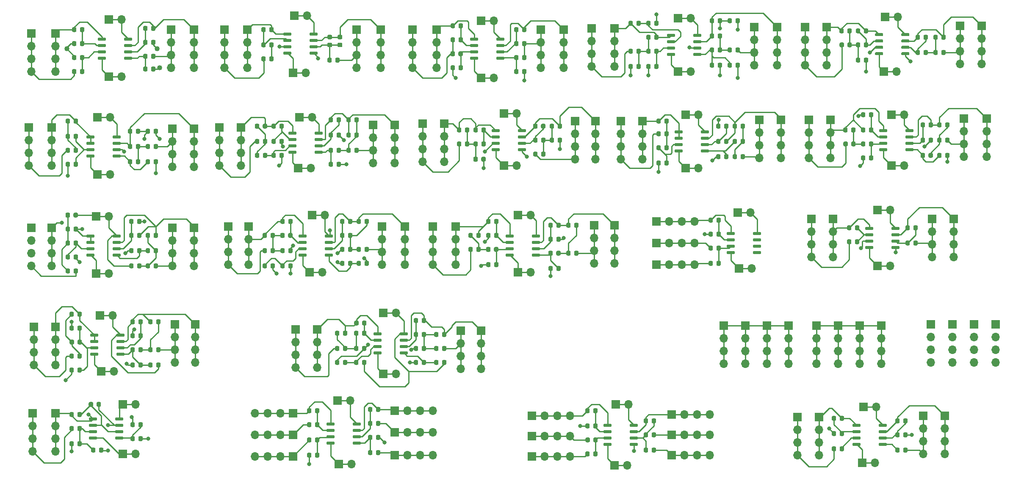
<source format=gbr>
%TF.GenerationSoftware,KiCad,Pcbnew,5.1.6-c6e7f7d~87~ubuntu18.04.1*%
%TF.CreationDate,2020-10-23T09:17:53+08:00*%
%TF.ProjectId,filter_dev_board_v1.0,66696c74-6572-45f6-9465-765f626f6172,rev?*%
%TF.SameCoordinates,Original*%
%TF.FileFunction,Copper,L1,Top*%
%TF.FilePolarity,Positive*%
%FSLAX46Y46*%
G04 Gerber Fmt 4.6, Leading zero omitted, Abs format (unit mm)*
G04 Created by KiCad (PCBNEW 5.1.6-c6e7f7d~87~ubuntu18.04.1) date 2020-10-23 09:17:53*
%MOMM*%
%LPD*%
G01*
G04 APERTURE LIST*
%TA.AperFunction,ComponentPad*%
%ADD10R,1.700000X1.700000*%
%TD*%
%TA.AperFunction,ComponentPad*%
%ADD11O,1.700000X1.700000*%
%TD*%
%TA.AperFunction,ViaPad*%
%ADD12C,1.016000*%
%TD*%
%TA.AperFunction,ViaPad*%
%ADD13C,0.800100*%
%TD*%
%TA.AperFunction,ViaPad*%
%ADD14C,0.800000*%
%TD*%
%TA.AperFunction,Conductor*%
%ADD15C,0.250000*%
%TD*%
%TA.AperFunction,Conductor*%
%ADD16C,0.254000*%
%TD*%
G04 APERTURE END LIST*
D10*
%TO.P,J131,1*%
%TO.N,N/C*%
X173482000Y-133096000D03*
D11*
%TO.P,J131,2*%
X173482000Y-135636000D03*
%TO.P,J131,3*%
X173482000Y-138176000D03*
%TO.P,J131,4*%
X173482000Y-140716000D03*
%TD*%
D10*
%TO.P,J130,1*%
%TO.N,N/C*%
X164846000Y-133096000D03*
D11*
%TO.P,J130,2*%
X164846000Y-135636000D03*
%TO.P,J130,3*%
X164846000Y-138176000D03*
%TO.P,J130,4*%
X164846000Y-140716000D03*
%TD*%
D10*
%TO.P,J129,1*%
%TO.N,N/C*%
X160528000Y-133096000D03*
D11*
%TO.P,J129,2*%
X160528000Y-135636000D03*
%TO.P,J129,3*%
X160528000Y-138176000D03*
%TO.P,J129,4*%
X160528000Y-140716000D03*
%TD*%
D10*
%TO.P,J128,1*%
%TO.N,N/C*%
X169164000Y-133096000D03*
D11*
%TO.P,J128,2*%
X169164000Y-135636000D03*
%TO.P,J128,3*%
X169164000Y-138176000D03*
%TO.P,J128,4*%
X169164000Y-140716000D03*
%TD*%
D10*
%TO.P,J131,1*%
%TO.N,N/C*%
X192024000Y-133096000D03*
D11*
%TO.P,J131,2*%
X192024000Y-135636000D03*
%TO.P,J131,3*%
X192024000Y-138176000D03*
%TO.P,J131,4*%
X192024000Y-140716000D03*
%TD*%
D10*
%TO.P,J130,1*%
%TO.N,N/C*%
X183388000Y-133096000D03*
D11*
%TO.P,J130,2*%
X183388000Y-135636000D03*
%TO.P,J130,3*%
X183388000Y-138176000D03*
%TO.P,J130,4*%
X183388000Y-140716000D03*
%TD*%
D10*
%TO.P,J129,1*%
%TO.N,N/C*%
X179070000Y-133096000D03*
D11*
%TO.P,J129,2*%
X179070000Y-135636000D03*
%TO.P,J129,3*%
X179070000Y-138176000D03*
%TO.P,J129,4*%
X179070000Y-140716000D03*
%TD*%
D10*
%TO.P,J128,1*%
%TO.N,N/C*%
X187706000Y-133096000D03*
D11*
%TO.P,J128,2*%
X187706000Y-135636000D03*
%TO.P,J128,3*%
X187706000Y-138176000D03*
%TO.P,J128,4*%
X187706000Y-140716000D03*
%TD*%
%TO.P,J131,4*%
%TO.N,GND*%
X214884000Y-140462000D03*
%TO.P,J131,3*%
X214884000Y-137922000D03*
%TO.P,J131,2*%
X214884000Y-135382000D03*
D10*
%TO.P,J131,1*%
X214884000Y-132842000D03*
%TD*%
D11*
%TO.P,J130,4*%
%TO.N,GND*%
X206248000Y-140462000D03*
%TO.P,J130,3*%
X206248000Y-137922000D03*
%TO.P,J130,2*%
X206248000Y-135382000D03*
D10*
%TO.P,J130,1*%
X206248000Y-132842000D03*
%TD*%
D11*
%TO.P,J129,4*%
%TO.N,GND*%
X201930000Y-140462000D03*
%TO.P,J129,3*%
X201930000Y-137922000D03*
%TO.P,J129,2*%
X201930000Y-135382000D03*
D10*
%TO.P,J129,1*%
X201930000Y-132842000D03*
%TD*%
D11*
%TO.P,J128,4*%
%TO.N,GND*%
X210566000Y-140462000D03*
%TO.P,J128,3*%
X210566000Y-137922000D03*
%TO.P,J128,2*%
X210566000Y-135382000D03*
D10*
%TO.P,J128,1*%
X210566000Y-132842000D03*
%TD*%
%TO.P,C1,2*%
%TO.N,Net-(C1-Pad2)*%
%TA.AperFunction,SMDPad,CuDef*%
G36*
G01*
X30638000Y-138935750D02*
X30638000Y-139448250D01*
G75*
G02*
X30419250Y-139667000I-218750J0D01*
G01*
X29981750Y-139667000D01*
G75*
G02*
X29763000Y-139448250I0J218750D01*
G01*
X29763000Y-138935750D01*
G75*
G02*
X29981750Y-138717000I218750J0D01*
G01*
X30419250Y-138717000D01*
G75*
G02*
X30638000Y-138935750I0J-218750D01*
G01*
G37*
%TD.AperFunction*%
%TO.P,C1,1*%
%TO.N,Net-(C1-Pad1)*%
%TA.AperFunction,SMDPad,CuDef*%
G36*
G01*
X32213000Y-138935750D02*
X32213000Y-139448250D01*
G75*
G02*
X31994250Y-139667000I-218750J0D01*
G01*
X31556750Y-139667000D01*
G75*
G02*
X31338000Y-139448250I0J218750D01*
G01*
X31338000Y-138935750D01*
G75*
G02*
X31556750Y-138717000I218750J0D01*
G01*
X31994250Y-138717000D01*
G75*
G02*
X32213000Y-138935750I0J-218750D01*
G01*
G37*
%TD.AperFunction*%
%TD*%
%TO.P,C2,1*%
%TO.N,Net-(C2-Pad1)*%
%TA.AperFunction,SMDPad,CuDef*%
G36*
G01*
X45511000Y-138178250D02*
X45511000Y-137665750D01*
G75*
G02*
X45729750Y-137447000I218750J0D01*
G01*
X46167250Y-137447000D01*
G75*
G02*
X46386000Y-137665750I0J-218750D01*
G01*
X46386000Y-138178250D01*
G75*
G02*
X46167250Y-138397000I-218750J0D01*
G01*
X45729750Y-138397000D01*
G75*
G02*
X45511000Y-138178250I0J218750D01*
G01*
G37*
%TD.AperFunction*%
%TO.P,C2,2*%
%TO.N,Net-(C2-Pad2)*%
%TA.AperFunction,SMDPad,CuDef*%
G36*
G01*
X47086000Y-138178250D02*
X47086000Y-137665750D01*
G75*
G02*
X47304750Y-137447000I218750J0D01*
G01*
X47742250Y-137447000D01*
G75*
G02*
X47961000Y-137665750I0J-218750D01*
G01*
X47961000Y-138178250D01*
G75*
G02*
X47742250Y-138397000I-218750J0D01*
G01*
X47304750Y-138397000D01*
G75*
G02*
X47086000Y-138178250I0J218750D01*
G01*
G37*
%TD.AperFunction*%
%TD*%
%TO.P,C3,1*%
%TO.N,Net-(C3-Pad1)*%
%TA.AperFunction,SMDPad,CuDef*%
G36*
G01*
X44495000Y-79504250D02*
X44495000Y-78991750D01*
G75*
G02*
X44713750Y-78773000I218750J0D01*
G01*
X45151250Y-78773000D01*
G75*
G02*
X45370000Y-78991750I0J-218750D01*
G01*
X45370000Y-79504250D01*
G75*
G02*
X45151250Y-79723000I-218750J0D01*
G01*
X44713750Y-79723000D01*
G75*
G02*
X44495000Y-79504250I0J218750D01*
G01*
G37*
%TD.AperFunction*%
%TO.P,C3,2*%
%TO.N,Net-(C3-Pad2)*%
%TA.AperFunction,SMDPad,CuDef*%
G36*
G01*
X46070000Y-79504250D02*
X46070000Y-78991750D01*
G75*
G02*
X46288750Y-78773000I218750J0D01*
G01*
X46726250Y-78773000D01*
G75*
G02*
X46945000Y-78991750I0J-218750D01*
G01*
X46945000Y-79504250D01*
G75*
G02*
X46726250Y-79723000I-218750J0D01*
G01*
X46288750Y-79723000D01*
G75*
G02*
X46070000Y-79504250I0J218750D01*
G01*
G37*
%TD.AperFunction*%
%TD*%
%TO.P,C4,1*%
%TO.N,Net-(C4-Pad1)*%
%TA.AperFunction,SMDPad,CuDef*%
G36*
G01*
X32238500Y-136141750D02*
X32238500Y-136654250D01*
G75*
G02*
X32019750Y-136873000I-218750J0D01*
G01*
X31582250Y-136873000D01*
G75*
G02*
X31363500Y-136654250I0J218750D01*
G01*
X31363500Y-136141750D01*
G75*
G02*
X31582250Y-135923000I218750J0D01*
G01*
X32019750Y-135923000D01*
G75*
G02*
X32238500Y-136141750I0J-218750D01*
G01*
G37*
%TD.AperFunction*%
%TO.P,C4,2*%
%TO.N,Net-(C1-Pad1)*%
%TA.AperFunction,SMDPad,CuDef*%
G36*
G01*
X30663500Y-136141750D02*
X30663500Y-136654250D01*
G75*
G02*
X30444750Y-136873000I-218750J0D01*
G01*
X30007250Y-136873000D01*
G75*
G02*
X29788500Y-136654250I0J218750D01*
G01*
X29788500Y-136141750D01*
G75*
G02*
X30007250Y-135923000I218750J0D01*
G01*
X30444750Y-135923000D01*
G75*
G02*
X30663500Y-136141750I0J-218750D01*
G01*
G37*
%TD.AperFunction*%
%TD*%
%TO.P,C5,2*%
%TO.N,Net-(C2-Pad1)*%
%TA.AperFunction,SMDPad,CuDef*%
G36*
G01*
X43530000Y-138178250D02*
X43530000Y-137665750D01*
G75*
G02*
X43748750Y-137447000I218750J0D01*
G01*
X44186250Y-137447000D01*
G75*
G02*
X44405000Y-137665750I0J-218750D01*
G01*
X44405000Y-138178250D01*
G75*
G02*
X44186250Y-138397000I-218750J0D01*
G01*
X43748750Y-138397000D01*
G75*
G02*
X43530000Y-138178250I0J218750D01*
G01*
G37*
%TD.AperFunction*%
%TO.P,C5,1*%
%TO.N,Net-(C5-Pad1)*%
%TA.AperFunction,SMDPad,CuDef*%
G36*
G01*
X41955000Y-138178250D02*
X41955000Y-137665750D01*
G75*
G02*
X42173750Y-137447000I218750J0D01*
G01*
X42611250Y-137447000D01*
G75*
G02*
X42830000Y-137665750I0J-218750D01*
G01*
X42830000Y-138178250D01*
G75*
G02*
X42611250Y-138397000I-218750J0D01*
G01*
X42173750Y-138397000D01*
G75*
G02*
X41955000Y-138178250I0J218750D01*
G01*
G37*
%TD.AperFunction*%
%TD*%
%TO.P,C6,2*%
%TO.N,GND*%
%TA.AperFunction,SMDPad,CuDef*%
G36*
G01*
X31146000Y-79245750D02*
X31146000Y-79758250D01*
G75*
G02*
X30927250Y-79977000I-218750J0D01*
G01*
X30489750Y-79977000D01*
G75*
G02*
X30271000Y-79758250I0J218750D01*
G01*
X30271000Y-79245750D01*
G75*
G02*
X30489750Y-79027000I218750J0D01*
G01*
X30927250Y-79027000D01*
G75*
G02*
X31146000Y-79245750I0J-218750D01*
G01*
G37*
%TD.AperFunction*%
%TO.P,C6,1*%
%TO.N,Net-(C6-Pad1)*%
%TA.AperFunction,SMDPad,CuDef*%
G36*
G01*
X32721000Y-79245750D02*
X32721000Y-79758250D01*
G75*
G02*
X32502250Y-79977000I-218750J0D01*
G01*
X32064750Y-79977000D01*
G75*
G02*
X31846000Y-79758250I0J218750D01*
G01*
X31846000Y-79245750D01*
G75*
G02*
X32064750Y-79027000I218750J0D01*
G01*
X32502250Y-79027000D01*
G75*
G02*
X32721000Y-79245750I0J-218750D01*
G01*
G37*
%TD.AperFunction*%
%TD*%
%TO.P,C7,2*%
%TO.N,GND*%
%TA.AperFunction,SMDPad,CuDef*%
G36*
G01*
X29876000Y-100581750D02*
X29876000Y-101094250D01*
G75*
G02*
X29657250Y-101313000I-218750J0D01*
G01*
X29219750Y-101313000D01*
G75*
G02*
X29001000Y-101094250I0J218750D01*
G01*
X29001000Y-100581750D01*
G75*
G02*
X29219750Y-100363000I218750J0D01*
G01*
X29657250Y-100363000D01*
G75*
G02*
X29876000Y-100581750I0J-218750D01*
G01*
G37*
%TD.AperFunction*%
%TO.P,C7,1*%
%TO.N,Net-(C7-Pad1)*%
%TA.AperFunction,SMDPad,CuDef*%
G36*
G01*
X31451000Y-100581750D02*
X31451000Y-101094250D01*
G75*
G02*
X31232250Y-101313000I-218750J0D01*
G01*
X30794750Y-101313000D01*
G75*
G02*
X30576000Y-101094250I0J218750D01*
G01*
X30576000Y-100581750D01*
G75*
G02*
X30794750Y-100363000I218750J0D01*
G01*
X31232250Y-100363000D01*
G75*
G02*
X31451000Y-100581750I0J-218750D01*
G01*
G37*
%TD.AperFunction*%
%TD*%
%TO.P,C8,2*%
%TO.N,GND*%
%TA.AperFunction,SMDPad,CuDef*%
G36*
G01*
X46578000Y-100586250D02*
X46578000Y-100073750D01*
G75*
G02*
X46796750Y-99855000I218750J0D01*
G01*
X47234250Y-99855000D01*
G75*
G02*
X47453000Y-100073750I0J-218750D01*
G01*
X47453000Y-100586250D01*
G75*
G02*
X47234250Y-100805000I-218750J0D01*
G01*
X46796750Y-100805000D01*
G75*
G02*
X46578000Y-100586250I0J218750D01*
G01*
G37*
%TD.AperFunction*%
%TO.P,C8,1*%
%TO.N,Net-(C8-Pad1)*%
%TA.AperFunction,SMDPad,CuDef*%
G36*
G01*
X45003000Y-100586250D02*
X45003000Y-100073750D01*
G75*
G02*
X45221750Y-99855000I218750J0D01*
G01*
X45659250Y-99855000D01*
G75*
G02*
X45878000Y-100073750I0J-218750D01*
G01*
X45878000Y-100586250D01*
G75*
G02*
X45659250Y-100805000I-218750J0D01*
G01*
X45221750Y-100805000D01*
G75*
G02*
X45003000Y-100586250I0J218750D01*
G01*
G37*
%TD.AperFunction*%
%TD*%
%TO.P,C9,1*%
%TO.N,Net-(C9-Pad1)*%
%TA.AperFunction,SMDPad,CuDef*%
G36*
G01*
X29001000Y-119636250D02*
X29001000Y-119123750D01*
G75*
G02*
X29219750Y-118905000I218750J0D01*
G01*
X29657250Y-118905000D01*
G75*
G02*
X29876000Y-119123750I0J-218750D01*
G01*
X29876000Y-119636250D01*
G75*
G02*
X29657250Y-119855000I-218750J0D01*
G01*
X29219750Y-119855000D01*
G75*
G02*
X29001000Y-119636250I0J218750D01*
G01*
G37*
%TD.AperFunction*%
%TO.P,C9,2*%
%TO.N,GND*%
%TA.AperFunction,SMDPad,CuDef*%
G36*
G01*
X30576000Y-119636250D02*
X30576000Y-119123750D01*
G75*
G02*
X30794750Y-118905000I218750J0D01*
G01*
X31232250Y-118905000D01*
G75*
G02*
X31451000Y-119123750I0J-218750D01*
G01*
X31451000Y-119636250D01*
G75*
G02*
X31232250Y-119855000I-218750J0D01*
G01*
X30794750Y-119855000D01*
G75*
G02*
X30576000Y-119636250I0J218750D01*
G01*
G37*
%TD.AperFunction*%
%TD*%
%TO.P,C10,1*%
%TO.N,Net-(C10-Pad1)*%
%TA.AperFunction,SMDPad,CuDef*%
G36*
G01*
X44151000Y-117853750D02*
X44151000Y-118366250D01*
G75*
G02*
X43932250Y-118585000I-218750J0D01*
G01*
X43494750Y-118585000D01*
G75*
G02*
X43276000Y-118366250I0J218750D01*
G01*
X43276000Y-117853750D01*
G75*
G02*
X43494750Y-117635000I218750J0D01*
G01*
X43932250Y-117635000D01*
G75*
G02*
X44151000Y-117853750I0J-218750D01*
G01*
G37*
%TD.AperFunction*%
%TO.P,C10,2*%
%TO.N,GND*%
%TA.AperFunction,SMDPad,CuDef*%
G36*
G01*
X42576000Y-117853750D02*
X42576000Y-118366250D01*
G75*
G02*
X42357250Y-118585000I-218750J0D01*
G01*
X41919750Y-118585000D01*
G75*
G02*
X41701000Y-118366250I0J218750D01*
G01*
X41701000Y-117853750D01*
G75*
G02*
X41919750Y-117635000I218750J0D01*
G01*
X42357250Y-117635000D01*
G75*
G02*
X42576000Y-117853750I0J-218750D01*
G01*
G37*
%TD.AperFunction*%
%TD*%
%TO.P,C11,1*%
%TO.N,Net-(C11-Pad1)*%
%TA.AperFunction,SMDPad,CuDef*%
G36*
G01*
X31451000Y-91945750D02*
X31451000Y-92458250D01*
G75*
G02*
X31232250Y-92677000I-218750J0D01*
G01*
X30794750Y-92677000D01*
G75*
G02*
X30576000Y-92458250I0J218750D01*
G01*
X30576000Y-91945750D01*
G75*
G02*
X30794750Y-91727000I218750J0D01*
G01*
X31232250Y-91727000D01*
G75*
G02*
X31451000Y-91945750I0J-218750D01*
G01*
G37*
%TD.AperFunction*%
%TO.P,C11,2*%
%TO.N,Net-(C11-Pad2)*%
%TA.AperFunction,SMDPad,CuDef*%
G36*
G01*
X29876000Y-91945750D02*
X29876000Y-92458250D01*
G75*
G02*
X29657250Y-92677000I-218750J0D01*
G01*
X29219750Y-92677000D01*
G75*
G02*
X29001000Y-92458250I0J218750D01*
G01*
X29001000Y-91945750D01*
G75*
G02*
X29219750Y-91727000I218750J0D01*
G01*
X29657250Y-91727000D01*
G75*
G02*
X29876000Y-91945750I0J-218750D01*
G01*
G37*
%TD.AperFunction*%
%TD*%
%TO.P,C12,1*%
%TO.N,Net-(C12-Pad1)*%
%TA.AperFunction,SMDPad,CuDef*%
G36*
G01*
X41447000Y-97538250D02*
X41447000Y-97025750D01*
G75*
G02*
X41665750Y-96807000I218750J0D01*
G01*
X42103250Y-96807000D01*
G75*
G02*
X42322000Y-97025750I0J-218750D01*
G01*
X42322000Y-97538250D01*
G75*
G02*
X42103250Y-97757000I-218750J0D01*
G01*
X41665750Y-97757000D01*
G75*
G02*
X41447000Y-97538250I0J218750D01*
G01*
G37*
%TD.AperFunction*%
%TO.P,C12,2*%
%TO.N,Net-(C12-Pad2)*%
%TA.AperFunction,SMDPad,CuDef*%
G36*
G01*
X43022000Y-97538250D02*
X43022000Y-97025750D01*
G75*
G02*
X43240750Y-96807000I218750J0D01*
G01*
X43678250Y-96807000D01*
G75*
G02*
X43897000Y-97025750I0J-218750D01*
G01*
X43897000Y-97538250D01*
G75*
G02*
X43678250Y-97757000I-218750J0D01*
G01*
X43240750Y-97757000D01*
G75*
G02*
X43022000Y-97538250I0J218750D01*
G01*
G37*
%TD.AperFunction*%
%TD*%
%TO.P,C13,2*%
%TO.N,Net-(C13-Pad2)*%
%TA.AperFunction,SMDPad,CuDef*%
G36*
G01*
X29876000Y-113535750D02*
X29876000Y-114048250D01*
G75*
G02*
X29657250Y-114267000I-218750J0D01*
G01*
X29219750Y-114267000D01*
G75*
G02*
X29001000Y-114048250I0J218750D01*
G01*
X29001000Y-113535750D01*
G75*
G02*
X29219750Y-113317000I218750J0D01*
G01*
X29657250Y-113317000D01*
G75*
G02*
X29876000Y-113535750I0J-218750D01*
G01*
G37*
%TD.AperFunction*%
%TO.P,C13,1*%
%TO.N,Net-(C13-Pad1)*%
%TA.AperFunction,SMDPad,CuDef*%
G36*
G01*
X31451000Y-113535750D02*
X31451000Y-114048250D01*
G75*
G02*
X31232250Y-114267000I-218750J0D01*
G01*
X30794750Y-114267000D01*
G75*
G02*
X30576000Y-114048250I0J218750D01*
G01*
X30576000Y-113535750D01*
G75*
G02*
X30794750Y-113317000I218750J0D01*
G01*
X31232250Y-113317000D01*
G75*
G02*
X31451000Y-113535750I0J-218750D01*
G01*
G37*
%TD.AperFunction*%
%TD*%
%TO.P,C14,2*%
%TO.N,Net-(C14-Pad2)*%
%TA.AperFunction,SMDPad,CuDef*%
G36*
G01*
X45878000Y-114805750D02*
X45878000Y-115318250D01*
G75*
G02*
X45659250Y-115537000I-218750J0D01*
G01*
X45221750Y-115537000D01*
G75*
G02*
X45003000Y-115318250I0J218750D01*
G01*
X45003000Y-114805750D01*
G75*
G02*
X45221750Y-114587000I218750J0D01*
G01*
X45659250Y-114587000D01*
G75*
G02*
X45878000Y-114805750I0J-218750D01*
G01*
G37*
%TD.AperFunction*%
%TO.P,C14,1*%
%TO.N,Net-(C14-Pad1)*%
%TA.AperFunction,SMDPad,CuDef*%
G36*
G01*
X47453000Y-114805750D02*
X47453000Y-115318250D01*
G75*
G02*
X47234250Y-115537000I-218750J0D01*
G01*
X46796750Y-115537000D01*
G75*
G02*
X46578000Y-115318250I0J218750D01*
G01*
X46578000Y-114805750D01*
G75*
G02*
X46796750Y-114587000I218750J0D01*
G01*
X47234250Y-114587000D01*
G75*
G02*
X47453000Y-114805750I0J-218750D01*
G01*
G37*
%TD.AperFunction*%
%TD*%
%TO.P,C15,1*%
%TO.N,Net-(C15-Pad1)*%
%TA.AperFunction,SMDPad,CuDef*%
G36*
G01*
X82849000Y-137924250D02*
X82849000Y-137411750D01*
G75*
G02*
X83067750Y-137193000I218750J0D01*
G01*
X83505250Y-137193000D01*
G75*
G02*
X83724000Y-137411750I0J-218750D01*
G01*
X83724000Y-137924250D01*
G75*
G02*
X83505250Y-138143000I-218750J0D01*
G01*
X83067750Y-138143000D01*
G75*
G02*
X82849000Y-137924250I0J218750D01*
G01*
G37*
%TD.AperFunction*%
%TO.P,C15,2*%
%TO.N,Net-(C15-Pad2)*%
%TA.AperFunction,SMDPad,CuDef*%
G36*
G01*
X84424000Y-137924250D02*
X84424000Y-137411750D01*
G75*
G02*
X84642750Y-137193000I218750J0D01*
G01*
X85080250Y-137193000D01*
G75*
G02*
X85299000Y-137411750I0J-218750D01*
G01*
X85299000Y-137924250D01*
G75*
G02*
X85080250Y-138143000I-218750J0D01*
G01*
X84642750Y-138143000D01*
G75*
G02*
X84424000Y-137924250I0J218750D01*
G01*
G37*
%TD.AperFunction*%
%TD*%
%TO.P,C16,1*%
%TO.N,Net-(C15-Pad2)*%
%TA.AperFunction,SMDPad,CuDef*%
G36*
G01*
X86659000Y-134876250D02*
X86659000Y-134363750D01*
G75*
G02*
X86877750Y-134145000I218750J0D01*
G01*
X87315250Y-134145000D01*
G75*
G02*
X87534000Y-134363750I0J-218750D01*
G01*
X87534000Y-134876250D01*
G75*
G02*
X87315250Y-135095000I-218750J0D01*
G01*
X86877750Y-135095000D01*
G75*
G02*
X86659000Y-134876250I0J218750D01*
G01*
G37*
%TD.AperFunction*%
%TO.P,C16,2*%
%TO.N,Net-(C16-Pad2)*%
%TA.AperFunction,SMDPad,CuDef*%
G36*
G01*
X88234000Y-134876250D02*
X88234000Y-134363750D01*
G75*
G02*
X88452750Y-134145000I218750J0D01*
G01*
X88890250Y-134145000D01*
G75*
G02*
X89109000Y-134363750I0J-218750D01*
G01*
X89109000Y-134876250D01*
G75*
G02*
X88890250Y-135095000I-218750J0D01*
G01*
X88452750Y-135095000D01*
G75*
G02*
X88234000Y-134876250I0J218750D01*
G01*
G37*
%TD.AperFunction*%
%TD*%
%TO.P,C17,2*%
%TO.N,GND*%
%TA.AperFunction,SMDPad,CuDef*%
G36*
G01*
X73502000Y-118366250D02*
X73502000Y-117853750D01*
G75*
G02*
X73720750Y-117635000I218750J0D01*
G01*
X74158250Y-117635000D01*
G75*
G02*
X74377000Y-117853750I0J-218750D01*
G01*
X74377000Y-118366250D01*
G75*
G02*
X74158250Y-118585000I-218750J0D01*
G01*
X73720750Y-118585000D01*
G75*
G02*
X73502000Y-118366250I0J218750D01*
G01*
G37*
%TD.AperFunction*%
%TO.P,C17,1*%
%TO.N,Net-(C17-Pad1)*%
%TA.AperFunction,SMDPad,CuDef*%
G36*
G01*
X71927000Y-118366250D02*
X71927000Y-117853750D01*
G75*
G02*
X72145750Y-117635000I218750J0D01*
G01*
X72583250Y-117635000D01*
G75*
G02*
X72802000Y-117853750I0J-218750D01*
G01*
X72802000Y-118366250D01*
G75*
G02*
X72583250Y-118585000I-218750J0D01*
G01*
X72145750Y-118585000D01*
G75*
G02*
X71927000Y-118366250I0J218750D01*
G01*
G37*
%TD.AperFunction*%
%TD*%
%TO.P,C18,2*%
%TO.N,GND*%
%TA.AperFunction,SMDPad,CuDef*%
G36*
G01*
X71724000Y-99316250D02*
X71724000Y-98803750D01*
G75*
G02*
X71942750Y-98585000I218750J0D01*
G01*
X72380250Y-98585000D01*
G75*
G02*
X72599000Y-98803750I0J-218750D01*
G01*
X72599000Y-99316250D01*
G75*
G02*
X72380250Y-99535000I-218750J0D01*
G01*
X71942750Y-99535000D01*
G75*
G02*
X71724000Y-99316250I0J218750D01*
G01*
G37*
%TD.AperFunction*%
%TO.P,C18,1*%
%TO.N,Net-(C18-Pad1)*%
%TA.AperFunction,SMDPad,CuDef*%
G36*
G01*
X70149000Y-99316250D02*
X70149000Y-98803750D01*
G75*
G02*
X70367750Y-98585000I218750J0D01*
G01*
X70805250Y-98585000D01*
G75*
G02*
X71024000Y-98803750I0J-218750D01*
G01*
X71024000Y-99316250D01*
G75*
G02*
X70805250Y-99535000I-218750J0D01*
G01*
X70367750Y-99535000D01*
G75*
G02*
X70149000Y-99316250I0J218750D01*
G01*
G37*
%TD.AperFunction*%
%TD*%
%TO.P,C19,2*%
%TO.N,GND*%
%TA.AperFunction,SMDPad,CuDef*%
G36*
G01*
X83154000Y-101094250D02*
X83154000Y-100581750D01*
G75*
G02*
X83372750Y-100363000I218750J0D01*
G01*
X83810250Y-100363000D01*
G75*
G02*
X84029000Y-100581750I0J-218750D01*
G01*
X84029000Y-101094250D01*
G75*
G02*
X83810250Y-101313000I-218750J0D01*
G01*
X83372750Y-101313000D01*
G75*
G02*
X83154000Y-101094250I0J218750D01*
G01*
G37*
%TD.AperFunction*%
%TO.P,C19,1*%
%TO.N,Net-(C19-Pad1)*%
%TA.AperFunction,SMDPad,CuDef*%
G36*
G01*
X81579000Y-101094250D02*
X81579000Y-100581750D01*
G75*
G02*
X81797750Y-100363000I218750J0D01*
G01*
X82235250Y-100363000D01*
G75*
G02*
X82454000Y-100581750I0J-218750D01*
G01*
X82454000Y-101094250D01*
G75*
G02*
X82235250Y-101313000I-218750J0D01*
G01*
X81797750Y-101313000D01*
G75*
G02*
X81579000Y-101094250I0J218750D01*
G01*
G37*
%TD.AperFunction*%
%TD*%
%TO.P,C20,2*%
%TO.N,Net-(C20-Pad2)*%
%TA.AperFunction,SMDPad,CuDef*%
G36*
G01*
X69692000Y-77218250D02*
X69692000Y-76705750D01*
G75*
G02*
X69910750Y-76487000I218750J0D01*
G01*
X70348250Y-76487000D01*
G75*
G02*
X70567000Y-76705750I0J-218750D01*
G01*
X70567000Y-77218250D01*
G75*
G02*
X70348250Y-77437000I-218750J0D01*
G01*
X69910750Y-77437000D01*
G75*
G02*
X69692000Y-77218250I0J218750D01*
G01*
G37*
%TD.AperFunction*%
%TO.P,C20,1*%
%TO.N,Net-(C20-Pad1)*%
%TA.AperFunction,SMDPad,CuDef*%
G36*
G01*
X68117000Y-77218250D02*
X68117000Y-76705750D01*
G75*
G02*
X68335750Y-76487000I218750J0D01*
G01*
X68773250Y-76487000D01*
G75*
G02*
X68992000Y-76705750I0J-218750D01*
G01*
X68992000Y-77218250D01*
G75*
G02*
X68773250Y-77437000I-218750J0D01*
G01*
X68335750Y-77437000D01*
G75*
G02*
X68117000Y-77218250I0J218750D01*
G01*
G37*
%TD.AperFunction*%
%TD*%
%TO.P,C21,1*%
%TO.N,Net-(C15-Pad2)*%
%TA.AperFunction,SMDPad,CuDef*%
G36*
G01*
X82849000Y-134876250D02*
X82849000Y-134363750D01*
G75*
G02*
X83067750Y-134145000I218750J0D01*
G01*
X83505250Y-134145000D01*
G75*
G02*
X83724000Y-134363750I0J-218750D01*
G01*
X83724000Y-134876250D01*
G75*
G02*
X83505250Y-135095000I-218750J0D01*
G01*
X83067750Y-135095000D01*
G75*
G02*
X82849000Y-134876250I0J218750D01*
G01*
G37*
%TD.AperFunction*%
%TO.P,C21,2*%
%TO.N,Net-(C21-Pad2)*%
%TA.AperFunction,SMDPad,CuDef*%
G36*
G01*
X84424000Y-134876250D02*
X84424000Y-134363750D01*
G75*
G02*
X84642750Y-134145000I218750J0D01*
G01*
X85080250Y-134145000D01*
G75*
G02*
X85299000Y-134363750I0J-218750D01*
G01*
X85299000Y-134876250D01*
G75*
G02*
X85080250Y-135095000I-218750J0D01*
G01*
X84642750Y-135095000D01*
G75*
G02*
X84424000Y-134876250I0J218750D01*
G01*
G37*
%TD.AperFunction*%
%TD*%
%TO.P,C22,1*%
%TO.N,Net-(C22-Pad1)*%
%TA.AperFunction,SMDPad,CuDef*%
G36*
G01*
X69271500Y-92961750D02*
X69271500Y-93474250D01*
G75*
G02*
X69052750Y-93693000I-218750J0D01*
G01*
X68615250Y-93693000D01*
G75*
G02*
X68396500Y-93474250I0J218750D01*
G01*
X68396500Y-92961750D01*
G75*
G02*
X68615250Y-92743000I218750J0D01*
G01*
X69052750Y-92743000D01*
G75*
G02*
X69271500Y-92961750I0J-218750D01*
G01*
G37*
%TD.AperFunction*%
%TO.P,C22,2*%
%TO.N,Net-(C22-Pad2)*%
%TA.AperFunction,SMDPad,CuDef*%
G36*
G01*
X67696500Y-92961750D02*
X67696500Y-93474250D01*
G75*
G02*
X67477750Y-93693000I-218750J0D01*
G01*
X67040250Y-93693000D01*
G75*
G02*
X66821500Y-93474250I0J218750D01*
G01*
X66821500Y-92961750D01*
G75*
G02*
X67040250Y-92743000I218750J0D01*
G01*
X67477750Y-92743000D01*
G75*
G02*
X67696500Y-92961750I0J-218750D01*
G01*
G37*
%TD.AperFunction*%
%TD*%
%TO.P,C23,1*%
%TO.N,Net-(C23-Pad1)*%
%TA.AperFunction,SMDPad,CuDef*%
G36*
G01*
X85135000Y-92204250D02*
X85135000Y-91691750D01*
G75*
G02*
X85353750Y-91473000I218750J0D01*
G01*
X85791250Y-91473000D01*
G75*
G02*
X86010000Y-91691750I0J-218750D01*
G01*
X86010000Y-92204250D01*
G75*
G02*
X85791250Y-92423000I-218750J0D01*
G01*
X85353750Y-92423000D01*
G75*
G02*
X85135000Y-92204250I0J218750D01*
G01*
G37*
%TD.AperFunction*%
%TO.P,C23,2*%
%TO.N,Net-(C23-Pad2)*%
%TA.AperFunction,SMDPad,CuDef*%
G36*
G01*
X86710000Y-92204250D02*
X86710000Y-91691750D01*
G75*
G02*
X86928750Y-91473000I218750J0D01*
G01*
X87366250Y-91473000D01*
G75*
G02*
X87585000Y-91691750I0J-218750D01*
G01*
X87585000Y-92204250D01*
G75*
G02*
X87366250Y-92423000I-218750J0D01*
G01*
X86928750Y-92423000D01*
G75*
G02*
X86710000Y-92204250I0J218750D01*
G01*
G37*
%TD.AperFunction*%
%TD*%
%TO.P,C24,1*%
%TO.N,Net-(C23-Pad1)*%
%TA.AperFunction,SMDPad,CuDef*%
G36*
G01*
X85135000Y-95252250D02*
X85135000Y-94739750D01*
G75*
G02*
X85353750Y-94521000I218750J0D01*
G01*
X85791250Y-94521000D01*
G75*
G02*
X86010000Y-94739750I0J-218750D01*
G01*
X86010000Y-95252250D01*
G75*
G02*
X85791250Y-95471000I-218750J0D01*
G01*
X85353750Y-95471000D01*
G75*
G02*
X85135000Y-95252250I0J218750D01*
G01*
G37*
%TD.AperFunction*%
%TO.P,C24,2*%
%TO.N,Net-(C23-Pad2)*%
%TA.AperFunction,SMDPad,CuDef*%
G36*
G01*
X86710000Y-95252250D02*
X86710000Y-94739750D01*
G75*
G02*
X86928750Y-94521000I218750J0D01*
G01*
X87366250Y-94521000D01*
G75*
G02*
X87585000Y-94739750I0J-218750D01*
G01*
X87585000Y-95252250D01*
G75*
G02*
X87366250Y-95471000I-218750J0D01*
G01*
X86928750Y-95471000D01*
G75*
G02*
X86710000Y-95252250I0J218750D01*
G01*
G37*
%TD.AperFunction*%
%TD*%
%TO.P,C25,1*%
%TO.N,Net-(C25-Pad1)*%
%TA.AperFunction,SMDPad,CuDef*%
G36*
G01*
X81531750Y-74975000D02*
X82044250Y-74975000D01*
G75*
G02*
X82263000Y-75193750I0J-218750D01*
G01*
X82263000Y-75631250D01*
G75*
G02*
X82044250Y-75850000I-218750J0D01*
G01*
X81531750Y-75850000D01*
G75*
G02*
X81313000Y-75631250I0J218750D01*
G01*
X81313000Y-75193750D01*
G75*
G02*
X81531750Y-74975000I218750J0D01*
G01*
G37*
%TD.AperFunction*%
%TO.P,C25,2*%
%TO.N,Net-(C25-Pad2)*%
%TA.AperFunction,SMDPad,CuDef*%
G36*
G01*
X81531750Y-76550000D02*
X82044250Y-76550000D01*
G75*
G02*
X82263000Y-76768750I0J-218750D01*
G01*
X82263000Y-77206250D01*
G75*
G02*
X82044250Y-77425000I-218750J0D01*
G01*
X81531750Y-77425000D01*
G75*
G02*
X81313000Y-77206250I0J218750D01*
G01*
X81313000Y-76768750D01*
G75*
G02*
X81531750Y-76550000I218750J0D01*
G01*
G37*
%TD.AperFunction*%
%TD*%
%TO.P,C26,1*%
%TO.N,Net-(C26-Pad1)*%
%TA.AperFunction,SMDPad,CuDef*%
G36*
G01*
X71927000Y-112524250D02*
X71927000Y-112011750D01*
G75*
G02*
X72145750Y-111793000I218750J0D01*
G01*
X72583250Y-111793000D01*
G75*
G02*
X72802000Y-112011750I0J-218750D01*
G01*
X72802000Y-112524250D01*
G75*
G02*
X72583250Y-112743000I-218750J0D01*
G01*
X72145750Y-112743000D01*
G75*
G02*
X71927000Y-112524250I0J218750D01*
G01*
G37*
%TD.AperFunction*%
%TO.P,C26,2*%
%TO.N,Net-(C26-Pad2)*%
%TA.AperFunction,SMDPad,CuDef*%
G36*
G01*
X73502000Y-112524250D02*
X73502000Y-112011750D01*
G75*
G02*
X73720750Y-111793000I218750J0D01*
G01*
X74158250Y-111793000D01*
G75*
G02*
X74377000Y-112011750I0J-218750D01*
G01*
X74377000Y-112524250D01*
G75*
G02*
X74158250Y-112743000I-218750J0D01*
G01*
X73720750Y-112743000D01*
G75*
G02*
X73502000Y-112524250I0J218750D01*
G01*
G37*
%TD.AperFunction*%
%TD*%
%TO.P,C27,2*%
%TO.N,Net-(C27-Pad2)*%
%TA.AperFunction,SMDPad,CuDef*%
G36*
G01*
X103536000Y-137411750D02*
X103536000Y-137924250D01*
G75*
G02*
X103317250Y-138143000I-218750J0D01*
G01*
X102879750Y-138143000D01*
G75*
G02*
X102661000Y-137924250I0J218750D01*
G01*
X102661000Y-137411750D01*
G75*
G02*
X102879750Y-137193000I218750J0D01*
G01*
X103317250Y-137193000D01*
G75*
G02*
X103536000Y-137411750I0J-218750D01*
G01*
G37*
%TD.AperFunction*%
%TO.P,C27,1*%
%TO.N,Net-(C27-Pad1)*%
%TA.AperFunction,SMDPad,CuDef*%
G36*
G01*
X105111000Y-137411750D02*
X105111000Y-137924250D01*
G75*
G02*
X104892250Y-138143000I-218750J0D01*
G01*
X104454750Y-138143000D01*
G75*
G02*
X104236000Y-137924250I0J218750D01*
G01*
X104236000Y-137411750D01*
G75*
G02*
X104454750Y-137193000I218750J0D01*
G01*
X104892250Y-137193000D01*
G75*
G02*
X105111000Y-137411750I0J-218750D01*
G01*
G37*
%TD.AperFunction*%
%TD*%
%TO.P,C28,1*%
%TO.N,Net-(C28-Pad1)*%
%TA.AperFunction,SMDPad,CuDef*%
G36*
G01*
X122473000Y-99062250D02*
X122473000Y-98549750D01*
G75*
G02*
X122691750Y-98331000I218750J0D01*
G01*
X123129250Y-98331000D01*
G75*
G02*
X123348000Y-98549750I0J-218750D01*
G01*
X123348000Y-99062250D01*
G75*
G02*
X123129250Y-99281000I-218750J0D01*
G01*
X122691750Y-99281000D01*
G75*
G02*
X122473000Y-99062250I0J218750D01*
G01*
G37*
%TD.AperFunction*%
%TO.P,C28,2*%
%TO.N,Net-(C28-Pad2)*%
%TA.AperFunction,SMDPad,CuDef*%
G36*
G01*
X124048000Y-99062250D02*
X124048000Y-98549750D01*
G75*
G02*
X124266750Y-98331000I218750J0D01*
G01*
X124704250Y-98331000D01*
G75*
G02*
X124923000Y-98549750I0J-218750D01*
G01*
X124923000Y-99062250D01*
G75*
G02*
X124704250Y-99281000I-218750J0D01*
G01*
X124266750Y-99281000D01*
G75*
G02*
X124048000Y-99062250I0J218750D01*
G01*
G37*
%TD.AperFunction*%
%TD*%
%TO.P,C29,1*%
%TO.N,Net-(C27-Pad2)*%
%TA.AperFunction,SMDPad,CuDef*%
G36*
G01*
X101047000Y-134617750D02*
X101047000Y-135130250D01*
G75*
G02*
X100828250Y-135349000I-218750J0D01*
G01*
X100390750Y-135349000D01*
G75*
G02*
X100172000Y-135130250I0J218750D01*
G01*
X100172000Y-134617750D01*
G75*
G02*
X100390750Y-134399000I218750J0D01*
G01*
X100828250Y-134399000D01*
G75*
G02*
X101047000Y-134617750I0J-218750D01*
G01*
G37*
%TD.AperFunction*%
%TO.P,C29,2*%
%TO.N,Net-(C29-Pad2)*%
%TA.AperFunction,SMDPad,CuDef*%
G36*
G01*
X99472000Y-134617750D02*
X99472000Y-135130250D01*
G75*
G02*
X99253250Y-135349000I-218750J0D01*
G01*
X98815750Y-135349000D01*
G75*
G02*
X98597000Y-135130250I0J218750D01*
G01*
X98597000Y-134617750D01*
G75*
G02*
X98815750Y-134399000I218750J0D01*
G01*
X99253250Y-134399000D01*
G75*
G02*
X99472000Y-134617750I0J-218750D01*
G01*
G37*
%TD.AperFunction*%
%TD*%
%TO.P,C30,2*%
%TO.N,GND*%
%TA.AperFunction,SMDPad,CuDef*%
G36*
G01*
X112084500Y-100078250D02*
X112084500Y-99565750D01*
G75*
G02*
X112303250Y-99347000I218750J0D01*
G01*
X112740750Y-99347000D01*
G75*
G02*
X112959500Y-99565750I0J-218750D01*
G01*
X112959500Y-100078250D01*
G75*
G02*
X112740750Y-100297000I-218750J0D01*
G01*
X112303250Y-100297000D01*
G75*
G02*
X112084500Y-100078250I0J218750D01*
G01*
G37*
%TD.AperFunction*%
%TO.P,C30,1*%
%TO.N,Net-(C30-Pad1)*%
%TA.AperFunction,SMDPad,CuDef*%
G36*
G01*
X110509500Y-100078250D02*
X110509500Y-99565750D01*
G75*
G02*
X110728250Y-99347000I218750J0D01*
G01*
X111165750Y-99347000D01*
G75*
G02*
X111384500Y-99565750I0J-218750D01*
G01*
X111384500Y-100078250D01*
G75*
G02*
X111165750Y-100297000I-218750J0D01*
G01*
X110728250Y-100297000D01*
G75*
G02*
X110509500Y-100078250I0J218750D01*
G01*
G37*
%TD.AperFunction*%
%TD*%
%TO.P,C31,2*%
%TO.N,GND*%
%TA.AperFunction,SMDPad,CuDef*%
G36*
G01*
X84740000Y-117599750D02*
X84740000Y-118112250D01*
G75*
G02*
X84521250Y-118331000I-218750J0D01*
G01*
X84083750Y-118331000D01*
G75*
G02*
X83865000Y-118112250I0J218750D01*
G01*
X83865000Y-117599750D01*
G75*
G02*
X84083750Y-117381000I218750J0D01*
G01*
X84521250Y-117381000D01*
G75*
G02*
X84740000Y-117599750I0J-218750D01*
G01*
G37*
%TD.AperFunction*%
%TO.P,C31,1*%
%TO.N,Net-(C31-Pad1)*%
%TA.AperFunction,SMDPad,CuDef*%
G36*
G01*
X86315000Y-117599750D02*
X86315000Y-118112250D01*
G75*
G02*
X86096250Y-118331000I-218750J0D01*
G01*
X85658750Y-118331000D01*
G75*
G02*
X85440000Y-118112250I0J218750D01*
G01*
X85440000Y-117599750D01*
G75*
G02*
X85658750Y-117381000I218750J0D01*
G01*
X86096250Y-117381000D01*
G75*
G02*
X86315000Y-117599750I0J-218750D01*
G01*
G37*
%TD.AperFunction*%
%TD*%
%TO.P,C32,1*%
%TO.N,Net-(C32-Pad1)*%
%TA.AperFunction,SMDPad,CuDef*%
G36*
G01*
X121113000Y-79245750D02*
X121113000Y-79758250D01*
G75*
G02*
X120894250Y-79977000I-218750J0D01*
G01*
X120456750Y-79977000D01*
G75*
G02*
X120238000Y-79758250I0J218750D01*
G01*
X120238000Y-79245750D01*
G75*
G02*
X120456750Y-79027000I218750J0D01*
G01*
X120894250Y-79027000D01*
G75*
G02*
X121113000Y-79245750I0J-218750D01*
G01*
G37*
%TD.AperFunction*%
%TO.P,C32,2*%
%TO.N,Net-(C32-Pad2)*%
%TA.AperFunction,SMDPad,CuDef*%
G36*
G01*
X119538000Y-79245750D02*
X119538000Y-79758250D01*
G75*
G02*
X119319250Y-79977000I-218750J0D01*
G01*
X118881750Y-79977000D01*
G75*
G02*
X118663000Y-79758250I0J218750D01*
G01*
X118663000Y-79245750D01*
G75*
G02*
X118881750Y-79027000I218750J0D01*
G01*
X119319250Y-79027000D01*
G75*
G02*
X119538000Y-79245750I0J-218750D01*
G01*
G37*
%TD.AperFunction*%
%TD*%
%TO.P,C33,2*%
%TO.N,Net-(C33-Pad2)*%
%TA.AperFunction,SMDPad,CuDef*%
G36*
G01*
X123348000Y-95755750D02*
X123348000Y-96268250D01*
G75*
G02*
X123129250Y-96487000I-218750J0D01*
G01*
X122691750Y-96487000D01*
G75*
G02*
X122473000Y-96268250I0J218750D01*
G01*
X122473000Y-95755750D01*
G75*
G02*
X122691750Y-95537000I218750J0D01*
G01*
X123129250Y-95537000D01*
G75*
G02*
X123348000Y-95755750I0J-218750D01*
G01*
G37*
%TD.AperFunction*%
%TO.P,C33,1*%
%TO.N,Net-(C28-Pad2)*%
%TA.AperFunction,SMDPad,CuDef*%
G36*
G01*
X124923000Y-95755750D02*
X124923000Y-96268250D01*
G75*
G02*
X124704250Y-96487000I-218750J0D01*
G01*
X124266750Y-96487000D01*
G75*
G02*
X124048000Y-96268250I0J218750D01*
G01*
X124048000Y-95755750D01*
G75*
G02*
X124266750Y-95537000I218750J0D01*
G01*
X124704250Y-95537000D01*
G75*
G02*
X124923000Y-95755750I0J-218750D01*
G01*
G37*
%TD.AperFunction*%
%TD*%
%TO.P,C34,2*%
%TO.N,Net-(C34-Pad2)*%
%TA.AperFunction,SMDPad,CuDef*%
G36*
G01*
X104236000Y-135130250D02*
X104236000Y-134617750D01*
G75*
G02*
X104454750Y-134399000I218750J0D01*
G01*
X104892250Y-134399000D01*
G75*
G02*
X105111000Y-134617750I0J-218750D01*
G01*
X105111000Y-135130250D01*
G75*
G02*
X104892250Y-135349000I-218750J0D01*
G01*
X104454750Y-135349000D01*
G75*
G02*
X104236000Y-135130250I0J218750D01*
G01*
G37*
%TD.AperFunction*%
%TO.P,C34,1*%
%TO.N,Net-(C27-Pad2)*%
%TA.AperFunction,SMDPad,CuDef*%
G36*
G01*
X102661000Y-135130250D02*
X102661000Y-134617750D01*
G75*
G02*
X102879750Y-134399000I218750J0D01*
G01*
X103317250Y-134399000D01*
G75*
G02*
X103536000Y-134617750I0J-218750D01*
G01*
X103536000Y-135130250D01*
G75*
G02*
X103317250Y-135349000I-218750J0D01*
G01*
X102879750Y-135349000D01*
G75*
G02*
X102661000Y-135130250I0J218750D01*
G01*
G37*
%TD.AperFunction*%
%TD*%
%TO.P,C35,2*%
%TO.N,GND*%
%TA.AperFunction,SMDPad,CuDef*%
G36*
G01*
X106838000Y-81277750D02*
X106838000Y-81790250D01*
G75*
G02*
X106619250Y-82009000I-218750J0D01*
G01*
X106181750Y-82009000D01*
G75*
G02*
X105963000Y-81790250I0J218750D01*
G01*
X105963000Y-81277750D01*
G75*
G02*
X106181750Y-81059000I218750J0D01*
G01*
X106619250Y-81059000D01*
G75*
G02*
X106838000Y-81277750I0J-218750D01*
G01*
G37*
%TD.AperFunction*%
%TO.P,C35,1*%
%TO.N,Net-(C35-Pad1)*%
%TA.AperFunction,SMDPad,CuDef*%
G36*
G01*
X108413000Y-81277750D02*
X108413000Y-81790250D01*
G75*
G02*
X108194250Y-82009000I-218750J0D01*
G01*
X107756750Y-82009000D01*
G75*
G02*
X107538000Y-81790250I0J218750D01*
G01*
X107538000Y-81277750D01*
G75*
G02*
X107756750Y-81059000I218750J0D01*
G01*
X108194250Y-81059000D01*
G75*
G02*
X108413000Y-81277750I0J-218750D01*
G01*
G37*
%TD.AperFunction*%
%TD*%
%TO.P,C36,1*%
%TO.N,Net-(C36-Pad1)*%
%TA.AperFunction,SMDPad,CuDef*%
G36*
G01*
X110535000Y-94236250D02*
X110535000Y-93723750D01*
G75*
G02*
X110753750Y-93505000I218750J0D01*
G01*
X111191250Y-93505000D01*
G75*
G02*
X111410000Y-93723750I0J-218750D01*
G01*
X111410000Y-94236250D01*
G75*
G02*
X111191250Y-94455000I-218750J0D01*
G01*
X110753750Y-94455000D01*
G75*
G02*
X110535000Y-94236250I0J218750D01*
G01*
G37*
%TD.AperFunction*%
%TO.P,C36,2*%
%TO.N,Net-(C36-Pad2)*%
%TA.AperFunction,SMDPad,CuDef*%
G36*
G01*
X112110000Y-94236250D02*
X112110000Y-93723750D01*
G75*
G02*
X112328750Y-93505000I218750J0D01*
G01*
X112766250Y-93505000D01*
G75*
G02*
X112985000Y-93723750I0J-218750D01*
G01*
X112985000Y-94236250D01*
G75*
G02*
X112766250Y-94455000I-218750J0D01*
G01*
X112328750Y-94455000D01*
G75*
G02*
X112110000Y-94236250I0J218750D01*
G01*
G37*
%TD.AperFunction*%
%TD*%
%TO.P,C37,1*%
%TO.N,Net-(C28-Pad2)*%
%TA.AperFunction,SMDPad,CuDef*%
G36*
G01*
X125775000Y-93474250D02*
X125775000Y-92961750D01*
G75*
G02*
X125993750Y-92743000I218750J0D01*
G01*
X126431250Y-92743000D01*
G75*
G02*
X126650000Y-92961750I0J-218750D01*
G01*
X126650000Y-93474250D01*
G75*
G02*
X126431250Y-93693000I-218750J0D01*
G01*
X125993750Y-93693000D01*
G75*
G02*
X125775000Y-93474250I0J218750D01*
G01*
G37*
%TD.AperFunction*%
%TO.P,C37,2*%
%TO.N,Net-(C37-Pad2)*%
%TA.AperFunction,SMDPad,CuDef*%
G36*
G01*
X127350000Y-93474250D02*
X127350000Y-92961750D01*
G75*
G02*
X127568750Y-92743000I218750J0D01*
G01*
X128006250Y-92743000D01*
G75*
G02*
X128225000Y-92961750I0J-218750D01*
G01*
X128225000Y-93474250D01*
G75*
G02*
X128006250Y-93693000I-218750J0D01*
G01*
X127568750Y-93693000D01*
G75*
G02*
X127350000Y-93474250I0J218750D01*
G01*
G37*
%TD.AperFunction*%
%TD*%
%TO.P,C38,1*%
%TO.N,Net-(C38-Pad1)*%
%TA.AperFunction,SMDPad,CuDef*%
G36*
G01*
X86315000Y-112011750D02*
X86315000Y-112524250D01*
G75*
G02*
X86096250Y-112743000I-218750J0D01*
G01*
X85658750Y-112743000D01*
G75*
G02*
X85440000Y-112524250I0J218750D01*
G01*
X85440000Y-112011750D01*
G75*
G02*
X85658750Y-111793000I218750J0D01*
G01*
X86096250Y-111793000D01*
G75*
G02*
X86315000Y-112011750I0J-218750D01*
G01*
G37*
%TD.AperFunction*%
%TO.P,C38,2*%
%TO.N,Net-(C38-Pad2)*%
%TA.AperFunction,SMDPad,CuDef*%
G36*
G01*
X84740000Y-112011750D02*
X84740000Y-112524250D01*
G75*
G02*
X84521250Y-112743000I-218750J0D01*
G01*
X84083750Y-112743000D01*
G75*
G02*
X83865000Y-112524250I0J218750D01*
G01*
X83865000Y-112011750D01*
G75*
G02*
X84083750Y-111793000I218750J0D01*
G01*
X84521250Y-111793000D01*
G75*
G02*
X84740000Y-112011750I0J-218750D01*
G01*
G37*
%TD.AperFunction*%
%TD*%
%TO.P,C39,1*%
%TO.N,Net-(C39-Pad1)*%
%TA.AperFunction,SMDPad,CuDef*%
G36*
G01*
X129077000Y-118874250D02*
X129077000Y-118361750D01*
G75*
G02*
X129295750Y-118143000I218750J0D01*
G01*
X129733250Y-118143000D01*
G75*
G02*
X129952000Y-118361750I0J-218750D01*
G01*
X129952000Y-118874250D01*
G75*
G02*
X129733250Y-119093000I-218750J0D01*
G01*
X129295750Y-119093000D01*
G75*
G02*
X129077000Y-118874250I0J218750D01*
G01*
G37*
%TD.AperFunction*%
%TO.P,C39,2*%
%TO.N,Net-(C39-Pad2)*%
%TA.AperFunction,SMDPad,CuDef*%
G36*
G01*
X130652000Y-118874250D02*
X130652000Y-118361750D01*
G75*
G02*
X130870750Y-118143000I218750J0D01*
G01*
X131308250Y-118143000D01*
G75*
G02*
X131527000Y-118361750I0J-218750D01*
G01*
X131527000Y-118874250D01*
G75*
G02*
X131308250Y-119093000I-218750J0D01*
G01*
X130870750Y-119093000D01*
G75*
G02*
X130652000Y-118874250I0J218750D01*
G01*
G37*
%TD.AperFunction*%
%TD*%
%TO.P,C40,1*%
%TO.N,Net-(C40-Pad1)*%
%TA.AperFunction,SMDPad,CuDef*%
G36*
G01*
X149561000Y-94485750D02*
X149561000Y-94998250D01*
G75*
G02*
X149342250Y-95217000I-218750J0D01*
G01*
X148904750Y-95217000D01*
G75*
G02*
X148686000Y-94998250I0J218750D01*
G01*
X148686000Y-94485750D01*
G75*
G02*
X148904750Y-94267000I218750J0D01*
G01*
X149342250Y-94267000D01*
G75*
G02*
X149561000Y-94485750I0J-218750D01*
G01*
G37*
%TD.AperFunction*%
%TO.P,C40,2*%
%TO.N,Net-(C40-Pad2)*%
%TA.AperFunction,SMDPad,CuDef*%
G36*
G01*
X147986000Y-94485750D02*
X147986000Y-94998250D01*
G75*
G02*
X147767250Y-95217000I-218750J0D01*
G01*
X147329750Y-95217000D01*
G75*
G02*
X147111000Y-94998250I0J218750D01*
G01*
X147111000Y-94485750D01*
G75*
G02*
X147329750Y-94267000I218750J0D01*
G01*
X147767250Y-94267000D01*
G75*
G02*
X147986000Y-94485750I0J-218750D01*
G01*
G37*
%TD.AperFunction*%
%TD*%
%TO.P,C41,2*%
%TO.N,Net-(C41-Pad2)*%
%TA.AperFunction,SMDPad,CuDef*%
G36*
G01*
X163926000Y-99570250D02*
X163926000Y-99057750D01*
G75*
G02*
X164144750Y-98839000I218750J0D01*
G01*
X164582250Y-98839000D01*
G75*
G02*
X164801000Y-99057750I0J-218750D01*
G01*
X164801000Y-99570250D01*
G75*
G02*
X164582250Y-99789000I-218750J0D01*
G01*
X164144750Y-99789000D01*
G75*
G02*
X163926000Y-99570250I0J218750D01*
G01*
G37*
%TD.AperFunction*%
%TO.P,C41,1*%
%TO.N,Net-(C41-Pad1)*%
%TA.AperFunction,SMDPad,CuDef*%
G36*
G01*
X162351000Y-99570250D02*
X162351000Y-99057750D01*
G75*
G02*
X162569750Y-98839000I218750J0D01*
G01*
X163007250Y-98839000D01*
G75*
G02*
X163226000Y-99057750I0J-218750D01*
G01*
X163226000Y-99570250D01*
G75*
G02*
X163007250Y-99789000I-218750J0D01*
G01*
X162569750Y-99789000D01*
G75*
G02*
X162351000Y-99570250I0J218750D01*
G01*
G37*
%TD.AperFunction*%
%TD*%
%TO.P,C42,1*%
%TO.N,GND*%
%TA.AperFunction,SMDPad,CuDef*%
G36*
G01*
X141523000Y-81536250D02*
X141523000Y-81023750D01*
G75*
G02*
X141741750Y-80805000I218750J0D01*
G01*
X142179250Y-80805000D01*
G75*
G02*
X142398000Y-81023750I0J-218750D01*
G01*
X142398000Y-81536250D01*
G75*
G02*
X142179250Y-81755000I-218750J0D01*
G01*
X141741750Y-81755000D01*
G75*
G02*
X141523000Y-81536250I0J218750D01*
G01*
G37*
%TD.AperFunction*%
%TO.P,C42,2*%
%TO.N,Net-(C42-Pad2)*%
%TA.AperFunction,SMDPad,CuDef*%
G36*
G01*
X143098000Y-81536250D02*
X143098000Y-81023750D01*
G75*
G02*
X143316750Y-80805000I218750J0D01*
G01*
X143754250Y-80805000D01*
G75*
G02*
X143973000Y-81023750I0J-218750D01*
G01*
X143973000Y-81536250D01*
G75*
G02*
X143754250Y-81755000I-218750J0D01*
G01*
X143316750Y-81755000D01*
G75*
G02*
X143098000Y-81536250I0J218750D01*
G01*
G37*
%TD.AperFunction*%
%TD*%
%TO.P,C43,1*%
%TO.N,GND*%
%TA.AperFunction,SMDPad,CuDef*%
G36*
G01*
X163785000Y-80769750D02*
X163785000Y-81282250D01*
G75*
G02*
X163566250Y-81501000I-218750J0D01*
G01*
X163128750Y-81501000D01*
G75*
G02*
X162910000Y-81282250I0J218750D01*
G01*
X162910000Y-80769750D01*
G75*
G02*
X163128750Y-80551000I218750J0D01*
G01*
X163566250Y-80551000D01*
G75*
G02*
X163785000Y-80769750I0J-218750D01*
G01*
G37*
%TD.AperFunction*%
%TO.P,C43,2*%
%TO.N,Net-(C43-Pad2)*%
%TA.AperFunction,SMDPad,CuDef*%
G36*
G01*
X162210000Y-80769750D02*
X162210000Y-81282250D01*
G75*
G02*
X161991250Y-81501000I-218750J0D01*
G01*
X161553750Y-81501000D01*
G75*
G02*
X161335000Y-81282250I0J218750D01*
G01*
X161335000Y-80769750D01*
G75*
G02*
X161553750Y-80551000I218750J0D01*
G01*
X161991250Y-80551000D01*
G75*
G02*
X162210000Y-80769750I0J-218750D01*
G01*
G37*
%TD.AperFunction*%
%TD*%
%TO.P,C44,2*%
%TO.N,Net-(C42-Pad2)*%
%TA.AperFunction,SMDPad,CuDef*%
G36*
G01*
X145954000Y-77975750D02*
X145954000Y-78488250D01*
G75*
G02*
X145735250Y-78707000I-218750J0D01*
G01*
X145297750Y-78707000D01*
G75*
G02*
X145079000Y-78488250I0J218750D01*
G01*
X145079000Y-77975750D01*
G75*
G02*
X145297750Y-77757000I218750J0D01*
G01*
X145735250Y-77757000D01*
G75*
G02*
X145954000Y-77975750I0J-218750D01*
G01*
G37*
%TD.AperFunction*%
%TO.P,C44,1*%
%TO.N,Net-(C44-Pad1)*%
%TA.AperFunction,SMDPad,CuDef*%
G36*
G01*
X147529000Y-77975750D02*
X147529000Y-78488250D01*
G75*
G02*
X147310250Y-78707000I-218750J0D01*
G01*
X146872750Y-78707000D01*
G75*
G02*
X146654000Y-78488250I0J218750D01*
G01*
X146654000Y-77975750D01*
G75*
G02*
X146872750Y-77757000I218750J0D01*
G01*
X147310250Y-77757000D01*
G75*
G02*
X147529000Y-77975750I0J-218750D01*
G01*
G37*
%TD.AperFunction*%
%TD*%
%TO.P,C45,2*%
%TO.N,Net-(C45-Pad2)*%
%TA.AperFunction,SMDPad,CuDef*%
G36*
G01*
X159354000Y-78234250D02*
X159354000Y-77721750D01*
G75*
G02*
X159572750Y-77503000I218750J0D01*
G01*
X160010250Y-77503000D01*
G75*
G02*
X160229000Y-77721750I0J-218750D01*
G01*
X160229000Y-78234250D01*
G75*
G02*
X160010250Y-78453000I-218750J0D01*
G01*
X159572750Y-78453000D01*
G75*
G02*
X159354000Y-78234250I0J218750D01*
G01*
G37*
%TD.AperFunction*%
%TO.P,C45,1*%
%TO.N,Net-(C43-Pad2)*%
%TA.AperFunction,SMDPad,CuDef*%
G36*
G01*
X157779000Y-78234250D02*
X157779000Y-77721750D01*
G75*
G02*
X157997750Y-77503000I218750J0D01*
G01*
X158435250Y-77503000D01*
G75*
G02*
X158654000Y-77721750I0J-218750D01*
G01*
X158654000Y-78234250D01*
G75*
G02*
X158435250Y-78453000I-218750J0D01*
G01*
X157997750Y-78453000D01*
G75*
G02*
X157779000Y-78234250I0J218750D01*
G01*
G37*
%TD.AperFunction*%
%TD*%
%TO.P,C46,2*%
%TO.N,Net-(C39-Pad1)*%
%TA.AperFunction,SMDPad,CuDef*%
G36*
G01*
X127070500Y-118874250D02*
X127070500Y-118361750D01*
G75*
G02*
X127289250Y-118143000I218750J0D01*
G01*
X127726750Y-118143000D01*
G75*
G02*
X127945500Y-118361750I0J-218750D01*
G01*
X127945500Y-118874250D01*
G75*
G02*
X127726750Y-119093000I-218750J0D01*
G01*
X127289250Y-119093000D01*
G75*
G02*
X127070500Y-118874250I0J218750D01*
G01*
G37*
%TD.AperFunction*%
%TO.P,C46,1*%
%TO.N,Net-(C46-Pad1)*%
%TA.AperFunction,SMDPad,CuDef*%
G36*
G01*
X125495500Y-118874250D02*
X125495500Y-118361750D01*
G75*
G02*
X125714250Y-118143000I218750J0D01*
G01*
X126151750Y-118143000D01*
G75*
G02*
X126370500Y-118361750I0J-218750D01*
G01*
X126370500Y-118874250D01*
G75*
G02*
X126151750Y-119093000I-218750J0D01*
G01*
X125714250Y-119093000D01*
G75*
G02*
X125495500Y-118874250I0J218750D01*
G01*
G37*
%TD.AperFunction*%
%TD*%
%TO.P,C47,2*%
%TO.N,Net-(C40-Pad1)*%
%TA.AperFunction,SMDPad,CuDef*%
G36*
G01*
X148686000Y-97792250D02*
X148686000Y-97279750D01*
G75*
G02*
X148904750Y-97061000I218750J0D01*
G01*
X149342250Y-97061000D01*
G75*
G02*
X149561000Y-97279750I0J-218750D01*
G01*
X149561000Y-97792250D01*
G75*
G02*
X149342250Y-98011000I-218750J0D01*
G01*
X148904750Y-98011000D01*
G75*
G02*
X148686000Y-97792250I0J218750D01*
G01*
G37*
%TD.AperFunction*%
%TO.P,C47,1*%
%TO.N,Net-(C47-Pad1)*%
%TA.AperFunction,SMDPad,CuDef*%
G36*
G01*
X147111000Y-97792250D02*
X147111000Y-97279750D01*
G75*
G02*
X147329750Y-97061000I218750J0D01*
G01*
X147767250Y-97061000D01*
G75*
G02*
X147986000Y-97279750I0J-218750D01*
G01*
X147986000Y-97792250D01*
G75*
G02*
X147767250Y-98011000I-218750J0D01*
G01*
X147329750Y-98011000D01*
G75*
G02*
X147111000Y-97792250I0J218750D01*
G01*
G37*
%TD.AperFunction*%
%TD*%
%TO.P,C48,1*%
%TO.N,Net-(C48-Pad1)*%
%TA.AperFunction,SMDPad,CuDef*%
G36*
G01*
X162351000Y-96522250D02*
X162351000Y-96009750D01*
G75*
G02*
X162569750Y-95791000I218750J0D01*
G01*
X163007250Y-95791000D01*
G75*
G02*
X163226000Y-96009750I0J-218750D01*
G01*
X163226000Y-96522250D01*
G75*
G02*
X163007250Y-96741000I-218750J0D01*
G01*
X162569750Y-96741000D01*
G75*
G02*
X162351000Y-96522250I0J218750D01*
G01*
G37*
%TD.AperFunction*%
%TO.P,C48,2*%
%TO.N,Net-(C41-Pad1)*%
%TA.AperFunction,SMDPad,CuDef*%
G36*
G01*
X163926000Y-96522250D02*
X163926000Y-96009750D01*
G75*
G02*
X164144750Y-95791000I218750J0D01*
G01*
X164582250Y-95791000D01*
G75*
G02*
X164801000Y-96009750I0J-218750D01*
G01*
X164801000Y-96522250D01*
G75*
G02*
X164582250Y-96741000I-218750J0D01*
G01*
X164144750Y-96741000D01*
G75*
G02*
X163926000Y-96522250I0J218750D01*
G01*
G37*
%TD.AperFunction*%
%TD*%
%TO.P,C49,2*%
%TO.N,GND*%
%TA.AperFunction,SMDPad,CuDef*%
G36*
G01*
X113950000Y-120647750D02*
X113950000Y-121160250D01*
G75*
G02*
X113731250Y-121379000I-218750J0D01*
G01*
X113293750Y-121379000D01*
G75*
G02*
X113075000Y-121160250I0J218750D01*
G01*
X113075000Y-120647750D01*
G75*
G02*
X113293750Y-120429000I218750J0D01*
G01*
X113731250Y-120429000D01*
G75*
G02*
X113950000Y-120647750I0J-218750D01*
G01*
G37*
%TD.AperFunction*%
%TO.P,C49,1*%
%TO.N,Net-(C49-Pad1)*%
%TA.AperFunction,SMDPad,CuDef*%
G36*
G01*
X115525000Y-120647750D02*
X115525000Y-121160250D01*
G75*
G02*
X115306250Y-121379000I-218750J0D01*
G01*
X114868750Y-121379000D01*
G75*
G02*
X114650000Y-121160250I0J218750D01*
G01*
X114650000Y-120647750D01*
G75*
G02*
X114868750Y-120429000I218750J0D01*
G01*
X115306250Y-120429000D01*
G75*
G02*
X115525000Y-120647750I0J-218750D01*
G01*
G37*
%TD.AperFunction*%
%TD*%
%TO.P,C50,1*%
%TO.N,Net-(C50-Pad1)*%
%TA.AperFunction,SMDPad,CuDef*%
G36*
G01*
X111969000Y-114805750D02*
X111969000Y-115318250D01*
G75*
G02*
X111750250Y-115537000I-218750J0D01*
G01*
X111312750Y-115537000D01*
G75*
G02*
X111094000Y-115318250I0J218750D01*
G01*
X111094000Y-114805750D01*
G75*
G02*
X111312750Y-114587000I218750J0D01*
G01*
X111750250Y-114587000D01*
G75*
G02*
X111969000Y-114805750I0J-218750D01*
G01*
G37*
%TD.AperFunction*%
%TO.P,C50,2*%
%TO.N,Net-(C50-Pad2)*%
%TA.AperFunction,SMDPad,CuDef*%
G36*
G01*
X110394000Y-114805750D02*
X110394000Y-115318250D01*
G75*
G02*
X110175250Y-115537000I-218750J0D01*
G01*
X109737750Y-115537000D01*
G75*
G02*
X109519000Y-115318250I0J218750D01*
G01*
X109519000Y-114805750D01*
G75*
G02*
X109737750Y-114587000I218750J0D01*
G01*
X110175250Y-114587000D01*
G75*
G02*
X110394000Y-114805750I0J-218750D01*
G01*
G37*
%TD.AperFunction*%
%TD*%
%TO.P,C51,2*%
%TO.N,Net-(C51-Pad2)*%
%TA.AperFunction,SMDPad,CuDef*%
G36*
G01*
X185349500Y-96517750D02*
X185349500Y-97030250D01*
G75*
G02*
X185130750Y-97249000I-218750J0D01*
G01*
X184693250Y-97249000D01*
G75*
G02*
X184474500Y-97030250I0J218750D01*
G01*
X184474500Y-96517750D01*
G75*
G02*
X184693250Y-96299000I218750J0D01*
G01*
X185130750Y-96299000D01*
G75*
G02*
X185349500Y-96517750I0J-218750D01*
G01*
G37*
%TD.AperFunction*%
%TO.P,C51,1*%
%TO.N,Net-(C51-Pad1)*%
%TA.AperFunction,SMDPad,CuDef*%
G36*
G01*
X186924500Y-96517750D02*
X186924500Y-97030250D01*
G75*
G02*
X186705750Y-97249000I-218750J0D01*
G01*
X186268250Y-97249000D01*
G75*
G02*
X186049500Y-97030250I0J218750D01*
G01*
X186049500Y-96517750D01*
G75*
G02*
X186268250Y-96299000I218750J0D01*
G01*
X186705750Y-96299000D01*
G75*
G02*
X186924500Y-96517750I0J-218750D01*
G01*
G37*
%TD.AperFunction*%
%TD*%
%TO.P,C52,2*%
%TO.N,Net-(C52-Pad2)*%
%TA.AperFunction,SMDPad,CuDef*%
G36*
G01*
X204820000Y-96268250D02*
X204820000Y-95755750D01*
G75*
G02*
X205038750Y-95537000I218750J0D01*
G01*
X205476250Y-95537000D01*
G75*
G02*
X205695000Y-95755750I0J-218750D01*
G01*
X205695000Y-96268250D01*
G75*
G02*
X205476250Y-96487000I-218750J0D01*
G01*
X205038750Y-96487000D01*
G75*
G02*
X204820000Y-96268250I0J218750D01*
G01*
G37*
%TD.AperFunction*%
%TO.P,C52,1*%
%TO.N,Net-(C52-Pad1)*%
%TA.AperFunction,SMDPad,CuDef*%
G36*
G01*
X203245000Y-96268250D02*
X203245000Y-95755750D01*
G75*
G02*
X203463750Y-95537000I218750J0D01*
G01*
X203901250Y-95537000D01*
G75*
G02*
X204120000Y-95755750I0J-218750D01*
G01*
X204120000Y-96268250D01*
G75*
G02*
X203901250Y-96487000I-218750J0D01*
G01*
X203463750Y-96487000D01*
G75*
G02*
X203245000Y-96268250I0J218750D01*
G01*
G37*
%TD.AperFunction*%
%TD*%
%TO.P,C53,2*%
%TO.N,Net-(C53-Pad2)*%
%TA.AperFunction,SMDPad,CuDef*%
G36*
G01*
X187864000Y-76705750D02*
X187864000Y-77218250D01*
G75*
G02*
X187645250Y-77437000I-218750J0D01*
G01*
X187207750Y-77437000D01*
G75*
G02*
X186989000Y-77218250I0J218750D01*
G01*
X186989000Y-76705750D01*
G75*
G02*
X187207750Y-76487000I218750J0D01*
G01*
X187645250Y-76487000D01*
G75*
G02*
X187864000Y-76705750I0J-218750D01*
G01*
G37*
%TD.AperFunction*%
%TO.P,C53,1*%
%TO.N,Net-(C53-Pad1)*%
%TA.AperFunction,SMDPad,CuDef*%
G36*
G01*
X189439000Y-76705750D02*
X189439000Y-77218250D01*
G75*
G02*
X189220250Y-77437000I-218750J0D01*
G01*
X188782750Y-77437000D01*
G75*
G02*
X188564000Y-77218250I0J218750D01*
G01*
X188564000Y-76705750D01*
G75*
G02*
X188782750Y-76487000I218750J0D01*
G01*
X189220250Y-76487000D01*
G75*
G02*
X189439000Y-76705750I0J-218750D01*
G01*
G37*
%TD.AperFunction*%
%TD*%
%TO.P,C54,2*%
%TO.N,Net-(C54-Pad2)*%
%TA.AperFunction,SMDPad,CuDef*%
G36*
G01*
X200502000Y-78742250D02*
X200502000Y-78229750D01*
G75*
G02*
X200720750Y-78011000I218750J0D01*
G01*
X201158250Y-78011000D01*
G75*
G02*
X201377000Y-78229750I0J-218750D01*
G01*
X201377000Y-78742250D01*
G75*
G02*
X201158250Y-78961000I-218750J0D01*
G01*
X200720750Y-78961000D01*
G75*
G02*
X200502000Y-78742250I0J218750D01*
G01*
G37*
%TD.AperFunction*%
%TO.P,C54,1*%
%TO.N,Net-(C54-Pad1)*%
%TA.AperFunction,SMDPad,CuDef*%
G36*
G01*
X198927000Y-78742250D02*
X198927000Y-78229750D01*
G75*
G02*
X199145750Y-78011000I218750J0D01*
G01*
X199583250Y-78011000D01*
G75*
G02*
X199802000Y-78229750I0J-218750D01*
G01*
X199802000Y-78742250D01*
G75*
G02*
X199583250Y-78961000I-218750J0D01*
G01*
X199145750Y-78961000D01*
G75*
G02*
X198927000Y-78742250I0J218750D01*
G01*
G37*
%TD.AperFunction*%
%TD*%
%TO.P,C55,2*%
%TO.N,Net-(C51-Pad1)*%
%TA.AperFunction,SMDPad,CuDef*%
G36*
G01*
X188880000Y-96517750D02*
X188880000Y-97030250D01*
G75*
G02*
X188661250Y-97249000I-218750J0D01*
G01*
X188223750Y-97249000D01*
G75*
G02*
X188005000Y-97030250I0J218750D01*
G01*
X188005000Y-96517750D01*
G75*
G02*
X188223750Y-96299000I218750J0D01*
G01*
X188661250Y-96299000D01*
G75*
G02*
X188880000Y-96517750I0J-218750D01*
G01*
G37*
%TD.AperFunction*%
%TO.P,C55,1*%
%TO.N,Net-(C55-Pad1)*%
%TA.AperFunction,SMDPad,CuDef*%
G36*
G01*
X190455000Y-96517750D02*
X190455000Y-97030250D01*
G75*
G02*
X190236250Y-97249000I-218750J0D01*
G01*
X189798750Y-97249000D01*
G75*
G02*
X189580000Y-97030250I0J218750D01*
G01*
X189580000Y-96517750D01*
G75*
G02*
X189798750Y-96299000I218750J0D01*
G01*
X190236250Y-96299000D01*
G75*
G02*
X190455000Y-96517750I0J-218750D01*
G01*
G37*
%TD.AperFunction*%
%TD*%
%TO.P,C56,1*%
%TO.N,Net-(C56-Pad1)*%
%TA.AperFunction,SMDPad,CuDef*%
G36*
G01*
X199917500Y-99316250D02*
X199917500Y-98803750D01*
G75*
G02*
X200136250Y-98585000I218750J0D01*
G01*
X200573750Y-98585000D01*
G75*
G02*
X200792500Y-98803750I0J-218750D01*
G01*
X200792500Y-99316250D01*
G75*
G02*
X200573750Y-99535000I-218750J0D01*
G01*
X200136250Y-99535000D01*
G75*
G02*
X199917500Y-99316250I0J218750D01*
G01*
G37*
%TD.AperFunction*%
%TO.P,C56,2*%
%TO.N,Net-(C52-Pad1)*%
%TA.AperFunction,SMDPad,CuDef*%
G36*
G01*
X201492500Y-99316250D02*
X201492500Y-98803750D01*
G75*
G02*
X201711250Y-98585000I218750J0D01*
G01*
X202148750Y-98585000D01*
G75*
G02*
X202367500Y-98803750I0J-218750D01*
G01*
X202367500Y-99316250D01*
G75*
G02*
X202148750Y-99535000I-218750J0D01*
G01*
X201711250Y-99535000D01*
G75*
G02*
X201492500Y-99316250I0J218750D01*
G01*
G37*
%TD.AperFunction*%
%TD*%
%TO.P,C57,1*%
%TO.N,Net-(C57-Pad1)*%
%TA.AperFunction,SMDPad,CuDef*%
G36*
G01*
X183687000Y-74424250D02*
X183687000Y-73911750D01*
G75*
G02*
X183905750Y-73693000I218750J0D01*
G01*
X184343250Y-73693000D01*
G75*
G02*
X184562000Y-73911750I0J-218750D01*
G01*
X184562000Y-74424250D01*
G75*
G02*
X184343250Y-74643000I-218750J0D01*
G01*
X183905750Y-74643000D01*
G75*
G02*
X183687000Y-74424250I0J218750D01*
G01*
G37*
%TD.AperFunction*%
%TO.P,C57,2*%
%TO.N,Net-(C53-Pad2)*%
%TA.AperFunction,SMDPad,CuDef*%
G36*
G01*
X185262000Y-74424250D02*
X185262000Y-73911750D01*
G75*
G02*
X185480750Y-73693000I218750J0D01*
G01*
X185918250Y-73693000D01*
G75*
G02*
X186137000Y-73911750I0J-218750D01*
G01*
X186137000Y-74424250D01*
G75*
G02*
X185918250Y-74643000I-218750J0D01*
G01*
X185480750Y-74643000D01*
G75*
G02*
X185262000Y-74424250I0J218750D01*
G01*
G37*
%TD.AperFunction*%
%TD*%
%TO.P,C58,1*%
%TO.N,Net-(C58-Pad1)*%
%TA.AperFunction,SMDPad,CuDef*%
G36*
G01*
X204933000Y-75181750D02*
X204933000Y-75694250D01*
G75*
G02*
X204714250Y-75913000I-218750J0D01*
G01*
X204276750Y-75913000D01*
G75*
G02*
X204058000Y-75694250I0J218750D01*
G01*
X204058000Y-75181750D01*
G75*
G02*
X204276750Y-74963000I218750J0D01*
G01*
X204714250Y-74963000D01*
G75*
G02*
X204933000Y-75181750I0J-218750D01*
G01*
G37*
%TD.AperFunction*%
%TO.P,C58,2*%
%TO.N,Net-(C54-Pad2)*%
%TA.AperFunction,SMDPad,CuDef*%
G36*
G01*
X203358000Y-75181750D02*
X203358000Y-75694250D01*
G75*
G02*
X203139250Y-75913000I-218750J0D01*
G01*
X202701750Y-75913000D01*
G75*
G02*
X202483000Y-75694250I0J218750D01*
G01*
X202483000Y-75181750D01*
G75*
G02*
X202701750Y-74963000I218750J0D01*
G01*
X203139250Y-74963000D01*
G75*
G02*
X203358000Y-75181750I0J-218750D01*
G01*
G37*
%TD.AperFunction*%
%TD*%
%TO.P,C59,2*%
%TO.N,Net-(C59-Pad2)*%
%TA.AperFunction,SMDPad,CuDef*%
G36*
G01*
X31338000Y-156974250D02*
X31338000Y-156461750D01*
G75*
G02*
X31556750Y-156243000I218750J0D01*
G01*
X31994250Y-156243000D01*
G75*
G02*
X32213000Y-156461750I0J-218750D01*
G01*
X32213000Y-156974250D01*
G75*
G02*
X31994250Y-157193000I-218750J0D01*
G01*
X31556750Y-157193000D01*
G75*
G02*
X31338000Y-156974250I0J218750D01*
G01*
G37*
%TD.AperFunction*%
%TO.P,C59,1*%
%TO.N,GND*%
%TA.AperFunction,SMDPad,CuDef*%
G36*
G01*
X29763000Y-156974250D02*
X29763000Y-156461750D01*
G75*
G02*
X29981750Y-156243000I218750J0D01*
G01*
X30419250Y-156243000D01*
G75*
G02*
X30638000Y-156461750I0J-218750D01*
G01*
X30638000Y-156974250D01*
G75*
G02*
X30419250Y-157193000I-218750J0D01*
G01*
X29981750Y-157193000D01*
G75*
G02*
X29763000Y-156974250I0J218750D01*
G01*
G37*
%TD.AperFunction*%
%TD*%
%TO.P,C60,2*%
%TO.N,Net-(C60-Pad2)*%
%TA.AperFunction,SMDPad,CuDef*%
G36*
G01*
X34473500Y-148587750D02*
X34473500Y-149100250D01*
G75*
G02*
X34254750Y-149319000I-218750J0D01*
G01*
X33817250Y-149319000D01*
G75*
G02*
X33598500Y-149100250I0J218750D01*
G01*
X33598500Y-148587750D01*
G75*
G02*
X33817250Y-148369000I218750J0D01*
G01*
X34254750Y-148369000D01*
G75*
G02*
X34473500Y-148587750I0J-218750D01*
G01*
G37*
%TD.AperFunction*%
%TO.P,C60,1*%
%TO.N,Net-(C60-Pad1)*%
%TA.AperFunction,SMDPad,CuDef*%
G36*
G01*
X36048500Y-148587750D02*
X36048500Y-149100250D01*
G75*
G02*
X35829750Y-149319000I-218750J0D01*
G01*
X35392250Y-149319000D01*
G75*
G02*
X35173500Y-149100250I0J218750D01*
G01*
X35173500Y-148587750D01*
G75*
G02*
X35392250Y-148369000I218750J0D01*
G01*
X35829750Y-148369000D01*
G75*
G02*
X36048500Y-148587750I0J-218750D01*
G01*
G37*
%TD.AperFunction*%
%TD*%
D11*
%TO.P,J1,4*%
%TO.N,Net-(J1-Pad1)*%
X22098000Y-121158000D03*
%TO.P,J1,3*%
X22098000Y-118618000D03*
%TO.P,J1,2*%
X22098000Y-116078000D03*
D10*
%TO.P,J1,1*%
X22098000Y-113538000D03*
%TD*%
D11*
%TO.P,J2,4*%
%TO.N,Net-(J2-Pad1)*%
X50292000Y-121158000D03*
%TO.P,J2,3*%
X50292000Y-118618000D03*
%TO.P,J2,2*%
X50292000Y-116078000D03*
D10*
%TO.P,J2,1*%
X50292000Y-113538000D03*
%TD*%
%TO.P,J3,1*%
%TO.N,Net-(J3-Pad1)*%
X21590000Y-93472000D03*
D11*
%TO.P,J3,2*%
X21590000Y-96012000D03*
%TO.P,J3,3*%
X21590000Y-98552000D03*
%TO.P,J3,4*%
X21590000Y-101092000D03*
%TD*%
D10*
%TO.P,J4,1*%
%TO.N,Net-(J4-Pad1)*%
X50292000Y-93726000D03*
D11*
%TO.P,J4,2*%
X50292000Y-96266000D03*
%TO.P,J4,3*%
X50292000Y-98806000D03*
%TO.P,J4,4*%
X50292000Y-101346000D03*
%TD*%
D10*
%TO.P,J5,1*%
%TO.N,Net-(C1-Pad2)*%
X22606000Y-133350000D03*
D11*
%TO.P,J5,2*%
X22606000Y-135890000D03*
%TO.P,J5,3*%
X22606000Y-138430000D03*
%TO.P,J5,4*%
X22606000Y-140970000D03*
%TD*%
%TO.P,J6,4*%
%TO.N,Net-(C2-Pad2)*%
X50800000Y-140462000D03*
%TO.P,J6,3*%
X50800000Y-137922000D03*
%TO.P,J6,2*%
X50800000Y-135382000D03*
D10*
%TO.P,J6,1*%
X50800000Y-132842000D03*
%TD*%
%TO.P,J7,1*%
%TO.N,Net-(J7-Pad1)*%
X22098000Y-74676000D03*
D11*
%TO.P,J7,2*%
X22098000Y-77216000D03*
%TO.P,J7,3*%
X22098000Y-79756000D03*
%TO.P,J7,4*%
X22098000Y-82296000D03*
%TD*%
D10*
%TO.P,J8,1*%
%TO.N,Net-(C3-Pad2)*%
X50038000Y-73914000D03*
D11*
%TO.P,J8,2*%
X50038000Y-76454000D03*
%TO.P,J8,3*%
X50038000Y-78994000D03*
%TO.P,J8,4*%
X50038000Y-81534000D03*
%TD*%
%TO.P,J9,2*%
%TO.N,Net-(J9-Pad1)*%
X38354000Y-131064000D03*
D10*
%TO.P,J9,1*%
X35814000Y-131064000D03*
%TD*%
D11*
%TO.P,J10,2*%
%TO.N,Net-(J10-Pad1)*%
X40132000Y-71882000D03*
D10*
%TO.P,J10,1*%
X37592000Y-71882000D03*
%TD*%
D11*
%TO.P,J11,2*%
%TO.N,Net-(J11-Pad1)*%
X37846000Y-91440000D03*
D10*
%TO.P,J11,1*%
X35306000Y-91440000D03*
%TD*%
%TO.P,J12,1*%
%TO.N,Net-(J12-Pad1)*%
X35052000Y-111252000D03*
D11*
%TO.P,J12,2*%
X37592000Y-111252000D03*
%TD*%
%TO.P,J13,2*%
%TO.N,Net-(J13-Pad1)*%
X38608000Y-142240000D03*
D10*
%TO.P,J13,1*%
X36068000Y-142240000D03*
%TD*%
D11*
%TO.P,J14,2*%
%TO.N,Net-(J14-Pad1)*%
X40132000Y-83312000D03*
D10*
%TO.P,J14,1*%
X37592000Y-83312000D03*
%TD*%
D11*
%TO.P,J15,2*%
%TO.N,Net-(J15-Pad1)*%
X37846000Y-102870000D03*
D10*
%TO.P,J15,1*%
X35306000Y-102870000D03*
%TD*%
D11*
%TO.P,J16,2*%
%TO.N,Net-(J16-Pad1)*%
X37592000Y-122682000D03*
D10*
%TO.P,J16,1*%
X35052000Y-122682000D03*
%TD*%
%TO.P,J17,1*%
%TO.N,Net-(J17-Pad1)*%
X26924000Y-74676000D03*
D11*
%TO.P,J17,2*%
X26924000Y-77216000D03*
%TO.P,J17,3*%
X26924000Y-79756000D03*
%TO.P,J17,4*%
X26924000Y-82296000D03*
%TD*%
D10*
%TO.P,J18,1*%
%TO.N,Net-(J18-Pad1)*%
X54610000Y-73914000D03*
D11*
%TO.P,J18,2*%
X54610000Y-76454000D03*
%TO.P,J18,3*%
X54610000Y-78994000D03*
%TO.P,J18,4*%
X54610000Y-81534000D03*
%TD*%
%TO.P,J19,4*%
%TO.N,Net-(C11-Pad1)*%
X26162000Y-101092000D03*
%TO.P,J19,3*%
X26162000Y-98552000D03*
%TO.P,J19,2*%
X26162000Y-96012000D03*
D10*
%TO.P,J19,1*%
X26162000Y-93472000D03*
%TD*%
D11*
%TO.P,J20,4*%
%TO.N,Net-(C12-Pad1)*%
X54610000Y-101346000D03*
%TO.P,J20,3*%
X54610000Y-98806000D03*
%TO.P,J20,2*%
X54610000Y-96266000D03*
D10*
%TO.P,J20,1*%
X54610000Y-93726000D03*
%TD*%
%TO.P,J21,1*%
%TO.N,Net-(J21-Pad1)*%
X26924000Y-133350000D03*
D11*
%TO.P,J21,2*%
X26924000Y-135890000D03*
%TO.P,J21,3*%
X26924000Y-138430000D03*
%TO.P,J21,4*%
X26924000Y-140970000D03*
%TD*%
D10*
%TO.P,J22,1*%
%TO.N,Net-(J22-Pad1)*%
X54864000Y-132842000D03*
D11*
%TO.P,J22,2*%
X54864000Y-135382000D03*
%TO.P,J22,3*%
X54864000Y-137922000D03*
%TO.P,J22,4*%
X54864000Y-140462000D03*
%TD*%
D10*
%TO.P,J23,1*%
%TO.N,Net-(C13-Pad1)*%
X26162000Y-113538000D03*
D11*
%TO.P,J23,2*%
X26162000Y-116078000D03*
%TO.P,J23,3*%
X26162000Y-118618000D03*
%TO.P,J23,4*%
X26162000Y-121158000D03*
%TD*%
%TO.P,J24,4*%
%TO.N,Net-(C14-Pad1)*%
X54610000Y-121158000D03*
%TO.P,J24,3*%
X54610000Y-118618000D03*
%TO.P,J24,2*%
X54610000Y-116078000D03*
D10*
%TO.P,J24,1*%
X54610000Y-113538000D03*
%TD*%
%TO.P,J25,1*%
%TO.N,Net-(C15-Pad1)*%
X74930000Y-133858000D03*
D11*
%TO.P,J25,2*%
X74930000Y-136398000D03*
%TO.P,J25,3*%
X74930000Y-138938000D03*
%TO.P,J25,4*%
X74930000Y-141478000D03*
%TD*%
D10*
%TO.P,J26,1*%
%TO.N,Net-(J26-Pad1)*%
X78232000Y-110998000D03*
D11*
%TO.P,J26,2*%
X80772000Y-110998000D03*
%TD*%
%TO.P,J27,2*%
%TO.N,Net-(J27-Pad1)*%
X94996000Y-130556000D03*
D10*
%TO.P,J27,1*%
X92456000Y-130556000D03*
%TD*%
%TO.P,J28,1*%
%TO.N,Net-(J28-Pad1)*%
X59690000Y-93472000D03*
D11*
%TO.P,J28,2*%
X59690000Y-96012000D03*
%TO.P,J28,3*%
X59690000Y-98552000D03*
%TO.P,J28,4*%
X59690000Y-101092000D03*
%TD*%
%TO.P,J29,4*%
%TO.N,Net-(J29-Pad1)*%
X90424000Y-100584000D03*
%TO.P,J29,3*%
X90424000Y-98044000D03*
%TO.P,J29,2*%
X90424000Y-95504000D03*
D10*
%TO.P,J29,1*%
X90424000Y-92964000D03*
%TD*%
%TO.P,J30,1*%
%TO.N,Net-(J30-Pad1)*%
X61468000Y-113284000D03*
D11*
%TO.P,J30,2*%
X61468000Y-115824000D03*
%TO.P,J30,3*%
X61468000Y-118364000D03*
%TO.P,J30,4*%
X61468000Y-120904000D03*
%TD*%
%TO.P,J31,4*%
%TO.N,Net-(J31-Pad1)*%
X60706000Y-81534000D03*
%TO.P,J31,3*%
X60706000Y-78994000D03*
%TO.P,J31,2*%
X60706000Y-76454000D03*
D10*
%TO.P,J31,1*%
X60706000Y-73914000D03*
%TD*%
%TO.P,J32,1*%
%TO.N,Net-(J32-Pad1)*%
X87122000Y-73914000D03*
D11*
%TO.P,J32,2*%
X87122000Y-76454000D03*
%TO.P,J32,3*%
X87122000Y-78994000D03*
%TO.P,J32,4*%
X87122000Y-81534000D03*
%TD*%
D10*
%TO.P,J33,1*%
%TO.N,Net-(J33-Pad1)*%
X75692000Y-91440000D03*
D11*
%TO.P,J33,2*%
X78232000Y-91440000D03*
%TD*%
%TO.P,J34,2*%
%TO.N,Net-(J34-Pad1)*%
X77216000Y-71120000D03*
D10*
%TO.P,J34,1*%
X74676000Y-71120000D03*
%TD*%
D11*
%TO.P,J35,2*%
%TO.N,Net-(J35-Pad1)*%
X80264000Y-122428000D03*
D10*
%TO.P,J35,1*%
X77724000Y-122428000D03*
%TD*%
%TO.P,J36,1*%
%TO.N,Net-(J36-Pad1)*%
X92456000Y-142748000D03*
D11*
%TO.P,J36,2*%
X94996000Y-142748000D03*
%TD*%
D10*
%TO.P,J37,1*%
%TO.N,Net-(J37-Pad1)*%
X75438000Y-101600000D03*
D11*
%TO.P,J37,2*%
X77978000Y-101600000D03*
%TD*%
D10*
%TO.P,J38,1*%
%TO.N,Net-(J38-Pad1)*%
X74422000Y-82550000D03*
D11*
%TO.P,J38,2*%
X76962000Y-82550000D03*
%TD*%
%TO.P,J39,4*%
%TO.N,Net-(C21-Pad2)*%
X79248000Y-141478000D03*
%TO.P,J39,3*%
X79248000Y-138938000D03*
%TO.P,J39,2*%
X79248000Y-136398000D03*
D10*
%TO.P,J39,1*%
X79248000Y-133858000D03*
%TD*%
%TO.P,J40,1*%
%TO.N,Net-(C22-Pad1)*%
X64008000Y-93472000D03*
D11*
%TO.P,J40,2*%
X64008000Y-96012000D03*
%TO.P,J40,3*%
X64008000Y-98552000D03*
%TO.P,J40,4*%
X64008000Y-101092000D03*
%TD*%
%TO.P,J41,4*%
%TO.N,Net-(C23-Pad1)*%
X94742000Y-100584000D03*
%TO.P,J41,3*%
X94742000Y-98044000D03*
%TO.P,J41,2*%
X94742000Y-95504000D03*
D10*
%TO.P,J41,1*%
X94742000Y-92964000D03*
%TD*%
D11*
%TO.P,J42,4*%
%TO.N,Net-(J42-Pad1)*%
X65278000Y-81534000D03*
%TO.P,J42,3*%
X65278000Y-78994000D03*
%TO.P,J42,2*%
X65278000Y-76454000D03*
D10*
%TO.P,J42,1*%
X65278000Y-73914000D03*
%TD*%
D11*
%TO.P,J43,4*%
%TO.N,Net-(C25-Pad1)*%
X91948000Y-81534000D03*
%TO.P,J43,3*%
X91948000Y-78994000D03*
%TO.P,J43,2*%
X91948000Y-76454000D03*
D10*
%TO.P,J43,1*%
X91948000Y-73914000D03*
%TD*%
%TO.P,J44,1*%
%TO.N,Net-(C26-Pad1)*%
X65532000Y-113284000D03*
D11*
%TO.P,J44,2*%
X65532000Y-115824000D03*
%TO.P,J44,3*%
X65532000Y-118364000D03*
%TO.P,J44,4*%
X65532000Y-120904000D03*
%TD*%
%TO.P,J45,4*%
%TO.N,Net-(C27-Pad1)*%
X107950000Y-141732000D03*
%TO.P,J45,3*%
X107950000Y-139192000D03*
%TO.P,J45,2*%
X107950000Y-136652000D03*
D10*
%TO.P,J45,1*%
X107950000Y-134112000D03*
%TD*%
%TO.P,J46,1*%
%TO.N,Net-(J46-Pad1)*%
X100330000Y-92710000D03*
D11*
%TO.P,J46,2*%
X100330000Y-95250000D03*
%TO.P,J46,3*%
X100330000Y-97790000D03*
%TO.P,J46,4*%
X100330000Y-100330000D03*
%TD*%
%TO.P,J47,4*%
%TO.N,Net-(C28-Pad1)*%
X130810000Y-99822000D03*
%TO.P,J47,3*%
X130810000Y-97282000D03*
%TO.P,J47,2*%
X130810000Y-94742000D03*
D10*
%TO.P,J47,1*%
X130810000Y-92202000D03*
%TD*%
%TO.P,J48,1*%
%TO.N,Net-(C32-Pad1)*%
X123952000Y-73914000D03*
D11*
%TO.P,J48,2*%
X123952000Y-76454000D03*
%TO.P,J48,3*%
X123952000Y-78994000D03*
%TO.P,J48,4*%
X123952000Y-81534000D03*
%TD*%
%TO.P,J49,4*%
%TO.N,Net-(J49-Pad1)*%
X98298000Y-81534000D03*
%TO.P,J49,3*%
X98298000Y-78994000D03*
%TO.P,J49,2*%
X98298000Y-76454000D03*
D10*
%TO.P,J49,1*%
X98298000Y-73914000D03*
%TD*%
D11*
%TO.P,J50,4*%
%TO.N,Net-(J50-Pad1)*%
X92202000Y-120904000D03*
%TO.P,J50,3*%
X92202000Y-118364000D03*
%TO.P,J50,2*%
X92202000Y-115824000D03*
D10*
%TO.P,J50,1*%
X92202000Y-113284000D03*
%TD*%
%TO.P,J51,1*%
%TO.N,Net-(J51-Pad1)*%
X112014000Y-72136000D03*
D11*
%TO.P,J51,2*%
X114554000Y-72136000D03*
%TD*%
D10*
%TO.P,J52,1*%
%TO.N,Net-(J52-Pad1)*%
X116586000Y-90678000D03*
D11*
%TO.P,J52,2*%
X119126000Y-90678000D03*
%TD*%
D10*
%TO.P,J53,1*%
%TO.N,Net-(J53-Pad1)*%
X112014000Y-83566000D03*
D11*
%TO.P,J53,2*%
X114554000Y-83566000D03*
%TD*%
%TO.P,J54,2*%
%TO.N,Net-(J54-Pad1)*%
X119126000Y-101092000D03*
D10*
%TO.P,J54,1*%
X116586000Y-101092000D03*
%TD*%
%TO.P,J55,1*%
%TO.N,Net-(C34-Pad2)*%
X112014000Y-134112000D03*
D11*
%TO.P,J55,2*%
X112014000Y-136652000D03*
%TO.P,J55,3*%
X112014000Y-139192000D03*
%TO.P,J55,4*%
X112014000Y-141732000D03*
%TD*%
%TO.P,J56,4*%
%TO.N,Net-(J56-Pad1)*%
X128524000Y-81534000D03*
%TO.P,J56,3*%
X128524000Y-78994000D03*
%TO.P,J56,2*%
X128524000Y-76454000D03*
D10*
%TO.P,J56,1*%
X128524000Y-73914000D03*
%TD*%
%TO.P,J57,1*%
%TO.N,Net-(J57-Pad1)*%
X103124000Y-73914000D03*
D11*
%TO.P,J57,2*%
X103124000Y-76454000D03*
%TO.P,J57,3*%
X103124000Y-78994000D03*
%TO.P,J57,4*%
X103124000Y-81534000D03*
%TD*%
%TO.P,J58,4*%
%TO.N,Net-(C36-Pad1)*%
X104648000Y-100330000D03*
%TO.P,J58,3*%
X104648000Y-97790000D03*
%TO.P,J58,2*%
X104648000Y-95250000D03*
D10*
%TO.P,J58,1*%
X104648000Y-92710000D03*
%TD*%
%TO.P,J59,1*%
%TO.N,Net-(C37-Pad2)*%
X134874000Y-92202000D03*
D11*
%TO.P,J59,2*%
X134874000Y-94742000D03*
%TO.P,J59,3*%
X134874000Y-97282000D03*
%TO.P,J59,4*%
X134874000Y-99822000D03*
%TD*%
D10*
%TO.P,J60,1*%
%TO.N,Net-(C38-Pad1)*%
X96774000Y-113284000D03*
D11*
%TO.P,J60,2*%
X96774000Y-115824000D03*
%TO.P,J60,3*%
X96774000Y-118364000D03*
%TO.P,J60,4*%
X96774000Y-120904000D03*
%TD*%
D10*
%TO.P,J61,1*%
%TO.N,Net-(J61-Pad1)*%
X134112000Y-73660000D03*
D11*
%TO.P,J61,2*%
X134112000Y-76200000D03*
%TO.P,J61,3*%
X134112000Y-78740000D03*
%TO.P,J61,4*%
X134112000Y-81280000D03*
%TD*%
%TO.P,J62,4*%
%TO.N,Net-(J62-Pad1)*%
X166624000Y-81026000D03*
%TO.P,J62,3*%
X166624000Y-78486000D03*
%TO.P,J62,2*%
X166624000Y-75946000D03*
D10*
%TO.P,J62,1*%
X166624000Y-73406000D03*
%TD*%
%TO.P,J63,1*%
%TO.N,Net-(J63-Pad1)*%
X102362000Y-113284000D03*
D11*
%TO.P,J63,2*%
X102362000Y-115824000D03*
%TO.P,J63,3*%
X102362000Y-118364000D03*
%TO.P,J63,4*%
X102362000Y-120904000D03*
%TD*%
%TO.P,J64,4*%
%TO.N,Net-(C39-Pad2)*%
X134620000Y-120650000D03*
%TO.P,J64,3*%
X134620000Y-118110000D03*
%TO.P,J64,2*%
X134620000Y-115570000D03*
D10*
%TO.P,J64,1*%
X134620000Y-113030000D03*
%TD*%
%TO.P,J65,1*%
%TO.N,Net-(C40-Pad2)*%
X139954000Y-92202000D03*
D11*
%TO.P,J65,2*%
X139954000Y-94742000D03*
%TO.P,J65,3*%
X139954000Y-97282000D03*
%TO.P,J65,4*%
X139954000Y-99822000D03*
%TD*%
D10*
%TO.P,J66,1*%
%TO.N,Net-(C41-Pad2)*%
X167640000Y-91948000D03*
D11*
%TO.P,J66,2*%
X167640000Y-94488000D03*
%TO.P,J66,3*%
X167640000Y-97028000D03*
%TO.P,J66,4*%
X167640000Y-99568000D03*
%TD*%
D10*
%TO.P,J67,1*%
%TO.N,Net-(J67-Pad1)*%
X151384000Y-71628000D03*
D11*
%TO.P,J67,2*%
X153924000Y-71628000D03*
%TD*%
D10*
%TO.P,J68,1*%
%TO.N,Net-(J68-Pad1)*%
X119380000Y-110998000D03*
D11*
%TO.P,J68,2*%
X121920000Y-110998000D03*
%TD*%
D10*
%TO.P,J69,1*%
%TO.N,Net-(J69-Pad1)*%
X152908000Y-90932000D03*
D11*
%TO.P,J69,2*%
X155448000Y-90932000D03*
%TD*%
D10*
%TO.P,J70,1*%
%TO.N,Net-(J70-Pad1)*%
X151384000Y-82296000D03*
D11*
%TO.P,J70,2*%
X153924000Y-82296000D03*
%TD*%
D10*
%TO.P,J71,1*%
%TO.N,Net-(J71-Pad1)*%
X119380000Y-122428000D03*
D11*
%TO.P,J71,2*%
X121920000Y-122428000D03*
%TD*%
%TO.P,J72,2*%
%TO.N,Net-(J72-Pad1)*%
X155448000Y-101600000D03*
D10*
%TO.P,J72,1*%
X152908000Y-101600000D03*
%TD*%
D11*
%TO.P,J73,4*%
%TO.N,Net-(J73-Pad1)*%
X138684000Y-81280000D03*
%TO.P,J73,3*%
X138684000Y-78740000D03*
%TO.P,J73,2*%
X138684000Y-76200000D03*
D10*
%TO.P,J73,1*%
X138684000Y-73660000D03*
%TD*%
%TO.P,J74,1*%
%TO.N,Net-(J74-Pad1)*%
X171196000Y-73406000D03*
D11*
%TO.P,J74,2*%
X171196000Y-75946000D03*
%TO.P,J74,3*%
X171196000Y-78486000D03*
%TO.P,J74,4*%
X171196000Y-81026000D03*
%TD*%
%TO.P,J75,4*%
%TO.N,Net-(C50-Pad1)*%
X106934000Y-120904000D03*
%TO.P,J75,3*%
X106934000Y-118364000D03*
%TO.P,J75,2*%
X106934000Y-115824000D03*
D10*
%TO.P,J75,1*%
X106934000Y-113284000D03*
%TD*%
D11*
%TO.P,J76,4*%
%TO.N,Net-(J76-Pad1)*%
X138684000Y-120650000D03*
%TO.P,J76,3*%
X138684000Y-118110000D03*
%TO.P,J76,2*%
X138684000Y-115570000D03*
D10*
%TO.P,J76,1*%
X138684000Y-113030000D03*
%TD*%
D11*
%TO.P,J77,4*%
%TO.N,Net-(J77-Pad1)*%
X144272000Y-99822000D03*
%TO.P,J77,3*%
X144272000Y-97282000D03*
%TO.P,J77,2*%
X144272000Y-94742000D03*
D10*
%TO.P,J77,1*%
X144272000Y-92202000D03*
%TD*%
D11*
%TO.P,J78,4*%
%TO.N,Net-(J78-Pad1)*%
X171958000Y-99568000D03*
%TO.P,J78,3*%
X171958000Y-97028000D03*
%TO.P,J78,2*%
X171958000Y-94488000D03*
D10*
%TO.P,J78,1*%
X171958000Y-91948000D03*
%TD*%
D11*
%TO.P,J79,4*%
%TO.N,Net-(J79-Pad1)*%
X176784000Y-81026000D03*
%TO.P,J79,3*%
X176784000Y-78486000D03*
%TO.P,J79,2*%
X176784000Y-75946000D03*
D10*
%TO.P,J79,1*%
X176784000Y-73406000D03*
%TD*%
D11*
%TO.P,J80,4*%
%TO.N,Net-(J80-Pad1)*%
X207772000Y-80772000D03*
%TO.P,J80,3*%
X207772000Y-78232000D03*
%TO.P,J80,2*%
X207772000Y-75692000D03*
D10*
%TO.P,J80,1*%
X207772000Y-73152000D03*
%TD*%
D11*
%TO.P,J81,2*%
%TO.N,Net-(J81-Pad1)*%
X195326000Y-71374000D03*
D10*
%TO.P,J81,1*%
X192786000Y-71374000D03*
%TD*%
%TO.P,J82,1*%
%TO.N,Net-(C51-Pad2)*%
X177546000Y-91948000D03*
D11*
%TO.P,J82,2*%
X177546000Y-94488000D03*
%TO.P,J82,3*%
X177546000Y-97028000D03*
%TO.P,J82,4*%
X177546000Y-99568000D03*
%TD*%
%TO.P,J83,4*%
%TO.N,Net-(C52-Pad2)*%
X208534000Y-99314000D03*
%TO.P,J83,3*%
X208534000Y-96774000D03*
%TO.P,J83,2*%
X208534000Y-94234000D03*
D10*
%TO.P,J83,1*%
X208534000Y-91694000D03*
%TD*%
%TO.P,J84,1*%
%TO.N,Net-(J84-Pad1)*%
X147066000Y-116586000D03*
D11*
%TO.P,J84,2*%
X149606000Y-116586000D03*
%TO.P,J84,3*%
X152146000Y-116586000D03*
%TO.P,J84,4*%
X154686000Y-116586000D03*
%TD*%
D10*
%TO.P,J85,1*%
%TO.N,Net-(J85-Pad1)*%
X147066000Y-120904000D03*
D11*
%TO.P,J85,2*%
X149606000Y-120904000D03*
%TO.P,J85,3*%
X152146000Y-120904000D03*
%TO.P,J85,4*%
X154686000Y-120904000D03*
%TD*%
%TO.P,J86,2*%
%TO.N,Net-(J86-Pad1)*%
X196596000Y-90932000D03*
D10*
%TO.P,J86,1*%
X194056000Y-90932000D03*
%TD*%
D11*
%TO.P,J87,2*%
%TO.N,Net-(J87-Pad1)*%
X165862000Y-110490000D03*
D10*
%TO.P,J87,1*%
X163322000Y-110490000D03*
%TD*%
D11*
%TO.P,J88,2*%
%TO.N,Net-(J88-Pad1)*%
X195072000Y-82296000D03*
D10*
%TO.P,J88,1*%
X192532000Y-82296000D03*
%TD*%
%TO.P,J89,1*%
%TO.N,Net-(J89-Pad1)*%
X194056000Y-101092000D03*
D11*
%TO.P,J89,2*%
X196596000Y-101092000D03*
%TD*%
%TO.P,J90,2*%
%TO.N,Net-(J90-Pad1)*%
X166116000Y-121666000D03*
D10*
%TO.P,J90,1*%
X163576000Y-121666000D03*
%TD*%
%TO.P,J91,1*%
%TO.N,Net-(C57-Pad1)*%
X181102000Y-73406000D03*
D11*
%TO.P,J91,2*%
X181102000Y-75946000D03*
%TO.P,J91,3*%
X181102000Y-78486000D03*
%TO.P,J91,4*%
X181102000Y-81026000D03*
%TD*%
D10*
%TO.P,J92,1*%
%TO.N,Net-(C58-Pad1)*%
X212090000Y-73152000D03*
D11*
%TO.P,J92,2*%
X212090000Y-75692000D03*
%TO.P,J92,3*%
X212090000Y-78232000D03*
%TO.P,J92,4*%
X212090000Y-80772000D03*
%TD*%
%TO.P,J93,4*%
%TO.N,Net-(J93-Pad1)*%
X181864000Y-99568000D03*
%TO.P,J93,3*%
X181864000Y-97028000D03*
%TO.P,J93,2*%
X181864000Y-94488000D03*
D10*
%TO.P,J93,1*%
X181864000Y-91948000D03*
%TD*%
%TO.P,J94,1*%
%TO.N,Net-(J94-Pad1)*%
X213106000Y-91694000D03*
D11*
%TO.P,J94,2*%
X213106000Y-94234000D03*
%TO.P,J94,3*%
X213106000Y-96774000D03*
%TO.P,J94,4*%
X213106000Y-99314000D03*
%TD*%
%TO.P,J95,4*%
%TO.N,Net-(J95-Pad1)*%
X154686000Y-112268000D03*
%TO.P,J95,3*%
X152146000Y-112268000D03*
%TO.P,J95,2*%
X149606000Y-112268000D03*
D10*
%TO.P,J95,1*%
X147066000Y-112268000D03*
%TD*%
D11*
%TO.P,J96,4*%
%TO.N,Net-(J96-Pad1)*%
X22352000Y-158242000D03*
%TO.P,J96,3*%
X22352000Y-155702000D03*
%TO.P,J96,2*%
X22352000Y-153162000D03*
D10*
%TO.P,J96,1*%
X22352000Y-150622000D03*
%TD*%
%TO.P,J97,1*%
%TO.N,Net-(J97-Pad1)*%
X40386000Y-148844000D03*
D11*
%TO.P,J97,2*%
X42926000Y-148844000D03*
%TD*%
%TO.P,J98,4*%
%TO.N,Net-(J98-Pad1)*%
X202184000Y-119380000D03*
%TO.P,J98,3*%
X202184000Y-116840000D03*
%TO.P,J98,2*%
X202184000Y-114300000D03*
D10*
%TO.P,J98,1*%
X202184000Y-111760000D03*
%TD*%
D11*
%TO.P,J99,4*%
%TO.N,Net-(J99-Pad1)*%
X178054000Y-119380000D03*
%TO.P,J99,3*%
X178054000Y-116840000D03*
%TO.P,J99,2*%
X178054000Y-114300000D03*
D10*
%TO.P,J99,1*%
X178054000Y-111760000D03*
%TD*%
D11*
%TO.P,J100,2*%
%TO.N,Net-(J100-Pad1)*%
X42926000Y-158750000D03*
D10*
%TO.P,J100,1*%
X40386000Y-158750000D03*
%TD*%
%TO.P,J101,1*%
%TO.N,Net-(J101-Pad1)*%
X122174000Y-159258000D03*
D11*
%TO.P,J101,2*%
X124714000Y-159258000D03*
%TO.P,J101,3*%
X127254000Y-159258000D03*
%TO.P,J101,4*%
X129794000Y-159258000D03*
%TD*%
%TO.P,J102,4*%
%TO.N,Net-(J102-Pad1)*%
X129794000Y-155194000D03*
%TO.P,J102,3*%
X127254000Y-155194000D03*
%TO.P,J102,2*%
X124714000Y-155194000D03*
D10*
%TO.P,J102,1*%
X122174000Y-155194000D03*
%TD*%
D11*
%TO.P,J103,4*%
%TO.N,Net-(J103-Pad1)*%
X157734000Y-159004000D03*
%TO.P,J103,3*%
X155194000Y-159004000D03*
%TO.P,J103,2*%
X152654000Y-159004000D03*
D10*
%TO.P,J103,1*%
X150114000Y-159004000D03*
%TD*%
D11*
%TO.P,J104,4*%
%TO.N,Net-(J104-Pad1)*%
X157734000Y-154940000D03*
%TO.P,J104,3*%
X155194000Y-154940000D03*
%TO.P,J104,2*%
X152654000Y-154940000D03*
D10*
%TO.P,J104,1*%
X150114000Y-154940000D03*
%TD*%
%TO.P,J105,1*%
%TO.N,Net-(J105-Pad1)*%
X191262000Y-109982000D03*
D11*
%TO.P,J105,2*%
X193802000Y-109982000D03*
%TD*%
D10*
%TO.P,J106,1*%
%TO.N,Net-(J106-Pad1)*%
X138938000Y-148844000D03*
D11*
%TO.P,J106,2*%
X141478000Y-148844000D03*
%TD*%
D10*
%TO.P,J107,1*%
%TO.N,Net-(J107-Pad1)*%
X191262000Y-121158000D03*
D11*
%TO.P,J107,2*%
X193802000Y-121158000D03*
%TD*%
D10*
%TO.P,J108,1*%
%TO.N,Net-(J108-Pad1)*%
X26924000Y-150622000D03*
D11*
%TO.P,J108,2*%
X26924000Y-153162000D03*
%TO.P,J108,3*%
X26924000Y-155702000D03*
%TO.P,J108,4*%
X26924000Y-158242000D03*
%TD*%
D10*
%TO.P,J109,1*%
%TO.N,Net-(J109-Pad1)*%
X138684000Y-161036000D03*
D11*
%TO.P,J109,2*%
X141224000Y-161036000D03*
%TD*%
D10*
%TO.P,J110,1*%
%TO.N,Net-(J110-Pad1)*%
X206502000Y-111760000D03*
D11*
%TO.P,J110,2*%
X206502000Y-114300000D03*
%TO.P,J110,3*%
X206502000Y-116840000D03*
%TO.P,J110,4*%
X206502000Y-119380000D03*
%TD*%
D10*
%TO.P,J111,1*%
%TO.N,Net-(J111-Pad1)*%
X182372000Y-111760000D03*
D11*
%TO.P,J111,2*%
X182372000Y-114300000D03*
%TO.P,J111,3*%
X182372000Y-116840000D03*
%TO.P,J111,4*%
X182372000Y-119380000D03*
%TD*%
%TO.P,J112,4*%
%TO.N,Net-(J112-Pad1)*%
X129794000Y-151130000D03*
%TO.P,J112,3*%
X127254000Y-151130000D03*
%TO.P,J112,2*%
X124714000Y-151130000D03*
D10*
%TO.P,J112,1*%
X122174000Y-151130000D03*
%TD*%
%TO.P,J113,1*%
%TO.N,Net-(J113-Pad1)*%
X150114000Y-150876000D03*
D11*
%TO.P,J113,2*%
X152654000Y-150876000D03*
%TO.P,J113,3*%
X155194000Y-150876000D03*
%TO.P,J113,4*%
X157734000Y-150876000D03*
%TD*%
D10*
%TO.P,J114,1*%
%TO.N,Net-(J114-Pad1)*%
X74422000Y-159258000D03*
D11*
%TO.P,J114,2*%
X71882000Y-159258000D03*
%TO.P,J114,3*%
X69342000Y-159258000D03*
%TO.P,J114,4*%
X66802000Y-159258000D03*
%TD*%
%TO.P,J115,4*%
%TO.N,Net-(J115-Pad1)*%
X66802000Y-154940000D03*
%TO.P,J115,3*%
X69342000Y-154940000D03*
%TO.P,J115,2*%
X71882000Y-154940000D03*
D10*
%TO.P,J115,1*%
X74422000Y-154940000D03*
%TD*%
%TO.P,J116,1*%
%TO.N,Net-(J116-Pad1)*%
X94742000Y-159004000D03*
D11*
%TO.P,J116,2*%
X97282000Y-159004000D03*
%TO.P,J116,3*%
X99822000Y-159004000D03*
%TO.P,J116,4*%
X102362000Y-159004000D03*
%TD*%
%TO.P,J117,4*%
%TO.N,Net-(J117-Pad1)*%
X102362000Y-154432000D03*
%TO.P,J117,3*%
X99822000Y-154432000D03*
%TO.P,J117,2*%
X97282000Y-154432000D03*
D10*
%TO.P,J117,1*%
X94742000Y-154432000D03*
%TD*%
D11*
%TO.P,J118,2*%
%TO.N,Net-(J118-Pad1)*%
X85852000Y-148082000D03*
D10*
%TO.P,J118,1*%
X83312000Y-148082000D03*
%TD*%
%TO.P,J119,1*%
%TO.N,Net-(J119-Pad1)*%
X83566000Y-160782000D03*
D11*
%TO.P,J119,2*%
X86106000Y-160782000D03*
%TD*%
%TO.P,J120,4*%
%TO.N,Net-(J120-Pad1)*%
X200406000Y-158750000D03*
%TO.P,J120,3*%
X200406000Y-156210000D03*
%TO.P,J120,2*%
X200406000Y-153670000D03*
D10*
%TO.P,J120,1*%
X200406000Y-151130000D03*
%TD*%
%TO.P,J121,1*%
%TO.N,Net-(J121-Pad1)*%
X175260000Y-151384000D03*
D11*
%TO.P,J121,2*%
X175260000Y-153924000D03*
%TO.P,J121,3*%
X175260000Y-156464000D03*
%TO.P,J121,4*%
X175260000Y-159004000D03*
%TD*%
%TO.P,J122,2*%
%TO.N,Net-(J122-Pad1)*%
X191008000Y-149352000D03*
D10*
%TO.P,J122,1*%
X188468000Y-149352000D03*
%TD*%
D11*
%TO.P,J123,2*%
%TO.N,Net-(J123-Pad1)*%
X190754000Y-160528000D03*
D10*
%TO.P,J123,1*%
X188214000Y-160528000D03*
%TD*%
D11*
%TO.P,J124,4*%
%TO.N,Net-(J124-Pad1)*%
X66802000Y-150622000D03*
%TO.P,J124,3*%
X69342000Y-150622000D03*
%TO.P,J124,2*%
X71882000Y-150622000D03*
D10*
%TO.P,J124,1*%
X74422000Y-150622000D03*
%TD*%
D11*
%TO.P,J125,4*%
%TO.N,Net-(J125-Pad1)*%
X102362000Y-150114000D03*
%TO.P,J125,3*%
X99822000Y-150114000D03*
%TO.P,J125,2*%
X97282000Y-150114000D03*
D10*
%TO.P,J125,1*%
X94742000Y-150114000D03*
%TD*%
%TO.P,J126,1*%
%TO.N,Net-(J126-Pad1)*%
X204724000Y-151130000D03*
D11*
%TO.P,J126,2*%
X204724000Y-153670000D03*
%TO.P,J126,3*%
X204724000Y-156210000D03*
%TO.P,J126,4*%
X204724000Y-158750000D03*
%TD*%
D10*
%TO.P,J127,1*%
%TO.N,Net-(J127-Pad1)*%
X179578000Y-151384000D03*
D11*
%TO.P,J127,2*%
X179578000Y-153924000D03*
%TO.P,J127,3*%
X179578000Y-156464000D03*
%TO.P,J127,4*%
X179578000Y-159004000D03*
%TD*%
%TO.P,R1,1*%
%TO.N,Net-(C13-Pad2)*%
%TA.AperFunction,SMDPad,CuDef*%
G36*
G01*
X29001000Y-122430250D02*
X29001000Y-121917750D01*
G75*
G02*
X29219750Y-121699000I218750J0D01*
G01*
X29657250Y-121699000D01*
G75*
G02*
X29876000Y-121917750I0J-218750D01*
G01*
X29876000Y-122430250D01*
G75*
G02*
X29657250Y-122649000I-218750J0D01*
G01*
X29219750Y-122649000D01*
G75*
G02*
X29001000Y-122430250I0J218750D01*
G01*
G37*
%TD.AperFunction*%
%TO.P,R1,2*%
%TO.N,Net-(J1-Pad1)*%
%TA.AperFunction,SMDPad,CuDef*%
G36*
G01*
X30576000Y-122430250D02*
X30576000Y-121917750D01*
G75*
G02*
X30794750Y-121699000I218750J0D01*
G01*
X31232250Y-121699000D01*
G75*
G02*
X31451000Y-121917750I0J-218750D01*
G01*
X31451000Y-122430250D01*
G75*
G02*
X31232250Y-122649000I-218750J0D01*
G01*
X30794750Y-122649000D01*
G75*
G02*
X30576000Y-122430250I0J218750D01*
G01*
G37*
%TD.AperFunction*%
%TD*%
%TO.P,R2,2*%
%TO.N,Net-(J2-Pad1)*%
%TA.AperFunction,SMDPad,CuDef*%
G36*
G01*
X46578000Y-121414250D02*
X46578000Y-120901750D01*
G75*
G02*
X46796750Y-120683000I218750J0D01*
G01*
X47234250Y-120683000D01*
G75*
G02*
X47453000Y-120901750I0J-218750D01*
G01*
X47453000Y-121414250D01*
G75*
G02*
X47234250Y-121633000I-218750J0D01*
G01*
X46796750Y-121633000D01*
G75*
G02*
X46578000Y-121414250I0J218750D01*
G01*
G37*
%TD.AperFunction*%
%TO.P,R2,1*%
%TO.N,Net-(C14-Pad2)*%
%TA.AperFunction,SMDPad,CuDef*%
G36*
G01*
X45003000Y-121414250D02*
X45003000Y-120901750D01*
G75*
G02*
X45221750Y-120683000I218750J0D01*
G01*
X45659250Y-120683000D01*
G75*
G02*
X45878000Y-120901750I0J-218750D01*
G01*
X45878000Y-121414250D01*
G75*
G02*
X45659250Y-121633000I-218750J0D01*
G01*
X45221750Y-121633000D01*
G75*
G02*
X45003000Y-121414250I0J218750D01*
G01*
G37*
%TD.AperFunction*%
%TD*%
%TO.P,R3,1*%
%TO.N,Net-(C11-Pad2)*%
%TA.AperFunction,SMDPad,CuDef*%
G36*
G01*
X31451000Y-97787750D02*
X31451000Y-98300250D01*
G75*
G02*
X31232250Y-98519000I-218750J0D01*
G01*
X30794750Y-98519000D01*
G75*
G02*
X30576000Y-98300250I0J218750D01*
G01*
X30576000Y-97787750D01*
G75*
G02*
X30794750Y-97569000I218750J0D01*
G01*
X31232250Y-97569000D01*
G75*
G02*
X31451000Y-97787750I0J-218750D01*
G01*
G37*
%TD.AperFunction*%
%TO.P,R3,2*%
%TO.N,Net-(J3-Pad1)*%
%TA.AperFunction,SMDPad,CuDef*%
G36*
G01*
X29876000Y-97787750D02*
X29876000Y-98300250D01*
G75*
G02*
X29657250Y-98519000I-218750J0D01*
G01*
X29219750Y-98519000D01*
G75*
G02*
X29001000Y-98300250I0J218750D01*
G01*
X29001000Y-97787750D01*
G75*
G02*
X29219750Y-97569000I218750J0D01*
G01*
X29657250Y-97569000D01*
G75*
G02*
X29876000Y-97787750I0J-218750D01*
G01*
G37*
%TD.AperFunction*%
%TD*%
%TO.P,R4,2*%
%TO.N,Net-(J4-Pad1)*%
%TA.AperFunction,SMDPad,CuDef*%
G36*
G01*
X46578000Y-97538250D02*
X46578000Y-97025750D01*
G75*
G02*
X46796750Y-96807000I218750J0D01*
G01*
X47234250Y-96807000D01*
G75*
G02*
X47453000Y-97025750I0J-218750D01*
G01*
X47453000Y-97538250D01*
G75*
G02*
X47234250Y-97757000I-218750J0D01*
G01*
X46796750Y-97757000D01*
G75*
G02*
X46578000Y-97538250I0J218750D01*
G01*
G37*
%TD.AperFunction*%
%TO.P,R4,1*%
%TO.N,Net-(C12-Pad2)*%
%TA.AperFunction,SMDPad,CuDef*%
G36*
G01*
X45003000Y-97538250D02*
X45003000Y-97025750D01*
G75*
G02*
X45221750Y-96807000I218750J0D01*
G01*
X45659250Y-96807000D01*
G75*
G02*
X45878000Y-97025750I0J-218750D01*
G01*
X45878000Y-97538250D01*
G75*
G02*
X45659250Y-97757000I-218750J0D01*
G01*
X45221750Y-97757000D01*
G75*
G02*
X45003000Y-97538250I0J218750D01*
G01*
G37*
%TD.AperFunction*%
%TD*%
%TO.P,R5,1*%
%TO.N,Net-(C13-Pad2)*%
%TA.AperFunction,SMDPad,CuDef*%
G36*
G01*
X28975500Y-111254250D02*
X28975500Y-110741750D01*
G75*
G02*
X29194250Y-110523000I218750J0D01*
G01*
X29631750Y-110523000D01*
G75*
G02*
X29850500Y-110741750I0J-218750D01*
G01*
X29850500Y-111254250D01*
G75*
G02*
X29631750Y-111473000I-218750J0D01*
G01*
X29194250Y-111473000D01*
G75*
G02*
X28975500Y-111254250I0J218750D01*
G01*
G37*
%TD.AperFunction*%
%TO.P,R5,2*%
%TO.N,Net-(J12-Pad1)*%
%TA.AperFunction,SMDPad,CuDef*%
G36*
G01*
X30550500Y-111254250D02*
X30550500Y-110741750D01*
G75*
G02*
X30769250Y-110523000I218750J0D01*
G01*
X31206750Y-110523000D01*
G75*
G02*
X31425500Y-110741750I0J-218750D01*
G01*
X31425500Y-111254250D01*
G75*
G02*
X31206750Y-111473000I-218750J0D01*
G01*
X30769250Y-111473000D01*
G75*
G02*
X30550500Y-111254250I0J218750D01*
G01*
G37*
%TD.AperFunction*%
%TD*%
%TO.P,R6,1*%
%TO.N,Net-(C14-Pad2)*%
%TA.AperFunction,SMDPad,CuDef*%
G36*
G01*
X44151000Y-120901750D02*
X44151000Y-121414250D01*
G75*
G02*
X43932250Y-121633000I-218750J0D01*
G01*
X43494750Y-121633000D01*
G75*
G02*
X43276000Y-121414250I0J218750D01*
G01*
X43276000Y-120901750D01*
G75*
G02*
X43494750Y-120683000I218750J0D01*
G01*
X43932250Y-120683000D01*
G75*
G02*
X44151000Y-120901750I0J-218750D01*
G01*
G37*
%TD.AperFunction*%
%TO.P,R6,2*%
%TO.N,Net-(J12-Pad1)*%
%TA.AperFunction,SMDPad,CuDef*%
G36*
G01*
X42576000Y-120901750D02*
X42576000Y-121414250D01*
G75*
G02*
X42357250Y-121633000I-218750J0D01*
G01*
X41919750Y-121633000D01*
G75*
G02*
X41701000Y-121414250I0J218750D01*
G01*
X41701000Y-120901750D01*
G75*
G02*
X41919750Y-120683000I218750J0D01*
G01*
X42357250Y-120683000D01*
G75*
G02*
X42576000Y-120901750I0J-218750D01*
G01*
G37*
%TD.AperFunction*%
%TD*%
%TO.P,R7,2*%
%TO.N,Net-(J7-Pad1)*%
%TA.AperFunction,SMDPad,CuDef*%
G36*
G01*
X31146000Y-82039750D02*
X31146000Y-82552250D01*
G75*
G02*
X30927250Y-82771000I-218750J0D01*
G01*
X30489750Y-82771000D01*
G75*
G02*
X30271000Y-82552250I0J218750D01*
G01*
X30271000Y-82039750D01*
G75*
G02*
X30489750Y-81821000I218750J0D01*
G01*
X30927250Y-81821000D01*
G75*
G02*
X31146000Y-82039750I0J-218750D01*
G01*
G37*
%TD.AperFunction*%
%TO.P,R7,1*%
%TO.N,Net-(C6-Pad1)*%
%TA.AperFunction,SMDPad,CuDef*%
G36*
G01*
X32721000Y-82039750D02*
X32721000Y-82552250D01*
G75*
G02*
X32502250Y-82771000I-218750J0D01*
G01*
X32064750Y-82771000D01*
G75*
G02*
X31846000Y-82552250I0J218750D01*
G01*
X31846000Y-82039750D01*
G75*
G02*
X32064750Y-81821000I218750J0D01*
G01*
X32502250Y-81821000D01*
G75*
G02*
X32721000Y-82039750I0J-218750D01*
G01*
G37*
%TD.AperFunction*%
%TD*%
%TO.P,R8,2*%
%TO.N,Net-(C11-Pad2)*%
%TA.AperFunction,SMDPad,CuDef*%
G36*
G01*
X29876000Y-94993750D02*
X29876000Y-95506250D01*
G75*
G02*
X29657250Y-95725000I-218750J0D01*
G01*
X29219750Y-95725000D01*
G75*
G02*
X29001000Y-95506250I0J218750D01*
G01*
X29001000Y-94993750D01*
G75*
G02*
X29219750Y-94775000I218750J0D01*
G01*
X29657250Y-94775000D01*
G75*
G02*
X29876000Y-94993750I0J-218750D01*
G01*
G37*
%TD.AperFunction*%
%TO.P,R8,1*%
%TO.N,Net-(C7-Pad1)*%
%TA.AperFunction,SMDPad,CuDef*%
G36*
G01*
X31451000Y-94993750D02*
X31451000Y-95506250D01*
G75*
G02*
X31232250Y-95725000I-218750J0D01*
G01*
X30794750Y-95725000D01*
G75*
G02*
X30576000Y-95506250I0J218750D01*
G01*
X30576000Y-94993750D01*
G75*
G02*
X30794750Y-94775000I218750J0D01*
G01*
X31232250Y-94775000D01*
G75*
G02*
X31451000Y-94993750I0J-218750D01*
G01*
G37*
%TD.AperFunction*%
%TD*%
%TO.P,R9,1*%
%TO.N,Net-(C8-Pad1)*%
%TA.AperFunction,SMDPad,CuDef*%
G36*
G01*
X41447000Y-100586250D02*
X41447000Y-100073750D01*
G75*
G02*
X41665750Y-99855000I218750J0D01*
G01*
X42103250Y-99855000D01*
G75*
G02*
X42322000Y-100073750I0J-218750D01*
G01*
X42322000Y-100586250D01*
G75*
G02*
X42103250Y-100805000I-218750J0D01*
G01*
X41665750Y-100805000D01*
G75*
G02*
X41447000Y-100586250I0J218750D01*
G01*
G37*
%TD.AperFunction*%
%TO.P,R9,2*%
%TO.N,Net-(C12-Pad2)*%
%TA.AperFunction,SMDPad,CuDef*%
G36*
G01*
X43022000Y-100586250D02*
X43022000Y-100073750D01*
G75*
G02*
X43240750Y-99855000I218750J0D01*
G01*
X43678250Y-99855000D01*
G75*
G02*
X43897000Y-100073750I0J-218750D01*
G01*
X43897000Y-100586250D01*
G75*
G02*
X43678250Y-100805000I-218750J0D01*
G01*
X43240750Y-100805000D01*
G75*
G02*
X43022000Y-100586250I0J218750D01*
G01*
G37*
%TD.AperFunction*%
%TD*%
%TO.P,R10,2*%
%TO.N,Net-(C3-Pad1)*%
%TA.AperFunction,SMDPad,CuDef*%
G36*
G01*
X45370000Y-81531750D02*
X45370000Y-82044250D01*
G75*
G02*
X45151250Y-82263000I-218750J0D01*
G01*
X44713750Y-82263000D01*
G75*
G02*
X44495000Y-82044250I0J218750D01*
G01*
X44495000Y-81531750D01*
G75*
G02*
X44713750Y-81313000I218750J0D01*
G01*
X45151250Y-81313000D01*
G75*
G02*
X45370000Y-81531750I0J-218750D01*
G01*
G37*
%TD.AperFunction*%
%TO.P,R10,1*%
%TO.N,GND*%
%TA.AperFunction,SMDPad,CuDef*%
G36*
G01*
X46945000Y-81531750D02*
X46945000Y-82044250D01*
G75*
G02*
X46726250Y-82263000I-218750J0D01*
G01*
X46288750Y-82263000D01*
G75*
G02*
X46070000Y-82044250I0J218750D01*
G01*
X46070000Y-81531750D01*
G75*
G02*
X46288750Y-81313000I218750J0D01*
G01*
X46726250Y-81313000D01*
G75*
G02*
X46945000Y-81531750I0J-218750D01*
G01*
G37*
%TD.AperFunction*%
%TD*%
%TO.P,R11,1*%
%TO.N,GND*%
%TA.AperFunction,SMDPad,CuDef*%
G36*
G01*
X29763000Y-142242250D02*
X29763000Y-141729750D01*
G75*
G02*
X29981750Y-141511000I218750J0D01*
G01*
X30419250Y-141511000D01*
G75*
G02*
X30638000Y-141729750I0J-218750D01*
G01*
X30638000Y-142242250D01*
G75*
G02*
X30419250Y-142461000I-218750J0D01*
G01*
X29981750Y-142461000D01*
G75*
G02*
X29763000Y-142242250I0J218750D01*
G01*
G37*
%TD.AperFunction*%
%TO.P,R11,2*%
%TO.N,Net-(C4-Pad1)*%
%TA.AperFunction,SMDPad,CuDef*%
G36*
G01*
X31338000Y-142242250D02*
X31338000Y-141729750D01*
G75*
G02*
X31556750Y-141511000I218750J0D01*
G01*
X31994250Y-141511000D01*
G75*
G02*
X32213000Y-141729750I0J-218750D01*
G01*
X32213000Y-142242250D01*
G75*
G02*
X31994250Y-142461000I-218750J0D01*
G01*
X31556750Y-142461000D01*
G75*
G02*
X31338000Y-142242250I0J218750D01*
G01*
G37*
%TD.AperFunction*%
%TD*%
%TO.P,R12,2*%
%TO.N,Net-(C5-Pad1)*%
%TA.AperFunction,SMDPad,CuDef*%
G36*
G01*
X43530000Y-141226250D02*
X43530000Y-140713750D01*
G75*
G02*
X43748750Y-140495000I218750J0D01*
G01*
X44186250Y-140495000D01*
G75*
G02*
X44405000Y-140713750I0J-218750D01*
G01*
X44405000Y-141226250D01*
G75*
G02*
X44186250Y-141445000I-218750J0D01*
G01*
X43748750Y-141445000D01*
G75*
G02*
X43530000Y-141226250I0J218750D01*
G01*
G37*
%TD.AperFunction*%
%TO.P,R12,1*%
%TO.N,GND*%
%TA.AperFunction,SMDPad,CuDef*%
G36*
G01*
X41955000Y-141226250D02*
X41955000Y-140713750D01*
G75*
G02*
X42173750Y-140495000I218750J0D01*
G01*
X42611250Y-140495000D01*
G75*
G02*
X42830000Y-140713750I0J-218750D01*
G01*
X42830000Y-141226250D01*
G75*
G02*
X42611250Y-141445000I-218750J0D01*
G01*
X42173750Y-141445000D01*
G75*
G02*
X41955000Y-141226250I0J218750D01*
G01*
G37*
%TD.AperFunction*%
%TD*%
%TO.P,R13,2*%
%TO.N,Net-(C13-Pad2)*%
%TA.AperFunction,SMDPad,CuDef*%
G36*
G01*
X29876000Y-116329750D02*
X29876000Y-116842250D01*
G75*
G02*
X29657250Y-117061000I-218750J0D01*
G01*
X29219750Y-117061000D01*
G75*
G02*
X29001000Y-116842250I0J218750D01*
G01*
X29001000Y-116329750D01*
G75*
G02*
X29219750Y-116111000I218750J0D01*
G01*
X29657250Y-116111000D01*
G75*
G02*
X29876000Y-116329750I0J-218750D01*
G01*
G37*
%TD.AperFunction*%
%TO.P,R13,1*%
%TO.N,Net-(C9-Pad1)*%
%TA.AperFunction,SMDPad,CuDef*%
G36*
G01*
X31451000Y-116329750D02*
X31451000Y-116842250D01*
G75*
G02*
X31232250Y-117061000I-218750J0D01*
G01*
X30794750Y-117061000D01*
G75*
G02*
X30576000Y-116842250I0J218750D01*
G01*
X30576000Y-116329750D01*
G75*
G02*
X30794750Y-116111000I218750J0D01*
G01*
X31232250Y-116111000D01*
G75*
G02*
X31451000Y-116329750I0J-218750D01*
G01*
G37*
%TD.AperFunction*%
%TD*%
%TO.P,R14,1*%
%TO.N,Net-(C10-Pad1)*%
%TA.AperFunction,SMDPad,CuDef*%
G36*
G01*
X45003000Y-118366250D02*
X45003000Y-117853750D01*
G75*
G02*
X45221750Y-117635000I218750J0D01*
G01*
X45659250Y-117635000D01*
G75*
G02*
X45878000Y-117853750I0J-218750D01*
G01*
X45878000Y-118366250D01*
G75*
G02*
X45659250Y-118585000I-218750J0D01*
G01*
X45221750Y-118585000D01*
G75*
G02*
X45003000Y-118366250I0J218750D01*
G01*
G37*
%TD.AperFunction*%
%TO.P,R14,2*%
%TO.N,Net-(C14-Pad2)*%
%TA.AperFunction,SMDPad,CuDef*%
G36*
G01*
X46578000Y-118366250D02*
X46578000Y-117853750D01*
G75*
G02*
X46796750Y-117635000I218750J0D01*
G01*
X47234250Y-117635000D01*
G75*
G02*
X47453000Y-117853750I0J-218750D01*
G01*
X47453000Y-118366250D01*
G75*
G02*
X47234250Y-118585000I-218750J0D01*
G01*
X46796750Y-118585000D01*
G75*
G02*
X46578000Y-118366250I0J218750D01*
G01*
G37*
%TD.AperFunction*%
%TD*%
%TO.P,R15,2*%
%TO.N,GND*%
%TA.AperFunction,SMDPad,CuDef*%
G36*
G01*
X31146000Y-76451750D02*
X31146000Y-76964250D01*
G75*
G02*
X30927250Y-77183000I-218750J0D01*
G01*
X30489750Y-77183000D01*
G75*
G02*
X30271000Y-76964250I0J218750D01*
G01*
X30271000Y-76451750D01*
G75*
G02*
X30489750Y-76233000I218750J0D01*
G01*
X30927250Y-76233000D01*
G75*
G02*
X31146000Y-76451750I0J-218750D01*
G01*
G37*
%TD.AperFunction*%
%TO.P,R15,1*%
%TO.N,Net-(R15-Pad1)*%
%TA.AperFunction,SMDPad,CuDef*%
G36*
G01*
X32721000Y-76451750D02*
X32721000Y-76964250D01*
G75*
G02*
X32502250Y-77183000I-218750J0D01*
G01*
X32064750Y-77183000D01*
G75*
G02*
X31846000Y-76964250I0J218750D01*
G01*
X31846000Y-76451750D01*
G75*
G02*
X32064750Y-76233000I218750J0D01*
G01*
X32502250Y-76233000D01*
G75*
G02*
X32721000Y-76451750I0J-218750D01*
G01*
G37*
%TD.AperFunction*%
%TD*%
%TO.P,R16,2*%
%TO.N,GND*%
%TA.AperFunction,SMDPad,CuDef*%
G36*
G01*
X46070000Y-76710250D02*
X46070000Y-76197750D01*
G75*
G02*
X46288750Y-75979000I218750J0D01*
G01*
X46726250Y-75979000D01*
G75*
G02*
X46945000Y-76197750I0J-218750D01*
G01*
X46945000Y-76710250D01*
G75*
G02*
X46726250Y-76929000I-218750J0D01*
G01*
X46288750Y-76929000D01*
G75*
G02*
X46070000Y-76710250I0J218750D01*
G01*
G37*
%TD.AperFunction*%
%TO.P,R16,1*%
%TO.N,Net-(R16-Pad1)*%
%TA.AperFunction,SMDPad,CuDef*%
G36*
G01*
X44495000Y-76710250D02*
X44495000Y-76197750D01*
G75*
G02*
X44713750Y-75979000I218750J0D01*
G01*
X45151250Y-75979000D01*
G75*
G02*
X45370000Y-76197750I0J-218750D01*
G01*
X45370000Y-76710250D01*
G75*
G02*
X45151250Y-76929000I-218750J0D01*
G01*
X44713750Y-76929000D01*
G75*
G02*
X44495000Y-76710250I0J218750D01*
G01*
G37*
%TD.AperFunction*%
%TD*%
%TO.P,R17,1*%
%TO.N,Net-(R17-Pad1)*%
%TA.AperFunction,SMDPad,CuDef*%
G36*
G01*
X45003000Y-94490250D02*
X45003000Y-93977750D01*
G75*
G02*
X45221750Y-93759000I218750J0D01*
G01*
X45659250Y-93759000D01*
G75*
G02*
X45878000Y-93977750I0J-218750D01*
G01*
X45878000Y-94490250D01*
G75*
G02*
X45659250Y-94709000I-218750J0D01*
G01*
X45221750Y-94709000D01*
G75*
G02*
X45003000Y-94490250I0J218750D01*
G01*
G37*
%TD.AperFunction*%
%TO.P,R17,2*%
%TO.N,GND*%
%TA.AperFunction,SMDPad,CuDef*%
G36*
G01*
X46578000Y-94490250D02*
X46578000Y-93977750D01*
G75*
G02*
X46796750Y-93759000I218750J0D01*
G01*
X47234250Y-93759000D01*
G75*
G02*
X47453000Y-93977750I0J-218750D01*
G01*
X47453000Y-94490250D01*
G75*
G02*
X47234250Y-94709000I-218750J0D01*
G01*
X46796750Y-94709000D01*
G75*
G02*
X46578000Y-94490250I0J218750D01*
G01*
G37*
%TD.AperFunction*%
%TD*%
%TO.P,R18,2*%
%TO.N,Net-(J9-Pad1)*%
%TA.AperFunction,SMDPad,CuDef*%
G36*
G01*
X30638000Y-133347750D02*
X30638000Y-133860250D01*
G75*
G02*
X30419250Y-134079000I-218750J0D01*
G01*
X29981750Y-134079000D01*
G75*
G02*
X29763000Y-133860250I0J218750D01*
G01*
X29763000Y-133347750D01*
G75*
G02*
X29981750Y-133129000I218750J0D01*
G01*
X30419250Y-133129000D01*
G75*
G02*
X30638000Y-133347750I0J-218750D01*
G01*
G37*
%TD.AperFunction*%
%TO.P,R18,1*%
%TO.N,Net-(C4-Pad1)*%
%TA.AperFunction,SMDPad,CuDef*%
G36*
G01*
X32213000Y-133347750D02*
X32213000Y-133860250D01*
G75*
G02*
X31994250Y-134079000I-218750J0D01*
G01*
X31556750Y-134079000D01*
G75*
G02*
X31338000Y-133860250I0J218750D01*
G01*
X31338000Y-133347750D01*
G75*
G02*
X31556750Y-133129000I218750J0D01*
G01*
X31994250Y-133129000D01*
G75*
G02*
X32213000Y-133347750I0J-218750D01*
G01*
G37*
%TD.AperFunction*%
%TD*%
%TO.P,R19,1*%
%TO.N,Net-(C5-Pad1)*%
%TA.AperFunction,SMDPad,CuDef*%
G36*
G01*
X45511000Y-141226250D02*
X45511000Y-140713750D01*
G75*
G02*
X45729750Y-140495000I218750J0D01*
G01*
X46167250Y-140495000D01*
G75*
G02*
X46386000Y-140713750I0J-218750D01*
G01*
X46386000Y-141226250D01*
G75*
G02*
X46167250Y-141445000I-218750J0D01*
G01*
X45729750Y-141445000D01*
G75*
G02*
X45511000Y-141226250I0J218750D01*
G01*
G37*
%TD.AperFunction*%
%TO.P,R19,2*%
%TO.N,Net-(J9-Pad1)*%
%TA.AperFunction,SMDPad,CuDef*%
G36*
G01*
X47086000Y-141226250D02*
X47086000Y-140713750D01*
G75*
G02*
X47304750Y-140495000I218750J0D01*
G01*
X47742250Y-140495000D01*
G75*
G02*
X47961000Y-140713750I0J-218750D01*
G01*
X47961000Y-141226250D01*
G75*
G02*
X47742250Y-141445000I-218750J0D01*
G01*
X47304750Y-141445000D01*
G75*
G02*
X47086000Y-141226250I0J218750D01*
G01*
G37*
%TD.AperFunction*%
%TD*%
%TO.P,R20,2*%
%TO.N,GND*%
%TA.AperFunction,SMDPad,CuDef*%
G36*
G01*
X42830000Y-134871750D02*
X42830000Y-135384250D01*
G75*
G02*
X42611250Y-135603000I-218750J0D01*
G01*
X42173750Y-135603000D01*
G75*
G02*
X41955000Y-135384250I0J218750D01*
G01*
X41955000Y-134871750D01*
G75*
G02*
X42173750Y-134653000I218750J0D01*
G01*
X42611250Y-134653000D01*
G75*
G02*
X42830000Y-134871750I0J-218750D01*
G01*
G37*
%TD.AperFunction*%
%TO.P,R20,1*%
%TO.N,Net-(R20-Pad1)*%
%TA.AperFunction,SMDPad,CuDef*%
G36*
G01*
X44405000Y-134871750D02*
X44405000Y-135384250D01*
G75*
G02*
X44186250Y-135603000I-218750J0D01*
G01*
X43748750Y-135603000D01*
G75*
G02*
X43530000Y-135384250I0J218750D01*
G01*
X43530000Y-134871750D01*
G75*
G02*
X43748750Y-134653000I218750J0D01*
G01*
X44186250Y-134653000D01*
G75*
G02*
X44405000Y-134871750I0J-218750D01*
G01*
G37*
%TD.AperFunction*%
%TD*%
%TO.P,R21,2*%
%TO.N,Net-(C1-Pad1)*%
%TA.AperFunction,SMDPad,CuDef*%
G36*
G01*
X30638000Y-130553750D02*
X30638000Y-131066250D01*
G75*
G02*
X30419250Y-131285000I-218750J0D01*
G01*
X29981750Y-131285000D01*
G75*
G02*
X29763000Y-131066250I0J218750D01*
G01*
X29763000Y-130553750D01*
G75*
G02*
X29981750Y-130335000I218750J0D01*
G01*
X30419250Y-130335000D01*
G75*
G02*
X30638000Y-130553750I0J-218750D01*
G01*
G37*
%TD.AperFunction*%
%TO.P,R21,1*%
%TO.N,Net-(J21-Pad1)*%
%TA.AperFunction,SMDPad,CuDef*%
G36*
G01*
X32213000Y-130553750D02*
X32213000Y-131066250D01*
G75*
G02*
X31994250Y-131285000I-218750J0D01*
G01*
X31556750Y-131285000D01*
G75*
G02*
X31338000Y-131066250I0J218750D01*
G01*
X31338000Y-130553750D01*
G75*
G02*
X31556750Y-130335000I218750J0D01*
G01*
X31994250Y-130335000D01*
G75*
G02*
X32213000Y-130553750I0J-218750D01*
G01*
G37*
%TD.AperFunction*%
%TD*%
%TO.P,R22,1*%
%TO.N,Net-(J22-Pad1)*%
%TA.AperFunction,SMDPad,CuDef*%
G36*
G01*
X45511000Y-132590250D02*
X45511000Y-132077750D01*
G75*
G02*
X45729750Y-131859000I218750J0D01*
G01*
X46167250Y-131859000D01*
G75*
G02*
X46386000Y-132077750I0J-218750D01*
G01*
X46386000Y-132590250D01*
G75*
G02*
X46167250Y-132809000I-218750J0D01*
G01*
X45729750Y-132809000D01*
G75*
G02*
X45511000Y-132590250I0J218750D01*
G01*
G37*
%TD.AperFunction*%
%TO.P,R22,2*%
%TO.N,Net-(C2-Pad1)*%
%TA.AperFunction,SMDPad,CuDef*%
G36*
G01*
X47086000Y-132590250D02*
X47086000Y-132077750D01*
G75*
G02*
X47304750Y-131859000I218750J0D01*
G01*
X47742250Y-131859000D01*
G75*
G02*
X47961000Y-132077750I0J-218750D01*
G01*
X47961000Y-132590250D01*
G75*
G02*
X47742250Y-132809000I-218750J0D01*
G01*
X47304750Y-132809000D01*
G75*
G02*
X47086000Y-132590250I0J218750D01*
G01*
G37*
%TD.AperFunction*%
%TD*%
%TO.P,R23,1*%
%TO.N,Net-(R23-Pad1)*%
%TA.AperFunction,SMDPad,CuDef*%
G36*
G01*
X41701000Y-112524250D02*
X41701000Y-112011750D01*
G75*
G02*
X41919750Y-111793000I218750J0D01*
G01*
X42357250Y-111793000D01*
G75*
G02*
X42576000Y-112011750I0J-218750D01*
G01*
X42576000Y-112524250D01*
G75*
G02*
X42357250Y-112743000I-218750J0D01*
G01*
X41919750Y-112743000D01*
G75*
G02*
X41701000Y-112524250I0J218750D01*
G01*
G37*
%TD.AperFunction*%
%TO.P,R23,2*%
%TO.N,GND*%
%TA.AperFunction,SMDPad,CuDef*%
G36*
G01*
X43276000Y-112524250D02*
X43276000Y-112011750D01*
G75*
G02*
X43494750Y-111793000I218750J0D01*
G01*
X43932250Y-111793000D01*
G75*
G02*
X44151000Y-112011750I0J-218750D01*
G01*
X44151000Y-112524250D01*
G75*
G02*
X43932250Y-112743000I-218750J0D01*
G01*
X43494750Y-112743000D01*
G75*
G02*
X43276000Y-112524250I0J218750D01*
G01*
G37*
%TD.AperFunction*%
%TD*%
%TO.P,R24,1*%
%TO.N,Net-(J17-Pad1)*%
%TA.AperFunction,SMDPad,CuDef*%
G36*
G01*
X30271000Y-74170250D02*
X30271000Y-73657750D01*
G75*
G02*
X30489750Y-73439000I218750J0D01*
G01*
X30927250Y-73439000D01*
G75*
G02*
X31146000Y-73657750I0J-218750D01*
G01*
X31146000Y-74170250D01*
G75*
G02*
X30927250Y-74389000I-218750J0D01*
G01*
X30489750Y-74389000D01*
G75*
G02*
X30271000Y-74170250I0J218750D01*
G01*
G37*
%TD.AperFunction*%
%TO.P,R24,2*%
%TO.N,Net-(R15-Pad1)*%
%TA.AperFunction,SMDPad,CuDef*%
G36*
G01*
X31846000Y-74170250D02*
X31846000Y-73657750D01*
G75*
G02*
X32064750Y-73439000I218750J0D01*
G01*
X32502250Y-73439000D01*
G75*
G02*
X32721000Y-73657750I0J-218750D01*
G01*
X32721000Y-74170250D01*
G75*
G02*
X32502250Y-74389000I-218750J0D01*
G01*
X32064750Y-74389000D01*
G75*
G02*
X31846000Y-74170250I0J218750D01*
G01*
G37*
%TD.AperFunction*%
%TD*%
%TO.P,R25,2*%
%TO.N,Net-(R16-Pad1)*%
%TA.AperFunction,SMDPad,CuDef*%
G36*
G01*
X45370000Y-73403750D02*
X45370000Y-73916250D01*
G75*
G02*
X45151250Y-74135000I-218750J0D01*
G01*
X44713750Y-74135000D01*
G75*
G02*
X44495000Y-73916250I0J218750D01*
G01*
X44495000Y-73403750D01*
G75*
G02*
X44713750Y-73185000I218750J0D01*
G01*
X45151250Y-73185000D01*
G75*
G02*
X45370000Y-73403750I0J-218750D01*
G01*
G37*
%TD.AperFunction*%
%TO.P,R25,1*%
%TO.N,Net-(J18-Pad1)*%
%TA.AperFunction,SMDPad,CuDef*%
G36*
G01*
X46945000Y-73403750D02*
X46945000Y-73916250D01*
G75*
G02*
X46726250Y-74135000I-218750J0D01*
G01*
X46288750Y-74135000D01*
G75*
G02*
X46070000Y-73916250I0J218750D01*
G01*
X46070000Y-73403750D01*
G75*
G02*
X46288750Y-73185000I218750J0D01*
G01*
X46726250Y-73185000D01*
G75*
G02*
X46945000Y-73403750I0J-218750D01*
G01*
G37*
%TD.AperFunction*%
%TD*%
%TO.P,R26,2*%
%TO.N,Net-(R17-Pad1)*%
%TA.AperFunction,SMDPad,CuDef*%
G36*
G01*
X43022000Y-94490250D02*
X43022000Y-93977750D01*
G75*
G02*
X43240750Y-93759000I218750J0D01*
G01*
X43678250Y-93759000D01*
G75*
G02*
X43897000Y-93977750I0J-218750D01*
G01*
X43897000Y-94490250D01*
G75*
G02*
X43678250Y-94709000I-218750J0D01*
G01*
X43240750Y-94709000D01*
G75*
G02*
X43022000Y-94490250I0J218750D01*
G01*
G37*
%TD.AperFunction*%
%TO.P,R26,1*%
%TO.N,Net-(C12-Pad1)*%
%TA.AperFunction,SMDPad,CuDef*%
G36*
G01*
X41447000Y-94490250D02*
X41447000Y-93977750D01*
G75*
G02*
X41665750Y-93759000I218750J0D01*
G01*
X42103250Y-93759000D01*
G75*
G02*
X42322000Y-93977750I0J-218750D01*
G01*
X42322000Y-94490250D01*
G75*
G02*
X42103250Y-94709000I-218750J0D01*
G01*
X41665750Y-94709000D01*
G75*
G02*
X41447000Y-94490250I0J218750D01*
G01*
G37*
%TD.AperFunction*%
%TD*%
%TO.P,R27,1*%
%TO.N,Net-(J22-Pad1)*%
%TA.AperFunction,SMDPad,CuDef*%
G36*
G01*
X41955000Y-132590250D02*
X41955000Y-132077750D01*
G75*
G02*
X42173750Y-131859000I218750J0D01*
G01*
X42611250Y-131859000D01*
G75*
G02*
X42830000Y-132077750I0J-218750D01*
G01*
X42830000Y-132590250D01*
G75*
G02*
X42611250Y-132809000I-218750J0D01*
G01*
X42173750Y-132809000D01*
G75*
G02*
X41955000Y-132590250I0J218750D01*
G01*
G37*
%TD.AperFunction*%
%TO.P,R27,2*%
%TO.N,Net-(R20-Pad1)*%
%TA.AperFunction,SMDPad,CuDef*%
G36*
G01*
X43530000Y-132590250D02*
X43530000Y-132077750D01*
G75*
G02*
X43748750Y-131859000I218750J0D01*
G01*
X44186250Y-131859000D01*
G75*
G02*
X44405000Y-132077750I0J-218750D01*
G01*
X44405000Y-132590250D01*
G75*
G02*
X44186250Y-132809000I-218750J0D01*
G01*
X43748750Y-132809000D01*
G75*
G02*
X43530000Y-132590250I0J218750D01*
G01*
G37*
%TD.AperFunction*%
%TD*%
%TO.P,R28,2*%
%TO.N,Net-(R23-Pad1)*%
%TA.AperFunction,SMDPad,CuDef*%
G36*
G01*
X42576000Y-114805750D02*
X42576000Y-115318250D01*
G75*
G02*
X42357250Y-115537000I-218750J0D01*
G01*
X41919750Y-115537000D01*
G75*
G02*
X41701000Y-115318250I0J218750D01*
G01*
X41701000Y-114805750D01*
G75*
G02*
X41919750Y-114587000I218750J0D01*
G01*
X42357250Y-114587000D01*
G75*
G02*
X42576000Y-114805750I0J-218750D01*
G01*
G37*
%TD.AperFunction*%
%TO.P,R28,1*%
%TO.N,Net-(C14-Pad1)*%
%TA.AperFunction,SMDPad,CuDef*%
G36*
G01*
X44151000Y-114805750D02*
X44151000Y-115318250D01*
G75*
G02*
X43932250Y-115537000I-218750J0D01*
G01*
X43494750Y-115537000D01*
G75*
G02*
X43276000Y-115318250I0J218750D01*
G01*
X43276000Y-114805750D01*
G75*
G02*
X43494750Y-114587000I218750J0D01*
G01*
X43932250Y-114587000D01*
G75*
G02*
X44151000Y-114805750I0J-218750D01*
G01*
G37*
%TD.AperFunction*%
%TD*%
%TO.P,R29,1*%
%TO.N,Net-(C22-Pad2)*%
%TA.AperFunction,SMDPad,CuDef*%
G36*
G01*
X69297000Y-96009750D02*
X69297000Y-96522250D01*
G75*
G02*
X69078250Y-96741000I-218750J0D01*
G01*
X68640750Y-96741000D01*
G75*
G02*
X68422000Y-96522250I0J218750D01*
G01*
X68422000Y-96009750D01*
G75*
G02*
X68640750Y-95791000I218750J0D01*
G01*
X69078250Y-95791000D01*
G75*
G02*
X69297000Y-96009750I0J-218750D01*
G01*
G37*
%TD.AperFunction*%
%TO.P,R29,2*%
%TO.N,Net-(J28-Pad1)*%
%TA.AperFunction,SMDPad,CuDef*%
G36*
G01*
X67722000Y-96009750D02*
X67722000Y-96522250D01*
G75*
G02*
X67503250Y-96741000I-218750J0D01*
G01*
X67065750Y-96741000D01*
G75*
G02*
X66847000Y-96522250I0J218750D01*
G01*
X66847000Y-96009750D01*
G75*
G02*
X67065750Y-95791000I218750J0D01*
G01*
X67503250Y-95791000D01*
G75*
G02*
X67722000Y-96009750I0J-218750D01*
G01*
G37*
%TD.AperFunction*%
%TD*%
%TO.P,R30,2*%
%TO.N,Net-(J29-Pad1)*%
%TA.AperFunction,SMDPad,CuDef*%
G36*
G01*
X86710000Y-98300250D02*
X86710000Y-97787750D01*
G75*
G02*
X86928750Y-97569000I218750J0D01*
G01*
X87366250Y-97569000D01*
G75*
G02*
X87585000Y-97787750I0J-218750D01*
G01*
X87585000Y-98300250D01*
G75*
G02*
X87366250Y-98519000I-218750J0D01*
G01*
X86928750Y-98519000D01*
G75*
G02*
X86710000Y-98300250I0J218750D01*
G01*
G37*
%TD.AperFunction*%
%TO.P,R30,1*%
%TO.N,Net-(C23-Pad2)*%
%TA.AperFunction,SMDPad,CuDef*%
G36*
G01*
X85135000Y-98300250D02*
X85135000Y-97787750D01*
G75*
G02*
X85353750Y-97569000I218750J0D01*
G01*
X85791250Y-97569000D01*
G75*
G02*
X86010000Y-97787750I0J-218750D01*
G01*
X86010000Y-98300250D01*
G75*
G02*
X85791250Y-98519000I-218750J0D01*
G01*
X85353750Y-98519000D01*
G75*
G02*
X85135000Y-98300250I0J218750D01*
G01*
G37*
%TD.AperFunction*%
%TD*%
%TO.P,R31,2*%
%TO.N,Net-(J30-Pad1)*%
%TA.AperFunction,SMDPad,CuDef*%
G36*
G01*
X69246000Y-117853750D02*
X69246000Y-118366250D01*
G75*
G02*
X69027250Y-118585000I-218750J0D01*
G01*
X68589750Y-118585000D01*
G75*
G02*
X68371000Y-118366250I0J218750D01*
G01*
X68371000Y-117853750D01*
G75*
G02*
X68589750Y-117635000I218750J0D01*
G01*
X69027250Y-117635000D01*
G75*
G02*
X69246000Y-117853750I0J-218750D01*
G01*
G37*
%TD.AperFunction*%
%TO.P,R31,1*%
%TO.N,Net-(C17-Pad1)*%
%TA.AperFunction,SMDPad,CuDef*%
G36*
G01*
X70821000Y-117853750D02*
X70821000Y-118366250D01*
G75*
G02*
X70602250Y-118585000I-218750J0D01*
G01*
X70164750Y-118585000D01*
G75*
G02*
X69946000Y-118366250I0J218750D01*
G01*
X69946000Y-117853750D01*
G75*
G02*
X70164750Y-117635000I218750J0D01*
G01*
X70602250Y-117635000D01*
G75*
G02*
X70821000Y-117853750I0J-218750D01*
G01*
G37*
%TD.AperFunction*%
%TD*%
%TO.P,R32,1*%
%TO.N,Net-(C15-Pad2)*%
%TA.AperFunction,SMDPad,CuDef*%
G36*
G01*
X86659000Y-137924250D02*
X86659000Y-137411750D01*
G75*
G02*
X86877750Y-137193000I218750J0D01*
G01*
X87315250Y-137193000D01*
G75*
G02*
X87534000Y-137411750I0J-218750D01*
G01*
X87534000Y-137924250D01*
G75*
G02*
X87315250Y-138143000I-218750J0D01*
G01*
X86877750Y-138143000D01*
G75*
G02*
X86659000Y-137924250I0J218750D01*
G01*
G37*
%TD.AperFunction*%
%TO.P,R32,2*%
%TO.N,GND*%
%TA.AperFunction,SMDPad,CuDef*%
G36*
G01*
X88234000Y-137924250D02*
X88234000Y-137411750D01*
G75*
G02*
X88452750Y-137193000I218750J0D01*
G01*
X88890250Y-137193000D01*
G75*
G02*
X89109000Y-137411750I0J-218750D01*
G01*
X89109000Y-137924250D01*
G75*
G02*
X88890250Y-138143000I-218750J0D01*
G01*
X88452750Y-138143000D01*
G75*
G02*
X88234000Y-137924250I0J218750D01*
G01*
G37*
%TD.AperFunction*%
%TD*%
%TO.P,R33,2*%
%TO.N,Net-(C22-Pad2)*%
%TA.AperFunction,SMDPad,CuDef*%
G36*
G01*
X67722000Y-98803750D02*
X67722000Y-99316250D01*
G75*
G02*
X67503250Y-99535000I-218750J0D01*
G01*
X67065750Y-99535000D01*
G75*
G02*
X66847000Y-99316250I0J218750D01*
G01*
X66847000Y-98803750D01*
G75*
G02*
X67065750Y-98585000I218750J0D01*
G01*
X67503250Y-98585000D01*
G75*
G02*
X67722000Y-98803750I0J-218750D01*
G01*
G37*
%TD.AperFunction*%
%TO.P,R33,1*%
%TO.N,Net-(C18-Pad1)*%
%TA.AperFunction,SMDPad,CuDef*%
G36*
G01*
X69297000Y-98803750D02*
X69297000Y-99316250D01*
G75*
G02*
X69078250Y-99535000I-218750J0D01*
G01*
X68640750Y-99535000D01*
G75*
G02*
X68422000Y-99316250I0J218750D01*
G01*
X68422000Y-98803750D01*
G75*
G02*
X68640750Y-98585000I218750J0D01*
G01*
X69078250Y-98585000D01*
G75*
G02*
X69297000Y-98803750I0J-218750D01*
G01*
G37*
%TD.AperFunction*%
%TD*%
%TO.P,R34,1*%
%TO.N,Net-(C19-Pad1)*%
%TA.AperFunction,SMDPad,CuDef*%
G36*
G01*
X81579000Y-98300250D02*
X81579000Y-97787750D01*
G75*
G02*
X81797750Y-97569000I218750J0D01*
G01*
X82235250Y-97569000D01*
G75*
G02*
X82454000Y-97787750I0J-218750D01*
G01*
X82454000Y-98300250D01*
G75*
G02*
X82235250Y-98519000I-218750J0D01*
G01*
X81797750Y-98519000D01*
G75*
G02*
X81579000Y-98300250I0J218750D01*
G01*
G37*
%TD.AperFunction*%
%TO.P,R34,2*%
%TO.N,Net-(C23-Pad2)*%
%TA.AperFunction,SMDPad,CuDef*%
G36*
G01*
X83154000Y-98300250D02*
X83154000Y-97787750D01*
G75*
G02*
X83372750Y-97569000I218750J0D01*
G01*
X83810250Y-97569000D01*
G75*
G02*
X84029000Y-97787750I0J-218750D01*
G01*
X84029000Y-98300250D01*
G75*
G02*
X83810250Y-98519000I-218750J0D01*
G01*
X83372750Y-98519000D01*
G75*
G02*
X83154000Y-98300250I0J218750D01*
G01*
G37*
%TD.AperFunction*%
%TD*%
%TO.P,R35,1*%
%TO.N,Net-(C20-Pad2)*%
%TA.AperFunction,SMDPad,CuDef*%
G36*
G01*
X70567000Y-79499750D02*
X70567000Y-80012250D01*
G75*
G02*
X70348250Y-80231000I-218750J0D01*
G01*
X69910750Y-80231000D01*
G75*
G02*
X69692000Y-80012250I0J218750D01*
G01*
X69692000Y-79499750D01*
G75*
G02*
X69910750Y-79281000I218750J0D01*
G01*
X70348250Y-79281000D01*
G75*
G02*
X70567000Y-79499750I0J-218750D01*
G01*
G37*
%TD.AperFunction*%
%TO.P,R35,2*%
%TO.N,Net-(J31-Pad1)*%
%TA.AperFunction,SMDPad,CuDef*%
G36*
G01*
X68992000Y-79499750D02*
X68992000Y-80012250D01*
G75*
G02*
X68773250Y-80231000I-218750J0D01*
G01*
X68335750Y-80231000D01*
G75*
G02*
X68117000Y-80012250I0J218750D01*
G01*
X68117000Y-79499750D01*
G75*
G02*
X68335750Y-79281000I218750J0D01*
G01*
X68773250Y-79281000D01*
G75*
G02*
X68992000Y-79499750I0J-218750D01*
G01*
G37*
%TD.AperFunction*%
%TD*%
%TO.P,R36,1*%
%TO.N,Net-(R36-Pad1)*%
%TA.AperFunction,SMDPad,CuDef*%
G36*
G01*
X70149000Y-96522250D02*
X70149000Y-96009750D01*
G75*
G02*
X70367750Y-95791000I218750J0D01*
G01*
X70805250Y-95791000D01*
G75*
G02*
X71024000Y-96009750I0J-218750D01*
G01*
X71024000Y-96522250D01*
G75*
G02*
X70805250Y-96741000I-218750J0D01*
G01*
X70367750Y-96741000D01*
G75*
G02*
X70149000Y-96522250I0J218750D01*
G01*
G37*
%TD.AperFunction*%
%TO.P,R36,2*%
%TO.N,GND*%
%TA.AperFunction,SMDPad,CuDef*%
G36*
G01*
X71724000Y-96522250D02*
X71724000Y-96009750D01*
G75*
G02*
X71942750Y-95791000I218750J0D01*
G01*
X72380250Y-95791000D01*
G75*
G02*
X72599000Y-96009750I0J-218750D01*
G01*
X72599000Y-96522250D01*
G75*
G02*
X72380250Y-96741000I-218750J0D01*
G01*
X71942750Y-96741000D01*
G75*
G02*
X71724000Y-96522250I0J218750D01*
G01*
G37*
%TD.AperFunction*%
%TD*%
%TO.P,R37,2*%
%TO.N,GND*%
%TA.AperFunction,SMDPad,CuDef*%
G36*
G01*
X83154000Y-95252250D02*
X83154000Y-94739750D01*
G75*
G02*
X83372750Y-94521000I218750J0D01*
G01*
X83810250Y-94521000D01*
G75*
G02*
X84029000Y-94739750I0J-218750D01*
G01*
X84029000Y-95252250D01*
G75*
G02*
X83810250Y-95471000I-218750J0D01*
G01*
X83372750Y-95471000D01*
G75*
G02*
X83154000Y-95252250I0J218750D01*
G01*
G37*
%TD.AperFunction*%
%TO.P,R37,1*%
%TO.N,Net-(R37-Pad1)*%
%TA.AperFunction,SMDPad,CuDef*%
G36*
G01*
X81579000Y-95252250D02*
X81579000Y-94739750D01*
G75*
G02*
X81797750Y-94521000I218750J0D01*
G01*
X82235250Y-94521000D01*
G75*
G02*
X82454000Y-94739750I0J-218750D01*
G01*
X82454000Y-95252250D01*
G75*
G02*
X82235250Y-95471000I-218750J0D01*
G01*
X81797750Y-95471000D01*
G75*
G02*
X81579000Y-95252250I0J218750D01*
G01*
G37*
%TD.AperFunction*%
%TD*%
%TO.P,R38,1*%
%TO.N,Net-(C26-Pad2)*%
%TA.AperFunction,SMDPad,CuDef*%
G36*
G01*
X74351500Y-114805750D02*
X74351500Y-115318250D01*
G75*
G02*
X74132750Y-115537000I-218750J0D01*
G01*
X73695250Y-115537000D01*
G75*
G02*
X73476500Y-115318250I0J218750D01*
G01*
X73476500Y-114805750D01*
G75*
G02*
X73695250Y-114587000I218750J0D01*
G01*
X74132750Y-114587000D01*
G75*
G02*
X74351500Y-114805750I0J-218750D01*
G01*
G37*
%TD.AperFunction*%
%TO.P,R38,2*%
%TO.N,Net-(C17-Pad1)*%
%TA.AperFunction,SMDPad,CuDef*%
G36*
G01*
X72776500Y-114805750D02*
X72776500Y-115318250D01*
G75*
G02*
X72557750Y-115537000I-218750J0D01*
G01*
X72120250Y-115537000D01*
G75*
G02*
X71901500Y-115318250I0J218750D01*
G01*
X71901500Y-114805750D01*
G75*
G02*
X72120250Y-114587000I218750J0D01*
G01*
X72557750Y-114587000D01*
G75*
G02*
X72776500Y-114805750I0J-218750D01*
G01*
G37*
%TD.AperFunction*%
%TD*%
%TO.P,R39,1*%
%TO.N,Net-(R39-Pad1)*%
%TA.AperFunction,SMDPad,CuDef*%
G36*
G01*
X85299000Y-140205750D02*
X85299000Y-140718250D01*
G75*
G02*
X85080250Y-140937000I-218750J0D01*
G01*
X84642750Y-140937000D01*
G75*
G02*
X84424000Y-140718250I0J218750D01*
G01*
X84424000Y-140205750D01*
G75*
G02*
X84642750Y-139987000I218750J0D01*
G01*
X85080250Y-139987000D01*
G75*
G02*
X85299000Y-140205750I0J-218750D01*
G01*
G37*
%TD.AperFunction*%
%TO.P,R39,2*%
%TO.N,GND*%
%TA.AperFunction,SMDPad,CuDef*%
G36*
G01*
X83724000Y-140205750D02*
X83724000Y-140718250D01*
G75*
G02*
X83505250Y-140937000I-218750J0D01*
G01*
X83067750Y-140937000D01*
G75*
G02*
X82849000Y-140718250I0J218750D01*
G01*
X82849000Y-140205750D01*
G75*
G02*
X83067750Y-139987000I218750J0D01*
G01*
X83505250Y-139987000D01*
G75*
G02*
X83724000Y-140205750I0J-218750D01*
G01*
G37*
%TD.AperFunction*%
%TD*%
%TO.P,R40,2*%
%TO.N,Net-(J32-Pad1)*%
%TA.AperFunction,SMDPad,CuDef*%
G36*
G01*
X82900000Y-80266250D02*
X82900000Y-79753750D01*
G75*
G02*
X83118750Y-79535000I218750J0D01*
G01*
X83556250Y-79535000D01*
G75*
G02*
X83775000Y-79753750I0J-218750D01*
G01*
X83775000Y-80266250D01*
G75*
G02*
X83556250Y-80485000I-218750J0D01*
G01*
X83118750Y-80485000D01*
G75*
G02*
X82900000Y-80266250I0J218750D01*
G01*
G37*
%TD.AperFunction*%
%TO.P,R40,1*%
%TO.N,Net-(C25-Pad2)*%
%TA.AperFunction,SMDPad,CuDef*%
G36*
G01*
X81325000Y-80266250D02*
X81325000Y-79753750D01*
G75*
G02*
X81543750Y-79535000I218750J0D01*
G01*
X81981250Y-79535000D01*
G75*
G02*
X82200000Y-79753750I0J-218750D01*
G01*
X82200000Y-80266250D01*
G75*
G02*
X81981250Y-80485000I-218750J0D01*
G01*
X81543750Y-80485000D01*
G75*
G02*
X81325000Y-80266250I0J218750D01*
G01*
G37*
%TD.AperFunction*%
%TD*%
%TO.P,R41,1*%
%TO.N,Net-(C21-Pad2)*%
%TA.AperFunction,SMDPad,CuDef*%
G36*
G01*
X86684500Y-132844250D02*
X86684500Y-132331750D01*
G75*
G02*
X86903250Y-132113000I218750J0D01*
G01*
X87340750Y-132113000D01*
G75*
G02*
X87559500Y-132331750I0J-218750D01*
G01*
X87559500Y-132844250D01*
G75*
G02*
X87340750Y-133063000I-218750J0D01*
G01*
X86903250Y-133063000D01*
G75*
G02*
X86684500Y-132844250I0J218750D01*
G01*
G37*
%TD.AperFunction*%
%TO.P,R41,2*%
%TO.N,Net-(C16-Pad2)*%
%TA.AperFunction,SMDPad,CuDef*%
G36*
G01*
X88259500Y-132844250D02*
X88259500Y-132331750D01*
G75*
G02*
X88478250Y-132113000I218750J0D01*
G01*
X88915750Y-132113000D01*
G75*
G02*
X89134500Y-132331750I0J-218750D01*
G01*
X89134500Y-132844250D01*
G75*
G02*
X88915750Y-133063000I-218750J0D01*
G01*
X88478250Y-133063000D01*
G75*
G02*
X88259500Y-132844250I0J218750D01*
G01*
G37*
%TD.AperFunction*%
%TD*%
%TO.P,R42,2*%
%TO.N,GND*%
%TA.AperFunction,SMDPad,CuDef*%
G36*
G01*
X69946000Y-121414250D02*
X69946000Y-120901750D01*
G75*
G02*
X70164750Y-120683000I218750J0D01*
G01*
X70602250Y-120683000D01*
G75*
G02*
X70821000Y-120901750I0J-218750D01*
G01*
X70821000Y-121414250D01*
G75*
G02*
X70602250Y-121633000I-218750J0D01*
G01*
X70164750Y-121633000D01*
G75*
G02*
X69946000Y-121414250I0J218750D01*
G01*
G37*
%TD.AperFunction*%
%TO.P,R42,1*%
%TO.N,Net-(R42-Pad1)*%
%TA.AperFunction,SMDPad,CuDef*%
G36*
G01*
X68371000Y-121414250D02*
X68371000Y-120901750D01*
G75*
G02*
X68589750Y-120683000I218750J0D01*
G01*
X69027250Y-120683000D01*
G75*
G02*
X69246000Y-120901750I0J-218750D01*
G01*
X69246000Y-121414250D01*
G75*
G02*
X69027250Y-121633000I-218750J0D01*
G01*
X68589750Y-121633000D01*
G75*
G02*
X68371000Y-121414250I0J218750D01*
G01*
G37*
%TD.AperFunction*%
%TD*%
%TO.P,R43,2*%
%TO.N,Net-(C20-Pad1)*%
%TA.AperFunction,SMDPad,CuDef*%
G36*
G01*
X68992000Y-73657750D02*
X68992000Y-74170250D01*
G75*
G02*
X68773250Y-74389000I-218750J0D01*
G01*
X68335750Y-74389000D01*
G75*
G02*
X68117000Y-74170250I0J218750D01*
G01*
X68117000Y-73657750D01*
G75*
G02*
X68335750Y-73439000I218750J0D01*
G01*
X68773250Y-73439000D01*
G75*
G02*
X68992000Y-73657750I0J-218750D01*
G01*
G37*
%TD.AperFunction*%
%TO.P,R43,1*%
%TO.N,Net-(J42-Pad1)*%
%TA.AperFunction,SMDPad,CuDef*%
G36*
G01*
X70567000Y-73657750D02*
X70567000Y-74170250D01*
G75*
G02*
X70348250Y-74389000I-218750J0D01*
G01*
X69910750Y-74389000D01*
G75*
G02*
X69692000Y-74170250I0J218750D01*
G01*
X69692000Y-73657750D01*
G75*
G02*
X69910750Y-73439000I218750J0D01*
G01*
X70348250Y-73439000D01*
G75*
G02*
X70567000Y-73657750I0J-218750D01*
G01*
G37*
%TD.AperFunction*%
%TD*%
%TO.P,R44,1*%
%TO.N,Net-(C25-Pad1)*%
%TA.AperFunction,SMDPad,CuDef*%
G36*
G01*
X83563750Y-74975000D02*
X84076250Y-74975000D01*
G75*
G02*
X84295000Y-75193750I0J-218750D01*
G01*
X84295000Y-75631250D01*
G75*
G02*
X84076250Y-75850000I-218750J0D01*
G01*
X83563750Y-75850000D01*
G75*
G02*
X83345000Y-75631250I0J218750D01*
G01*
X83345000Y-75193750D01*
G75*
G02*
X83563750Y-74975000I218750J0D01*
G01*
G37*
%TD.AperFunction*%
%TO.P,R44,2*%
%TO.N,Net-(C25-Pad2)*%
%TA.AperFunction,SMDPad,CuDef*%
G36*
G01*
X83563750Y-76550000D02*
X84076250Y-76550000D01*
G75*
G02*
X84295000Y-76768750I0J-218750D01*
G01*
X84295000Y-77206250D01*
G75*
G02*
X84076250Y-77425000I-218750J0D01*
G01*
X83563750Y-77425000D01*
G75*
G02*
X83345000Y-77206250I0J218750D01*
G01*
X83345000Y-76768750D01*
G75*
G02*
X83563750Y-76550000I218750J0D01*
G01*
G37*
%TD.AperFunction*%
%TD*%
%TO.P,R45,1*%
%TO.N,Net-(C26-Pad1)*%
%TA.AperFunction,SMDPad,CuDef*%
G36*
G01*
X68371000Y-115318250D02*
X68371000Y-114805750D01*
G75*
G02*
X68589750Y-114587000I218750J0D01*
G01*
X69027250Y-114587000D01*
G75*
G02*
X69246000Y-114805750I0J-218750D01*
G01*
X69246000Y-115318250D01*
G75*
G02*
X69027250Y-115537000I-218750J0D01*
G01*
X68589750Y-115537000D01*
G75*
G02*
X68371000Y-115318250I0J218750D01*
G01*
G37*
%TD.AperFunction*%
%TO.P,R45,2*%
%TO.N,Net-(C17-Pad1)*%
%TA.AperFunction,SMDPad,CuDef*%
G36*
G01*
X69946000Y-115318250D02*
X69946000Y-114805750D01*
G75*
G02*
X70164750Y-114587000I218750J0D01*
G01*
X70602250Y-114587000D01*
G75*
G02*
X70821000Y-114805750I0J-218750D01*
G01*
X70821000Y-115318250D01*
G75*
G02*
X70602250Y-115537000I-218750J0D01*
G01*
X70164750Y-115537000D01*
G75*
G02*
X69946000Y-115318250I0J218750D01*
G01*
G37*
%TD.AperFunction*%
%TD*%
%TO.P,R46,2*%
%TO.N,Net-(R39-Pad1)*%
%TA.AperFunction,SMDPad,CuDef*%
G36*
G01*
X87534000Y-140205750D02*
X87534000Y-140718250D01*
G75*
G02*
X87315250Y-140937000I-218750J0D01*
G01*
X86877750Y-140937000D01*
G75*
G02*
X86659000Y-140718250I0J218750D01*
G01*
X86659000Y-140205750D01*
G75*
G02*
X86877750Y-139987000I218750J0D01*
G01*
X87315250Y-139987000D01*
G75*
G02*
X87534000Y-140205750I0J-218750D01*
G01*
G37*
%TD.AperFunction*%
%TO.P,R46,1*%
%TO.N,Net-(J27-Pad1)*%
%TA.AperFunction,SMDPad,CuDef*%
G36*
G01*
X89109000Y-140205750D02*
X89109000Y-140718250D01*
G75*
G02*
X88890250Y-140937000I-218750J0D01*
G01*
X88452750Y-140937000D01*
G75*
G02*
X88234000Y-140718250I0J218750D01*
G01*
X88234000Y-140205750D01*
G75*
G02*
X88452750Y-139987000I218750J0D01*
G01*
X88890250Y-139987000D01*
G75*
G02*
X89109000Y-140205750I0J-218750D01*
G01*
G37*
%TD.AperFunction*%
%TD*%
%TO.P,R47,2*%
%TO.N,Net-(R36-Pad1)*%
%TA.AperFunction,SMDPad,CuDef*%
G36*
G01*
X71724000Y-93474250D02*
X71724000Y-92961750D01*
G75*
G02*
X71942750Y-92743000I218750J0D01*
G01*
X72380250Y-92743000D01*
G75*
G02*
X72599000Y-92961750I0J-218750D01*
G01*
X72599000Y-93474250D01*
G75*
G02*
X72380250Y-93693000I-218750J0D01*
G01*
X71942750Y-93693000D01*
G75*
G02*
X71724000Y-93474250I0J218750D01*
G01*
G37*
%TD.AperFunction*%
%TO.P,R47,1*%
%TO.N,Net-(C22-Pad1)*%
%TA.AperFunction,SMDPad,CuDef*%
G36*
G01*
X70149000Y-93474250D02*
X70149000Y-92961750D01*
G75*
G02*
X70367750Y-92743000I218750J0D01*
G01*
X70805250Y-92743000D01*
G75*
G02*
X71024000Y-92961750I0J-218750D01*
G01*
X71024000Y-93474250D01*
G75*
G02*
X70805250Y-93693000I-218750J0D01*
G01*
X70367750Y-93693000D01*
G75*
G02*
X70149000Y-93474250I0J218750D01*
G01*
G37*
%TD.AperFunction*%
%TD*%
%TO.P,R48,2*%
%TO.N,Net-(R37-Pad1)*%
%TA.AperFunction,SMDPad,CuDef*%
G36*
G01*
X83154000Y-92204250D02*
X83154000Y-91691750D01*
G75*
G02*
X83372750Y-91473000I218750J0D01*
G01*
X83810250Y-91473000D01*
G75*
G02*
X84029000Y-91691750I0J-218750D01*
G01*
X84029000Y-92204250D01*
G75*
G02*
X83810250Y-92423000I-218750J0D01*
G01*
X83372750Y-92423000D01*
G75*
G02*
X83154000Y-92204250I0J218750D01*
G01*
G37*
%TD.AperFunction*%
%TO.P,R48,1*%
%TO.N,Net-(C23-Pad1)*%
%TA.AperFunction,SMDPad,CuDef*%
G36*
G01*
X81579000Y-92204250D02*
X81579000Y-91691750D01*
G75*
G02*
X81797750Y-91473000I218750J0D01*
G01*
X82235250Y-91473000D01*
G75*
G02*
X82454000Y-91691750I0J-218750D01*
G01*
X82454000Y-92204250D01*
G75*
G02*
X82235250Y-92423000I-218750J0D01*
G01*
X81797750Y-92423000D01*
G75*
G02*
X81579000Y-92204250I0J218750D01*
G01*
G37*
%TD.AperFunction*%
%TD*%
%TO.P,R49,1*%
%TO.N,Net-(J26-Pad1)*%
%TA.AperFunction,SMDPad,CuDef*%
G36*
G01*
X74377000Y-120901750D02*
X74377000Y-121414250D01*
G75*
G02*
X74158250Y-121633000I-218750J0D01*
G01*
X73720750Y-121633000D01*
G75*
G02*
X73502000Y-121414250I0J218750D01*
G01*
X73502000Y-120901750D01*
G75*
G02*
X73720750Y-120683000I218750J0D01*
G01*
X74158250Y-120683000D01*
G75*
G02*
X74377000Y-120901750I0J-218750D01*
G01*
G37*
%TD.AperFunction*%
%TO.P,R49,2*%
%TO.N,Net-(R42-Pad1)*%
%TA.AperFunction,SMDPad,CuDef*%
G36*
G01*
X72802000Y-120901750D02*
X72802000Y-121414250D01*
G75*
G02*
X72583250Y-121633000I-218750J0D01*
G01*
X72145750Y-121633000D01*
G75*
G02*
X71927000Y-121414250I0J218750D01*
G01*
X71927000Y-120901750D01*
G75*
G02*
X72145750Y-120683000I218750J0D01*
G01*
X72583250Y-120683000D01*
G75*
G02*
X72802000Y-120901750I0J-218750D01*
G01*
G37*
%TD.AperFunction*%
%TD*%
%TO.P,R50,1*%
%TO.N,Net-(C30-Pad1)*%
%TA.AperFunction,SMDPad,CuDef*%
G36*
G01*
X109683000Y-96517750D02*
X109683000Y-97030250D01*
G75*
G02*
X109464250Y-97249000I-218750J0D01*
G01*
X109026750Y-97249000D01*
G75*
G02*
X108808000Y-97030250I0J218750D01*
G01*
X108808000Y-96517750D01*
G75*
G02*
X109026750Y-96299000I218750J0D01*
G01*
X109464250Y-96299000D01*
G75*
G02*
X109683000Y-96517750I0J-218750D01*
G01*
G37*
%TD.AperFunction*%
%TO.P,R50,2*%
%TO.N,Net-(J46-Pad1)*%
%TA.AperFunction,SMDPad,CuDef*%
G36*
G01*
X108108000Y-96517750D02*
X108108000Y-97030250D01*
G75*
G02*
X107889250Y-97249000I-218750J0D01*
G01*
X107451750Y-97249000D01*
G75*
G02*
X107233000Y-97030250I0J218750D01*
G01*
X107233000Y-96517750D01*
G75*
G02*
X107451750Y-96299000I218750J0D01*
G01*
X107889250Y-96299000D01*
G75*
G02*
X108108000Y-96517750I0J-218750D01*
G01*
G37*
%TD.AperFunction*%
%TD*%
%TO.P,R51,1*%
%TO.N,Net-(C31-Pad1)*%
%TA.AperFunction,SMDPad,CuDef*%
G36*
G01*
X87167000Y-118112250D02*
X87167000Y-117599750D01*
G75*
G02*
X87385750Y-117381000I218750J0D01*
G01*
X87823250Y-117381000D01*
G75*
G02*
X88042000Y-117599750I0J-218750D01*
G01*
X88042000Y-118112250D01*
G75*
G02*
X87823250Y-118331000I-218750J0D01*
G01*
X87385750Y-118331000D01*
G75*
G02*
X87167000Y-118112250I0J218750D01*
G01*
G37*
%TD.AperFunction*%
%TO.P,R51,2*%
%TO.N,Net-(J50-Pad1)*%
%TA.AperFunction,SMDPad,CuDef*%
G36*
G01*
X88742000Y-118112250D02*
X88742000Y-117599750D01*
G75*
G02*
X88960750Y-117381000I218750J0D01*
G01*
X89398250Y-117381000D01*
G75*
G02*
X89617000Y-117599750I0J-218750D01*
G01*
X89617000Y-118112250D01*
G75*
G02*
X89398250Y-118331000I-218750J0D01*
G01*
X88960750Y-118331000D01*
G75*
G02*
X88742000Y-118112250I0J218750D01*
G01*
G37*
%TD.AperFunction*%
%TD*%
%TO.P,R52,2*%
%TO.N,GND*%
%TA.AperFunction,SMDPad,CuDef*%
G36*
G01*
X99472000Y-137411750D02*
X99472000Y-137924250D01*
G75*
G02*
X99253250Y-138143000I-218750J0D01*
G01*
X98815750Y-138143000D01*
G75*
G02*
X98597000Y-137924250I0J218750D01*
G01*
X98597000Y-137411750D01*
G75*
G02*
X98815750Y-137193000I218750J0D01*
G01*
X99253250Y-137193000D01*
G75*
G02*
X99472000Y-137411750I0J-218750D01*
G01*
G37*
%TD.AperFunction*%
%TO.P,R52,1*%
%TO.N,Net-(C27-Pad2)*%
%TA.AperFunction,SMDPad,CuDef*%
G36*
G01*
X101047000Y-137411750D02*
X101047000Y-137924250D01*
G75*
G02*
X100828250Y-138143000I-218750J0D01*
G01*
X100390750Y-138143000D01*
G75*
G02*
X100172000Y-137924250I0J218750D01*
G01*
X100172000Y-137411750D01*
G75*
G02*
X100390750Y-137193000I218750J0D01*
G01*
X100828250Y-137193000D01*
G75*
G02*
X101047000Y-137411750I0J-218750D01*
G01*
G37*
%TD.AperFunction*%
%TD*%
%TO.P,R53,1*%
%TO.N,Net-(R53-Pad1)*%
%TA.AperFunction,SMDPad,CuDef*%
G36*
G01*
X118663000Y-76964250D02*
X118663000Y-76451750D01*
G75*
G02*
X118881750Y-76233000I218750J0D01*
G01*
X119319250Y-76233000D01*
G75*
G02*
X119538000Y-76451750I0J-218750D01*
G01*
X119538000Y-76964250D01*
G75*
G02*
X119319250Y-77183000I-218750J0D01*
G01*
X118881750Y-77183000D01*
G75*
G02*
X118663000Y-76964250I0J218750D01*
G01*
G37*
%TD.AperFunction*%
%TO.P,R53,2*%
%TO.N,Net-(C32-Pad1)*%
%TA.AperFunction,SMDPad,CuDef*%
G36*
G01*
X120238000Y-76964250D02*
X120238000Y-76451750D01*
G75*
G02*
X120456750Y-76233000I218750J0D01*
G01*
X120894250Y-76233000D01*
G75*
G02*
X121113000Y-76451750I0J-218750D01*
G01*
X121113000Y-76964250D01*
G75*
G02*
X120894250Y-77183000I-218750J0D01*
G01*
X120456750Y-77183000D01*
G75*
G02*
X120238000Y-76964250I0J218750D01*
G01*
G37*
%TD.AperFunction*%
%TD*%
%TO.P,R54,2*%
%TO.N,Net-(J49-Pad1)*%
%TA.AperFunction,SMDPad,CuDef*%
G36*
G01*
X106838000Y-75689750D02*
X106838000Y-76202250D01*
G75*
G02*
X106619250Y-76421000I-218750J0D01*
G01*
X106181750Y-76421000D01*
G75*
G02*
X105963000Y-76202250I0J218750D01*
G01*
X105963000Y-75689750D01*
G75*
G02*
X106181750Y-75471000I218750J0D01*
G01*
X106619250Y-75471000D01*
G75*
G02*
X106838000Y-75689750I0J-218750D01*
G01*
G37*
%TD.AperFunction*%
%TO.P,R54,1*%
%TO.N,Net-(R54-Pad1)*%
%TA.AperFunction,SMDPad,CuDef*%
G36*
G01*
X108413000Y-75689750D02*
X108413000Y-76202250D01*
G75*
G02*
X108194250Y-76421000I-218750J0D01*
G01*
X107756750Y-76421000D01*
G75*
G02*
X107538000Y-76202250I0J218750D01*
G01*
X107538000Y-75689750D01*
G75*
G02*
X107756750Y-75471000I218750J0D01*
G01*
X108194250Y-75471000D01*
G75*
G02*
X108413000Y-75689750I0J-218750D01*
G01*
G37*
%TD.AperFunction*%
%TD*%
%TO.P,R55,2*%
%TO.N,GND*%
%TA.AperFunction,SMDPad,CuDef*%
G36*
G01*
X127350000Y-96268250D02*
X127350000Y-95755750D01*
G75*
G02*
X127568750Y-95537000I218750J0D01*
G01*
X128006250Y-95537000D01*
G75*
G02*
X128225000Y-95755750I0J-218750D01*
G01*
X128225000Y-96268250D01*
G75*
G02*
X128006250Y-96487000I-218750J0D01*
G01*
X127568750Y-96487000D01*
G75*
G02*
X127350000Y-96268250I0J218750D01*
G01*
G37*
%TD.AperFunction*%
%TO.P,R55,1*%
%TO.N,Net-(C28-Pad2)*%
%TA.AperFunction,SMDPad,CuDef*%
G36*
G01*
X125775000Y-96268250D02*
X125775000Y-95755750D01*
G75*
G02*
X125993750Y-95537000I218750J0D01*
G01*
X126431250Y-95537000D01*
G75*
G02*
X126650000Y-95755750I0J-218750D01*
G01*
X126650000Y-96268250D01*
G75*
G02*
X126431250Y-96487000I-218750J0D01*
G01*
X125993750Y-96487000D01*
G75*
G02*
X125775000Y-96268250I0J218750D01*
G01*
G37*
%TD.AperFunction*%
%TD*%
%TO.P,R56,2*%
%TO.N,Net-(J49-Pad1)*%
%TA.AperFunction,SMDPad,CuDef*%
G36*
G01*
X106812500Y-78483750D02*
X106812500Y-78996250D01*
G75*
G02*
X106593750Y-79215000I-218750J0D01*
G01*
X106156250Y-79215000D01*
G75*
G02*
X105937500Y-78996250I0J218750D01*
G01*
X105937500Y-78483750D01*
G75*
G02*
X106156250Y-78265000I218750J0D01*
G01*
X106593750Y-78265000D01*
G75*
G02*
X106812500Y-78483750I0J-218750D01*
G01*
G37*
%TD.AperFunction*%
%TO.P,R56,1*%
%TO.N,Net-(C35-Pad1)*%
%TA.AperFunction,SMDPad,CuDef*%
G36*
G01*
X108387500Y-78483750D02*
X108387500Y-78996250D01*
G75*
G02*
X108168750Y-79215000I-218750J0D01*
G01*
X107731250Y-79215000D01*
G75*
G02*
X107512500Y-78996250I0J218750D01*
G01*
X107512500Y-78483750D01*
G75*
G02*
X107731250Y-78265000I218750J0D01*
G01*
X108168750Y-78265000D01*
G75*
G02*
X108387500Y-78483750I0J-218750D01*
G01*
G37*
%TD.AperFunction*%
%TD*%
%TO.P,R57,1*%
%TO.N,Net-(C36-Pad2)*%
%TA.AperFunction,SMDPad,CuDef*%
G36*
G01*
X112985000Y-96517750D02*
X112985000Y-97030250D01*
G75*
G02*
X112766250Y-97249000I-218750J0D01*
G01*
X112328750Y-97249000D01*
G75*
G02*
X112110000Y-97030250I0J218750D01*
G01*
X112110000Y-96517750D01*
G75*
G02*
X112328750Y-96299000I218750J0D01*
G01*
X112766250Y-96299000D01*
G75*
G02*
X112985000Y-96517750I0J-218750D01*
G01*
G37*
%TD.AperFunction*%
%TO.P,R57,2*%
%TO.N,Net-(C30-Pad1)*%
%TA.AperFunction,SMDPad,CuDef*%
G36*
G01*
X111410000Y-96517750D02*
X111410000Y-97030250D01*
G75*
G02*
X111191250Y-97249000I-218750J0D01*
G01*
X110753750Y-97249000D01*
G75*
G02*
X110535000Y-97030250I0J218750D01*
G01*
X110535000Y-96517750D01*
G75*
G02*
X110753750Y-96299000I218750J0D01*
G01*
X111191250Y-96299000D01*
G75*
G02*
X111410000Y-96517750I0J-218750D01*
G01*
G37*
%TD.AperFunction*%
%TD*%
%TO.P,R58,1*%
%TO.N,Net-(R58-Pad1)*%
%TA.AperFunction,SMDPad,CuDef*%
G36*
G01*
X101047000Y-140205750D02*
X101047000Y-140718250D01*
G75*
G02*
X100828250Y-140937000I-218750J0D01*
G01*
X100390750Y-140937000D01*
G75*
G02*
X100172000Y-140718250I0J218750D01*
G01*
X100172000Y-140205750D01*
G75*
G02*
X100390750Y-139987000I218750J0D01*
G01*
X100828250Y-139987000D01*
G75*
G02*
X101047000Y-140205750I0J-218750D01*
G01*
G37*
%TD.AperFunction*%
%TO.P,R58,2*%
%TO.N,GND*%
%TA.AperFunction,SMDPad,CuDef*%
G36*
G01*
X99472000Y-140205750D02*
X99472000Y-140718250D01*
G75*
G02*
X99253250Y-140937000I-218750J0D01*
G01*
X98815750Y-140937000D01*
G75*
G02*
X98597000Y-140718250I0J218750D01*
G01*
X98597000Y-140205750D01*
G75*
G02*
X98815750Y-139987000I218750J0D01*
G01*
X99253250Y-139987000D01*
G75*
G02*
X99472000Y-140205750I0J-218750D01*
G01*
G37*
%TD.AperFunction*%
%TD*%
%TO.P,R59,1*%
%TO.N,Net-(C38-Pad2)*%
%TA.AperFunction,SMDPad,CuDef*%
G36*
G01*
X83865000Y-115318250D02*
X83865000Y-114805750D01*
G75*
G02*
X84083750Y-114587000I218750J0D01*
G01*
X84521250Y-114587000D01*
G75*
G02*
X84740000Y-114805750I0J-218750D01*
G01*
X84740000Y-115318250D01*
G75*
G02*
X84521250Y-115537000I-218750J0D01*
G01*
X84083750Y-115537000D01*
G75*
G02*
X83865000Y-115318250I0J218750D01*
G01*
G37*
%TD.AperFunction*%
%TO.P,R59,2*%
%TO.N,Net-(C31-Pad1)*%
%TA.AperFunction,SMDPad,CuDef*%
G36*
G01*
X85440000Y-115318250D02*
X85440000Y-114805750D01*
G75*
G02*
X85658750Y-114587000I218750J0D01*
G01*
X86096250Y-114587000D01*
G75*
G02*
X86315000Y-114805750I0J-218750D01*
G01*
X86315000Y-115318250D01*
G75*
G02*
X86096250Y-115537000I-218750J0D01*
G01*
X85658750Y-115537000D01*
G75*
G02*
X85440000Y-115318250I0J218750D01*
G01*
G37*
%TD.AperFunction*%
%TD*%
%TO.P,R60,1*%
%TO.N,Net-(C34-Pad2)*%
%TA.AperFunction,SMDPad,CuDef*%
G36*
G01*
X101047000Y-131823750D02*
X101047000Y-132336250D01*
G75*
G02*
X100828250Y-132555000I-218750J0D01*
G01*
X100390750Y-132555000D01*
G75*
G02*
X100172000Y-132336250I0J218750D01*
G01*
X100172000Y-131823750D01*
G75*
G02*
X100390750Y-131605000I218750J0D01*
G01*
X100828250Y-131605000D01*
G75*
G02*
X101047000Y-131823750I0J-218750D01*
G01*
G37*
%TD.AperFunction*%
%TO.P,R60,2*%
%TO.N,Net-(C29-Pad2)*%
%TA.AperFunction,SMDPad,CuDef*%
G36*
G01*
X99472000Y-131823750D02*
X99472000Y-132336250D01*
G75*
G02*
X99253250Y-132555000I-218750J0D01*
G01*
X98815750Y-132555000D01*
G75*
G02*
X98597000Y-132336250I0J218750D01*
G01*
X98597000Y-131823750D01*
G75*
G02*
X98815750Y-131605000I218750J0D01*
G01*
X99253250Y-131605000D01*
G75*
G02*
X99472000Y-131823750I0J-218750D01*
G01*
G37*
%TD.AperFunction*%
%TD*%
%TO.P,R61,2*%
%TO.N,GND*%
%TA.AperFunction,SMDPad,CuDef*%
G36*
G01*
X120238000Y-82552250D02*
X120238000Y-82039750D01*
G75*
G02*
X120456750Y-81821000I218750J0D01*
G01*
X120894250Y-81821000D01*
G75*
G02*
X121113000Y-82039750I0J-218750D01*
G01*
X121113000Y-82552250D01*
G75*
G02*
X120894250Y-82771000I-218750J0D01*
G01*
X120456750Y-82771000D01*
G75*
G02*
X120238000Y-82552250I0J218750D01*
G01*
G37*
%TD.AperFunction*%
%TO.P,R61,1*%
%TO.N,Net-(C32-Pad2)*%
%TA.AperFunction,SMDPad,CuDef*%
G36*
G01*
X118663000Y-82552250D02*
X118663000Y-82039750D01*
G75*
G02*
X118881750Y-81821000I218750J0D01*
G01*
X119319250Y-81821000D01*
G75*
G02*
X119538000Y-82039750I0J-218750D01*
G01*
X119538000Y-82552250D01*
G75*
G02*
X119319250Y-82771000I-218750J0D01*
G01*
X118881750Y-82771000D01*
G75*
G02*
X118663000Y-82552250I0J218750D01*
G01*
G37*
%TD.AperFunction*%
%TD*%
%TO.P,R62,1*%
%TO.N,Net-(R62-Pad1)*%
%TA.AperFunction,SMDPad,CuDef*%
G36*
G01*
X86315000Y-120393750D02*
X86315000Y-120906250D01*
G75*
G02*
X86096250Y-121125000I-218750J0D01*
G01*
X85658750Y-121125000D01*
G75*
G02*
X85440000Y-120906250I0J218750D01*
G01*
X85440000Y-120393750D01*
G75*
G02*
X85658750Y-120175000I218750J0D01*
G01*
X86096250Y-120175000D01*
G75*
G02*
X86315000Y-120393750I0J-218750D01*
G01*
G37*
%TD.AperFunction*%
%TO.P,R62,2*%
%TO.N,GND*%
%TA.AperFunction,SMDPad,CuDef*%
G36*
G01*
X84740000Y-120393750D02*
X84740000Y-120906250D01*
G75*
G02*
X84521250Y-121125000I-218750J0D01*
G01*
X84083750Y-121125000D01*
G75*
G02*
X83865000Y-120906250I0J218750D01*
G01*
X83865000Y-120393750D01*
G75*
G02*
X84083750Y-120175000I218750J0D01*
G01*
X84521250Y-120175000D01*
G75*
G02*
X84740000Y-120393750I0J-218750D01*
G01*
G37*
%TD.AperFunction*%
%TD*%
%TO.P,R63,2*%
%TO.N,Net-(C30-Pad1)*%
%TA.AperFunction,SMDPad,CuDef*%
G36*
G01*
X108808000Y-94236250D02*
X108808000Y-93723750D01*
G75*
G02*
X109026750Y-93505000I218750J0D01*
G01*
X109464250Y-93505000D01*
G75*
G02*
X109683000Y-93723750I0J-218750D01*
G01*
X109683000Y-94236250D01*
G75*
G02*
X109464250Y-94455000I-218750J0D01*
G01*
X109026750Y-94455000D01*
G75*
G02*
X108808000Y-94236250I0J218750D01*
G01*
G37*
%TD.AperFunction*%
%TO.P,R63,1*%
%TO.N,Net-(C36-Pad1)*%
%TA.AperFunction,SMDPad,CuDef*%
G36*
G01*
X107233000Y-94236250D02*
X107233000Y-93723750D01*
G75*
G02*
X107451750Y-93505000I218750J0D01*
G01*
X107889250Y-93505000D01*
G75*
G02*
X108108000Y-93723750I0J-218750D01*
G01*
X108108000Y-94236250D01*
G75*
G02*
X107889250Y-94455000I-218750J0D01*
G01*
X107451750Y-94455000D01*
G75*
G02*
X107233000Y-94236250I0J218750D01*
G01*
G37*
%TD.AperFunction*%
%TD*%
%TO.P,R64,2*%
%TO.N,Net-(C33-Pad2)*%
%TA.AperFunction,SMDPad,CuDef*%
G36*
G01*
X124022500Y-93474250D02*
X124022500Y-92961750D01*
G75*
G02*
X124241250Y-92743000I218750J0D01*
G01*
X124678750Y-92743000D01*
G75*
G02*
X124897500Y-92961750I0J-218750D01*
G01*
X124897500Y-93474250D01*
G75*
G02*
X124678750Y-93693000I-218750J0D01*
G01*
X124241250Y-93693000D01*
G75*
G02*
X124022500Y-93474250I0J218750D01*
G01*
G37*
%TD.AperFunction*%
%TO.P,R64,1*%
%TO.N,Net-(C37-Pad2)*%
%TA.AperFunction,SMDPad,CuDef*%
G36*
G01*
X122447500Y-93474250D02*
X122447500Y-92961750D01*
G75*
G02*
X122666250Y-92743000I218750J0D01*
G01*
X123103750Y-92743000D01*
G75*
G02*
X123322500Y-92961750I0J-218750D01*
G01*
X123322500Y-93474250D01*
G75*
G02*
X123103750Y-93693000I-218750J0D01*
G01*
X122666250Y-93693000D01*
G75*
G02*
X122447500Y-93474250I0J218750D01*
G01*
G37*
%TD.AperFunction*%
%TD*%
%TO.P,R65,1*%
%TO.N,Net-(J56-Pad1)*%
%TA.AperFunction,SMDPad,CuDef*%
G36*
G01*
X121113000Y-73657750D02*
X121113000Y-74170250D01*
G75*
G02*
X120894250Y-74389000I-218750J0D01*
G01*
X120456750Y-74389000D01*
G75*
G02*
X120238000Y-74170250I0J218750D01*
G01*
X120238000Y-73657750D01*
G75*
G02*
X120456750Y-73439000I218750J0D01*
G01*
X120894250Y-73439000D01*
G75*
G02*
X121113000Y-73657750I0J-218750D01*
G01*
G37*
%TD.AperFunction*%
%TO.P,R65,2*%
%TO.N,Net-(R53-Pad1)*%
%TA.AperFunction,SMDPad,CuDef*%
G36*
G01*
X119538000Y-73657750D02*
X119538000Y-74170250D01*
G75*
G02*
X119319250Y-74389000I-218750J0D01*
G01*
X118881750Y-74389000D01*
G75*
G02*
X118663000Y-74170250I0J218750D01*
G01*
X118663000Y-73657750D01*
G75*
G02*
X118881750Y-73439000I218750J0D01*
G01*
X119319250Y-73439000D01*
G75*
G02*
X119538000Y-73657750I0J-218750D01*
G01*
G37*
%TD.AperFunction*%
%TD*%
%TO.P,R66,1*%
%TO.N,Net-(J27-Pad1)*%
%TA.AperFunction,SMDPad,CuDef*%
G36*
G01*
X105111000Y-140205750D02*
X105111000Y-140718250D01*
G75*
G02*
X104892250Y-140937000I-218750J0D01*
G01*
X104454750Y-140937000D01*
G75*
G02*
X104236000Y-140718250I0J218750D01*
G01*
X104236000Y-140205750D01*
G75*
G02*
X104454750Y-139987000I218750J0D01*
G01*
X104892250Y-139987000D01*
G75*
G02*
X105111000Y-140205750I0J-218750D01*
G01*
G37*
%TD.AperFunction*%
%TO.P,R66,2*%
%TO.N,Net-(R58-Pad1)*%
%TA.AperFunction,SMDPad,CuDef*%
G36*
G01*
X103536000Y-140205750D02*
X103536000Y-140718250D01*
G75*
G02*
X103317250Y-140937000I-218750J0D01*
G01*
X102879750Y-140937000D01*
G75*
G02*
X102661000Y-140718250I0J218750D01*
G01*
X102661000Y-140205750D01*
G75*
G02*
X102879750Y-139987000I218750J0D01*
G01*
X103317250Y-139987000D01*
G75*
G02*
X103536000Y-140205750I0J-218750D01*
G01*
G37*
%TD.AperFunction*%
%TD*%
%TO.P,R67,1*%
%TO.N,Net-(J57-Pad1)*%
%TA.AperFunction,SMDPad,CuDef*%
G36*
G01*
X105963000Y-73408250D02*
X105963000Y-72895750D01*
G75*
G02*
X106181750Y-72677000I218750J0D01*
G01*
X106619250Y-72677000D01*
G75*
G02*
X106838000Y-72895750I0J-218750D01*
G01*
X106838000Y-73408250D01*
G75*
G02*
X106619250Y-73627000I-218750J0D01*
G01*
X106181750Y-73627000D01*
G75*
G02*
X105963000Y-73408250I0J218750D01*
G01*
G37*
%TD.AperFunction*%
%TO.P,R67,2*%
%TO.N,Net-(R54-Pad1)*%
%TA.AperFunction,SMDPad,CuDef*%
G36*
G01*
X107538000Y-73408250D02*
X107538000Y-72895750D01*
G75*
G02*
X107756750Y-72677000I218750J0D01*
G01*
X108194250Y-72677000D01*
G75*
G02*
X108413000Y-72895750I0J-218750D01*
G01*
X108413000Y-73408250D01*
G75*
G02*
X108194250Y-73627000I-218750J0D01*
G01*
X107756750Y-73627000D01*
G75*
G02*
X107538000Y-73408250I0J218750D01*
G01*
G37*
%TD.AperFunction*%
%TD*%
%TO.P,R68,2*%
%TO.N,Net-(C31-Pad1)*%
%TA.AperFunction,SMDPad,CuDef*%
G36*
G01*
X88742000Y-112524250D02*
X88742000Y-112011750D01*
G75*
G02*
X88960750Y-111793000I218750J0D01*
G01*
X89398250Y-111793000D01*
G75*
G02*
X89617000Y-112011750I0J-218750D01*
G01*
X89617000Y-112524250D01*
G75*
G02*
X89398250Y-112743000I-218750J0D01*
G01*
X88960750Y-112743000D01*
G75*
G02*
X88742000Y-112524250I0J218750D01*
G01*
G37*
%TD.AperFunction*%
%TO.P,R68,1*%
%TO.N,Net-(C38-Pad1)*%
%TA.AperFunction,SMDPad,CuDef*%
G36*
G01*
X87167000Y-112524250D02*
X87167000Y-112011750D01*
G75*
G02*
X87385750Y-111793000I218750J0D01*
G01*
X87823250Y-111793000D01*
G75*
G02*
X88042000Y-112011750I0J-218750D01*
G01*
X88042000Y-112524250D01*
G75*
G02*
X87823250Y-112743000I-218750J0D01*
G01*
X87385750Y-112743000D01*
G75*
G02*
X87167000Y-112524250I0J218750D01*
G01*
G37*
%TD.AperFunction*%
%TD*%
%TO.P,R69,2*%
%TO.N,Net-(R62-Pad1)*%
%TA.AperFunction,SMDPad,CuDef*%
G36*
G01*
X88042000Y-120393750D02*
X88042000Y-120906250D01*
G75*
G02*
X87823250Y-121125000I-218750J0D01*
G01*
X87385750Y-121125000D01*
G75*
G02*
X87167000Y-120906250I0J218750D01*
G01*
X87167000Y-120393750D01*
G75*
G02*
X87385750Y-120175000I218750J0D01*
G01*
X87823250Y-120175000D01*
G75*
G02*
X88042000Y-120393750I0J-218750D01*
G01*
G37*
%TD.AperFunction*%
%TO.P,R69,1*%
%TO.N,Net-(J26-Pad1)*%
%TA.AperFunction,SMDPad,CuDef*%
G36*
G01*
X89617000Y-120393750D02*
X89617000Y-120906250D01*
G75*
G02*
X89398250Y-121125000I-218750J0D01*
G01*
X88960750Y-121125000D01*
G75*
G02*
X88742000Y-120906250I0J218750D01*
G01*
X88742000Y-120393750D01*
G75*
G02*
X88960750Y-120175000I218750J0D01*
G01*
X89398250Y-120175000D01*
G75*
G02*
X89617000Y-120393750I0J-218750D01*
G01*
G37*
%TD.AperFunction*%
%TD*%
%TO.P,R70,1*%
%TO.N,Net-(C42-Pad2)*%
%TA.AperFunction,SMDPad,CuDef*%
G36*
G01*
X143973000Y-77975750D02*
X143973000Y-78488250D01*
G75*
G02*
X143754250Y-78707000I-218750J0D01*
G01*
X143316750Y-78707000D01*
G75*
G02*
X143098000Y-78488250I0J218750D01*
G01*
X143098000Y-77975750D01*
G75*
G02*
X143316750Y-77757000I218750J0D01*
G01*
X143754250Y-77757000D01*
G75*
G02*
X143973000Y-77975750I0J-218750D01*
G01*
G37*
%TD.AperFunction*%
%TO.P,R70,2*%
%TO.N,Net-(J61-Pad1)*%
%TA.AperFunction,SMDPad,CuDef*%
G36*
G01*
X142398000Y-77975750D02*
X142398000Y-78488250D01*
G75*
G02*
X142179250Y-78707000I-218750J0D01*
G01*
X141741750Y-78707000D01*
G75*
G02*
X141523000Y-78488250I0J218750D01*
G01*
X141523000Y-77975750D01*
G75*
G02*
X141741750Y-77757000I218750J0D01*
G01*
X142179250Y-77757000D01*
G75*
G02*
X142398000Y-77975750I0J-218750D01*
G01*
G37*
%TD.AperFunction*%
%TD*%
%TO.P,R71,2*%
%TO.N,Net-(J62-Pad1)*%
%TA.AperFunction,SMDPad,CuDef*%
G36*
G01*
X162910000Y-78234250D02*
X162910000Y-77721750D01*
G75*
G02*
X163128750Y-77503000I218750J0D01*
G01*
X163566250Y-77503000D01*
G75*
G02*
X163785000Y-77721750I0J-218750D01*
G01*
X163785000Y-78234250D01*
G75*
G02*
X163566250Y-78453000I-218750J0D01*
G01*
X163128750Y-78453000D01*
G75*
G02*
X162910000Y-78234250I0J218750D01*
G01*
G37*
%TD.AperFunction*%
%TO.P,R71,1*%
%TO.N,Net-(C45-Pad2)*%
%TA.AperFunction,SMDPad,CuDef*%
G36*
G01*
X161335000Y-78234250D02*
X161335000Y-77721750D01*
G75*
G02*
X161553750Y-77503000I218750J0D01*
G01*
X161991250Y-77503000D01*
G75*
G02*
X162210000Y-77721750I0J-218750D01*
G01*
X162210000Y-78234250D01*
G75*
G02*
X161991250Y-78453000I-218750J0D01*
G01*
X161553750Y-78453000D01*
G75*
G02*
X161335000Y-78234250I0J218750D01*
G01*
G37*
%TD.AperFunction*%
%TD*%
%TO.P,R72,2*%
%TO.N,Net-(J63-Pad1)*%
%TA.AperFunction,SMDPad,CuDef*%
G36*
G01*
X110394000Y-117599750D02*
X110394000Y-118112250D01*
G75*
G02*
X110175250Y-118331000I-218750J0D01*
G01*
X109737750Y-118331000D01*
G75*
G02*
X109519000Y-118112250I0J218750D01*
G01*
X109519000Y-117599750D01*
G75*
G02*
X109737750Y-117381000I218750J0D01*
G01*
X110175250Y-117381000D01*
G75*
G02*
X110394000Y-117599750I0J-218750D01*
G01*
G37*
%TD.AperFunction*%
%TO.P,R72,1*%
%TO.N,Net-(C50-Pad2)*%
%TA.AperFunction,SMDPad,CuDef*%
G36*
G01*
X111969000Y-117599750D02*
X111969000Y-118112250D01*
G75*
G02*
X111750250Y-118331000I-218750J0D01*
G01*
X111312750Y-118331000D01*
G75*
G02*
X111094000Y-118112250I0J218750D01*
G01*
X111094000Y-117599750D01*
G75*
G02*
X111312750Y-117381000I218750J0D01*
G01*
X111750250Y-117381000D01*
G75*
G02*
X111969000Y-117599750I0J-218750D01*
G01*
G37*
%TD.AperFunction*%
%TD*%
%TO.P,R73,2*%
%TO.N,Net-(C50-Pad2)*%
%TA.AperFunction,SMDPad,CuDef*%
G36*
G01*
X113924500Y-117599750D02*
X113924500Y-118112250D01*
G75*
G02*
X113705750Y-118331000I-218750J0D01*
G01*
X113268250Y-118331000D01*
G75*
G02*
X113049500Y-118112250I0J218750D01*
G01*
X113049500Y-117599750D01*
G75*
G02*
X113268250Y-117381000I218750J0D01*
G01*
X113705750Y-117381000D01*
G75*
G02*
X113924500Y-117599750I0J-218750D01*
G01*
G37*
%TD.AperFunction*%
%TO.P,R73,1*%
%TO.N,Net-(C49-Pad1)*%
%TA.AperFunction,SMDPad,CuDef*%
G36*
G01*
X115499500Y-117599750D02*
X115499500Y-118112250D01*
G75*
G02*
X115280750Y-118331000I-218750J0D01*
G01*
X114843250Y-118331000D01*
G75*
G02*
X114624500Y-118112250I0J218750D01*
G01*
X114624500Y-117599750D01*
G75*
G02*
X114843250Y-117381000I218750J0D01*
G01*
X115280750Y-117381000D01*
G75*
G02*
X115499500Y-117599750I0J-218750D01*
G01*
G37*
%TD.AperFunction*%
%TD*%
%TO.P,R74,2*%
%TO.N,Net-(C44-Pad1)*%
%TA.AperFunction,SMDPad,CuDef*%
G36*
G01*
X146654000Y-81536250D02*
X146654000Y-81023750D01*
G75*
G02*
X146872750Y-80805000I218750J0D01*
G01*
X147310250Y-80805000D01*
G75*
G02*
X147529000Y-81023750I0J-218750D01*
G01*
X147529000Y-81536250D01*
G75*
G02*
X147310250Y-81755000I-218750J0D01*
G01*
X146872750Y-81755000D01*
G75*
G02*
X146654000Y-81536250I0J218750D01*
G01*
G37*
%TD.AperFunction*%
%TO.P,R74,1*%
%TO.N,GND*%
%TA.AperFunction,SMDPad,CuDef*%
G36*
G01*
X145079000Y-81536250D02*
X145079000Y-81023750D01*
G75*
G02*
X145297750Y-80805000I218750J0D01*
G01*
X145735250Y-80805000D01*
G75*
G02*
X145954000Y-81023750I0J-218750D01*
G01*
X145954000Y-81536250D01*
G75*
G02*
X145735250Y-81755000I-218750J0D01*
G01*
X145297750Y-81755000D01*
G75*
G02*
X145079000Y-81536250I0J218750D01*
G01*
G37*
%TD.AperFunction*%
%TD*%
%TO.P,R75,2*%
%TO.N,Net-(C43-Pad2)*%
%TA.AperFunction,SMDPad,CuDef*%
G36*
G01*
X158654000Y-80769750D02*
X158654000Y-81282250D01*
G75*
G02*
X158435250Y-81501000I-218750J0D01*
G01*
X157997750Y-81501000D01*
G75*
G02*
X157779000Y-81282250I0J218750D01*
G01*
X157779000Y-80769750D01*
G75*
G02*
X157997750Y-80551000I218750J0D01*
G01*
X158435250Y-80551000D01*
G75*
G02*
X158654000Y-80769750I0J-218750D01*
G01*
G37*
%TD.AperFunction*%
%TO.P,R75,1*%
%TO.N,GND*%
%TA.AperFunction,SMDPad,CuDef*%
G36*
G01*
X160229000Y-80769750D02*
X160229000Y-81282250D01*
G75*
G02*
X160010250Y-81501000I-218750J0D01*
G01*
X159572750Y-81501000D01*
G75*
G02*
X159354000Y-81282250I0J218750D01*
G01*
X159354000Y-80769750D01*
G75*
G02*
X159572750Y-80551000I218750J0D01*
G01*
X160010250Y-80551000D01*
G75*
G02*
X160229000Y-80769750I0J-218750D01*
G01*
G37*
%TD.AperFunction*%
%TD*%
%TO.P,R76,2*%
%TO.N,Net-(C46-Pad1)*%
%TA.AperFunction,SMDPad,CuDef*%
G36*
G01*
X127096000Y-121922250D02*
X127096000Y-121409750D01*
G75*
G02*
X127314750Y-121191000I218750J0D01*
G01*
X127752250Y-121191000D01*
G75*
G02*
X127971000Y-121409750I0J-218750D01*
G01*
X127971000Y-121922250D01*
G75*
G02*
X127752250Y-122141000I-218750J0D01*
G01*
X127314750Y-122141000D01*
G75*
G02*
X127096000Y-121922250I0J218750D01*
G01*
G37*
%TD.AperFunction*%
%TO.P,R76,1*%
%TO.N,GND*%
%TA.AperFunction,SMDPad,CuDef*%
G36*
G01*
X125521000Y-121922250D02*
X125521000Y-121409750D01*
G75*
G02*
X125739750Y-121191000I218750J0D01*
G01*
X126177250Y-121191000D01*
G75*
G02*
X126396000Y-121409750I0J-218750D01*
G01*
X126396000Y-121922250D01*
G75*
G02*
X126177250Y-122141000I-218750J0D01*
G01*
X125739750Y-122141000D01*
G75*
G02*
X125521000Y-121922250I0J218750D01*
G01*
G37*
%TD.AperFunction*%
%TD*%
%TO.P,R77,1*%
%TO.N,GND*%
%TA.AperFunction,SMDPad,CuDef*%
G36*
G01*
X147111000Y-100840250D02*
X147111000Y-100327750D01*
G75*
G02*
X147329750Y-100109000I218750J0D01*
G01*
X147767250Y-100109000D01*
G75*
G02*
X147986000Y-100327750I0J-218750D01*
G01*
X147986000Y-100840250D01*
G75*
G02*
X147767250Y-101059000I-218750J0D01*
G01*
X147329750Y-101059000D01*
G75*
G02*
X147111000Y-100840250I0J218750D01*
G01*
G37*
%TD.AperFunction*%
%TO.P,R77,2*%
%TO.N,Net-(C47-Pad1)*%
%TA.AperFunction,SMDPad,CuDef*%
G36*
G01*
X148686000Y-100840250D02*
X148686000Y-100327750D01*
G75*
G02*
X148904750Y-100109000I218750J0D01*
G01*
X149342250Y-100109000D01*
G75*
G02*
X149561000Y-100327750I0J-218750D01*
G01*
X149561000Y-100840250D01*
G75*
G02*
X149342250Y-101059000I-218750J0D01*
G01*
X148904750Y-101059000D01*
G75*
G02*
X148686000Y-100840250I0J218750D01*
G01*
G37*
%TD.AperFunction*%
%TD*%
%TO.P,R78,2*%
%TO.N,Net-(C48-Pad1)*%
%TA.AperFunction,SMDPad,CuDef*%
G36*
G01*
X160624000Y-99570250D02*
X160624000Y-99057750D01*
G75*
G02*
X160842750Y-98839000I218750J0D01*
G01*
X161280250Y-98839000D01*
G75*
G02*
X161499000Y-99057750I0J-218750D01*
G01*
X161499000Y-99570250D01*
G75*
G02*
X161280250Y-99789000I-218750J0D01*
G01*
X160842750Y-99789000D01*
G75*
G02*
X160624000Y-99570250I0J218750D01*
G01*
G37*
%TD.AperFunction*%
%TO.P,R78,1*%
%TO.N,GND*%
%TA.AperFunction,SMDPad,CuDef*%
G36*
G01*
X159049000Y-99570250D02*
X159049000Y-99057750D01*
G75*
G02*
X159267750Y-98839000I218750J0D01*
G01*
X159705250Y-98839000D01*
G75*
G02*
X159924000Y-99057750I0J-218750D01*
G01*
X159924000Y-99570250D01*
G75*
G02*
X159705250Y-99789000I-218750J0D01*
G01*
X159267750Y-99789000D01*
G75*
G02*
X159049000Y-99570250I0J218750D01*
G01*
G37*
%TD.AperFunction*%
%TD*%
%TO.P,R79,1*%
%TO.N,Net-(R79-Pad1)*%
%TA.AperFunction,SMDPad,CuDef*%
G36*
G01*
X145079000Y-72900250D02*
X145079000Y-72387750D01*
G75*
G02*
X145297750Y-72169000I218750J0D01*
G01*
X145735250Y-72169000D01*
G75*
G02*
X145954000Y-72387750I0J-218750D01*
G01*
X145954000Y-72900250D01*
G75*
G02*
X145735250Y-73119000I-218750J0D01*
G01*
X145297750Y-73119000D01*
G75*
G02*
X145079000Y-72900250I0J218750D01*
G01*
G37*
%TD.AperFunction*%
%TO.P,R79,2*%
%TO.N,GND*%
%TA.AperFunction,SMDPad,CuDef*%
G36*
G01*
X146654000Y-72900250D02*
X146654000Y-72387750D01*
G75*
G02*
X146872750Y-72169000I218750J0D01*
G01*
X147310250Y-72169000D01*
G75*
G02*
X147529000Y-72387750I0J-218750D01*
G01*
X147529000Y-72900250D01*
G75*
G02*
X147310250Y-73119000I-218750J0D01*
G01*
X146872750Y-73119000D01*
G75*
G02*
X146654000Y-72900250I0J218750D01*
G01*
G37*
%TD.AperFunction*%
%TD*%
%TO.P,R80,2*%
%TO.N,GND*%
%TA.AperFunction,SMDPad,CuDef*%
G36*
G01*
X162910000Y-72392250D02*
X162910000Y-71879750D01*
G75*
G02*
X163128750Y-71661000I218750J0D01*
G01*
X163566250Y-71661000D01*
G75*
G02*
X163785000Y-71879750I0J-218750D01*
G01*
X163785000Y-72392250D01*
G75*
G02*
X163566250Y-72611000I-218750J0D01*
G01*
X163128750Y-72611000D01*
G75*
G02*
X162910000Y-72392250I0J218750D01*
G01*
G37*
%TD.AperFunction*%
%TO.P,R80,1*%
%TO.N,Net-(R80-Pad1)*%
%TA.AperFunction,SMDPad,CuDef*%
G36*
G01*
X161335000Y-72392250D02*
X161335000Y-71879750D01*
G75*
G02*
X161553750Y-71661000I218750J0D01*
G01*
X161991250Y-71661000D01*
G75*
G02*
X162210000Y-71879750I0J-218750D01*
G01*
X162210000Y-72392250D01*
G75*
G02*
X161991250Y-72611000I-218750J0D01*
G01*
X161553750Y-72611000D01*
G75*
G02*
X161335000Y-72392250I0J218750D01*
G01*
G37*
%TD.AperFunction*%
%TD*%
%TO.P,R81,2*%
%TO.N,GND*%
%TA.AperFunction,SMDPad,CuDef*%
G36*
G01*
X113950000Y-114805750D02*
X113950000Y-115318250D01*
G75*
G02*
X113731250Y-115537000I-218750J0D01*
G01*
X113293750Y-115537000D01*
G75*
G02*
X113075000Y-115318250I0J218750D01*
G01*
X113075000Y-114805750D01*
G75*
G02*
X113293750Y-114587000I218750J0D01*
G01*
X113731250Y-114587000D01*
G75*
G02*
X113950000Y-114805750I0J-218750D01*
G01*
G37*
%TD.AperFunction*%
%TO.P,R81,1*%
%TO.N,Net-(R81-Pad1)*%
%TA.AperFunction,SMDPad,CuDef*%
G36*
G01*
X115525000Y-114805750D02*
X115525000Y-115318250D01*
G75*
G02*
X115306250Y-115537000I-218750J0D01*
G01*
X114868750Y-115537000D01*
G75*
G02*
X114650000Y-115318250I0J218750D01*
G01*
X114650000Y-114805750D01*
G75*
G02*
X114868750Y-114587000I218750J0D01*
G01*
X115306250Y-114587000D01*
G75*
G02*
X115525000Y-114805750I0J-218750D01*
G01*
G37*
%TD.AperFunction*%
%TD*%
%TO.P,R82,1*%
%TO.N,Net-(R82-Pad1)*%
%TA.AperFunction,SMDPad,CuDef*%
G36*
G01*
X125521000Y-116080250D02*
X125521000Y-115567750D01*
G75*
G02*
X125739750Y-115349000I218750J0D01*
G01*
X126177250Y-115349000D01*
G75*
G02*
X126396000Y-115567750I0J-218750D01*
G01*
X126396000Y-116080250D01*
G75*
G02*
X126177250Y-116299000I-218750J0D01*
G01*
X125739750Y-116299000D01*
G75*
G02*
X125521000Y-116080250I0J218750D01*
G01*
G37*
%TD.AperFunction*%
%TO.P,R82,2*%
%TO.N,GND*%
%TA.AperFunction,SMDPad,CuDef*%
G36*
G01*
X127096000Y-116080250D02*
X127096000Y-115567750D01*
G75*
G02*
X127314750Y-115349000I218750J0D01*
G01*
X127752250Y-115349000D01*
G75*
G02*
X127971000Y-115567750I0J-218750D01*
G01*
X127971000Y-116080250D01*
G75*
G02*
X127752250Y-116299000I-218750J0D01*
G01*
X127314750Y-116299000D01*
G75*
G02*
X127096000Y-116080250I0J218750D01*
G01*
G37*
%TD.AperFunction*%
%TD*%
%TO.P,R83,2*%
%TO.N,GND*%
%TA.AperFunction,SMDPad,CuDef*%
G36*
G01*
X159924000Y-92961750D02*
X159924000Y-93474250D01*
G75*
G02*
X159705250Y-93693000I-218750J0D01*
G01*
X159267750Y-93693000D01*
G75*
G02*
X159049000Y-93474250I0J218750D01*
G01*
X159049000Y-92961750D01*
G75*
G02*
X159267750Y-92743000I218750J0D01*
G01*
X159705250Y-92743000D01*
G75*
G02*
X159924000Y-92961750I0J-218750D01*
G01*
G37*
%TD.AperFunction*%
%TO.P,R83,1*%
%TO.N,Net-(R83-Pad1)*%
%TA.AperFunction,SMDPad,CuDef*%
G36*
G01*
X161499000Y-92961750D02*
X161499000Y-93474250D01*
G75*
G02*
X161280250Y-93693000I-218750J0D01*
G01*
X160842750Y-93693000D01*
G75*
G02*
X160624000Y-93474250I0J218750D01*
G01*
X160624000Y-92961750D01*
G75*
G02*
X160842750Y-92743000I218750J0D01*
G01*
X161280250Y-92743000D01*
G75*
G02*
X161499000Y-92961750I0J-218750D01*
G01*
G37*
%TD.AperFunction*%
%TD*%
%TO.P,R84,1*%
%TO.N,Net-(C42-Pad2)*%
%TA.AperFunction,SMDPad,CuDef*%
G36*
G01*
X145079000Y-75694250D02*
X145079000Y-75181750D01*
G75*
G02*
X145297750Y-74963000I218750J0D01*
G01*
X145735250Y-74963000D01*
G75*
G02*
X145954000Y-75181750I0J-218750D01*
G01*
X145954000Y-75694250D01*
G75*
G02*
X145735250Y-75913000I-218750J0D01*
G01*
X145297750Y-75913000D01*
G75*
G02*
X145079000Y-75694250I0J218750D01*
G01*
G37*
%TD.AperFunction*%
%TO.P,R84,2*%
%TO.N,Net-(J73-Pad1)*%
%TA.AperFunction,SMDPad,CuDef*%
G36*
G01*
X146654000Y-75694250D02*
X146654000Y-75181750D01*
G75*
G02*
X146872750Y-74963000I218750J0D01*
G01*
X147310250Y-74963000D01*
G75*
G02*
X147529000Y-75181750I0J-218750D01*
G01*
X147529000Y-75694250D01*
G75*
G02*
X147310250Y-75913000I-218750J0D01*
G01*
X146872750Y-75913000D01*
G75*
G02*
X146654000Y-75694250I0J218750D01*
G01*
G37*
%TD.AperFunction*%
%TD*%
%TO.P,R85,2*%
%TO.N,Net-(J74-Pad1)*%
%TA.AperFunction,SMDPad,CuDef*%
G36*
G01*
X158654000Y-74927750D02*
X158654000Y-75440250D01*
G75*
G02*
X158435250Y-75659000I-218750J0D01*
G01*
X157997750Y-75659000D01*
G75*
G02*
X157779000Y-75440250I0J218750D01*
G01*
X157779000Y-74927750D01*
G75*
G02*
X157997750Y-74709000I218750J0D01*
G01*
X158435250Y-74709000D01*
G75*
G02*
X158654000Y-74927750I0J-218750D01*
G01*
G37*
%TD.AperFunction*%
%TO.P,R85,1*%
%TO.N,Net-(C45-Pad2)*%
%TA.AperFunction,SMDPad,CuDef*%
G36*
G01*
X160229000Y-74927750D02*
X160229000Y-75440250D01*
G75*
G02*
X160010250Y-75659000I-218750J0D01*
G01*
X159572750Y-75659000D01*
G75*
G02*
X159354000Y-75440250I0J218750D01*
G01*
X159354000Y-74927750D01*
G75*
G02*
X159572750Y-74709000I218750J0D01*
G01*
X160010250Y-74709000D01*
G75*
G02*
X160229000Y-74927750I0J-218750D01*
G01*
G37*
%TD.AperFunction*%
%TD*%
%TO.P,R86,1*%
%TO.N,Net-(J76-Pad1)*%
%TA.AperFunction,SMDPad,CuDef*%
G36*
G01*
X129077000Y-113286250D02*
X129077000Y-112773750D01*
G75*
G02*
X129295750Y-112555000I218750J0D01*
G01*
X129733250Y-112555000D01*
G75*
G02*
X129952000Y-112773750I0J-218750D01*
G01*
X129952000Y-113286250D01*
G75*
G02*
X129733250Y-113505000I-218750J0D01*
G01*
X129295750Y-113505000D01*
G75*
G02*
X129077000Y-113286250I0J218750D01*
G01*
G37*
%TD.AperFunction*%
%TO.P,R86,2*%
%TO.N,Net-(C39-Pad1)*%
%TA.AperFunction,SMDPad,CuDef*%
G36*
G01*
X130652000Y-113286250D02*
X130652000Y-112773750D01*
G75*
G02*
X130870750Y-112555000I218750J0D01*
G01*
X131308250Y-112555000D01*
G75*
G02*
X131527000Y-112773750I0J-218750D01*
G01*
X131527000Y-113286250D01*
G75*
G02*
X131308250Y-113505000I-218750J0D01*
G01*
X130870750Y-113505000D01*
G75*
G02*
X130652000Y-113286250I0J218750D01*
G01*
G37*
%TD.AperFunction*%
%TD*%
%TO.P,R87,2*%
%TO.N,Net-(C40-Pad1)*%
%TA.AperFunction,SMDPad,CuDef*%
G36*
G01*
X148686000Y-92458250D02*
X148686000Y-91945750D01*
G75*
G02*
X148904750Y-91727000I218750J0D01*
G01*
X149342250Y-91727000D01*
G75*
G02*
X149561000Y-91945750I0J-218750D01*
G01*
X149561000Y-92458250D01*
G75*
G02*
X149342250Y-92677000I-218750J0D01*
G01*
X148904750Y-92677000D01*
G75*
G02*
X148686000Y-92458250I0J218750D01*
G01*
G37*
%TD.AperFunction*%
%TO.P,R87,1*%
%TO.N,Net-(J77-Pad1)*%
%TA.AperFunction,SMDPad,CuDef*%
G36*
G01*
X147111000Y-92458250D02*
X147111000Y-91945750D01*
G75*
G02*
X147329750Y-91727000I218750J0D01*
G01*
X147767250Y-91727000D01*
G75*
G02*
X147986000Y-91945750I0J-218750D01*
G01*
X147986000Y-92458250D01*
G75*
G02*
X147767250Y-92677000I-218750J0D01*
G01*
X147329750Y-92677000D01*
G75*
G02*
X147111000Y-92458250I0J218750D01*
G01*
G37*
%TD.AperFunction*%
%TD*%
%TO.P,R88,1*%
%TO.N,Net-(J78-Pad1)*%
%TA.AperFunction,SMDPad,CuDef*%
G36*
G01*
X162351000Y-93474250D02*
X162351000Y-92961750D01*
G75*
G02*
X162569750Y-92743000I218750J0D01*
G01*
X163007250Y-92743000D01*
G75*
G02*
X163226000Y-92961750I0J-218750D01*
G01*
X163226000Y-93474250D01*
G75*
G02*
X163007250Y-93693000I-218750J0D01*
G01*
X162569750Y-93693000D01*
G75*
G02*
X162351000Y-93474250I0J218750D01*
G01*
G37*
%TD.AperFunction*%
%TO.P,R88,2*%
%TO.N,Net-(C41-Pad1)*%
%TA.AperFunction,SMDPad,CuDef*%
G36*
G01*
X163926000Y-93474250D02*
X163926000Y-92961750D01*
G75*
G02*
X164144750Y-92743000I218750J0D01*
G01*
X164582250Y-92743000D01*
G75*
G02*
X164801000Y-92961750I0J-218750D01*
G01*
X164801000Y-93474250D01*
G75*
G02*
X164582250Y-93693000I-218750J0D01*
G01*
X164144750Y-93693000D01*
G75*
G02*
X163926000Y-93474250I0J218750D01*
G01*
G37*
%TD.AperFunction*%
%TD*%
%TO.P,R89,2*%
%TO.N,Net-(R79-Pad1)*%
%TA.AperFunction,SMDPad,CuDef*%
G36*
G01*
X143098000Y-72900250D02*
X143098000Y-72387750D01*
G75*
G02*
X143316750Y-72169000I218750J0D01*
G01*
X143754250Y-72169000D01*
G75*
G02*
X143973000Y-72387750I0J-218750D01*
G01*
X143973000Y-72900250D01*
G75*
G02*
X143754250Y-73119000I-218750J0D01*
G01*
X143316750Y-73119000D01*
G75*
G02*
X143098000Y-72900250I0J218750D01*
G01*
G37*
%TD.AperFunction*%
%TO.P,R89,1*%
%TO.N,Net-(J73-Pad1)*%
%TA.AperFunction,SMDPad,CuDef*%
G36*
G01*
X141523000Y-72900250D02*
X141523000Y-72387750D01*
G75*
G02*
X141741750Y-72169000I218750J0D01*
G01*
X142179250Y-72169000D01*
G75*
G02*
X142398000Y-72387750I0J-218750D01*
G01*
X142398000Y-72900250D01*
G75*
G02*
X142179250Y-73119000I-218750J0D01*
G01*
X141741750Y-73119000D01*
G75*
G02*
X141523000Y-72900250I0J218750D01*
G01*
G37*
%TD.AperFunction*%
%TD*%
%TO.P,R90,1*%
%TO.N,Net-(J74-Pad1)*%
%TA.AperFunction,SMDPad,CuDef*%
G36*
G01*
X157779000Y-72392250D02*
X157779000Y-71879750D01*
G75*
G02*
X157997750Y-71661000I218750J0D01*
G01*
X158435250Y-71661000D01*
G75*
G02*
X158654000Y-71879750I0J-218750D01*
G01*
X158654000Y-72392250D01*
G75*
G02*
X158435250Y-72611000I-218750J0D01*
G01*
X157997750Y-72611000D01*
G75*
G02*
X157779000Y-72392250I0J218750D01*
G01*
G37*
%TD.AperFunction*%
%TO.P,R90,2*%
%TO.N,Net-(R80-Pad1)*%
%TA.AperFunction,SMDPad,CuDef*%
G36*
G01*
X159354000Y-72392250D02*
X159354000Y-71879750D01*
G75*
G02*
X159572750Y-71661000I218750J0D01*
G01*
X160010250Y-71661000D01*
G75*
G02*
X160229000Y-71879750I0J-218750D01*
G01*
X160229000Y-72392250D01*
G75*
G02*
X160010250Y-72611000I-218750J0D01*
G01*
X159572750Y-72611000D01*
G75*
G02*
X159354000Y-72392250I0J218750D01*
G01*
G37*
%TD.AperFunction*%
%TD*%
%TO.P,R91,1*%
%TO.N,Net-(C50-Pad1)*%
%TA.AperFunction,SMDPad,CuDef*%
G36*
G01*
X113075000Y-112524250D02*
X113075000Y-112011750D01*
G75*
G02*
X113293750Y-111793000I218750J0D01*
G01*
X113731250Y-111793000D01*
G75*
G02*
X113950000Y-112011750I0J-218750D01*
G01*
X113950000Y-112524250D01*
G75*
G02*
X113731250Y-112743000I-218750J0D01*
G01*
X113293750Y-112743000D01*
G75*
G02*
X113075000Y-112524250I0J218750D01*
G01*
G37*
%TD.AperFunction*%
%TO.P,R91,2*%
%TO.N,Net-(R81-Pad1)*%
%TA.AperFunction,SMDPad,CuDef*%
G36*
G01*
X114650000Y-112524250D02*
X114650000Y-112011750D01*
G75*
G02*
X114868750Y-111793000I218750J0D01*
G01*
X115306250Y-111793000D01*
G75*
G02*
X115525000Y-112011750I0J-218750D01*
G01*
X115525000Y-112524250D01*
G75*
G02*
X115306250Y-112743000I-218750J0D01*
G01*
X114868750Y-112743000D01*
G75*
G02*
X114650000Y-112524250I0J218750D01*
G01*
G37*
%TD.AperFunction*%
%TD*%
%TO.P,R92,1*%
%TO.N,Net-(J76-Pad1)*%
%TA.AperFunction,SMDPad,CuDef*%
G36*
G01*
X127971000Y-112773750D02*
X127971000Y-113286250D01*
G75*
G02*
X127752250Y-113505000I-218750J0D01*
G01*
X127314750Y-113505000D01*
G75*
G02*
X127096000Y-113286250I0J218750D01*
G01*
X127096000Y-112773750D01*
G75*
G02*
X127314750Y-112555000I218750J0D01*
G01*
X127752250Y-112555000D01*
G75*
G02*
X127971000Y-112773750I0J-218750D01*
G01*
G37*
%TD.AperFunction*%
%TO.P,R92,2*%
%TO.N,Net-(R82-Pad1)*%
%TA.AperFunction,SMDPad,CuDef*%
G36*
G01*
X126396000Y-112773750D02*
X126396000Y-113286250D01*
G75*
G02*
X126177250Y-113505000I-218750J0D01*
G01*
X125739750Y-113505000D01*
G75*
G02*
X125521000Y-113286250I0J218750D01*
G01*
X125521000Y-112773750D01*
G75*
G02*
X125739750Y-112555000I218750J0D01*
G01*
X126177250Y-112555000D01*
G75*
G02*
X126396000Y-112773750I0J-218750D01*
G01*
G37*
%TD.AperFunction*%
%TD*%
%TO.P,R93,2*%
%TO.N,Net-(R83-Pad1)*%
%TA.AperFunction,SMDPad,CuDef*%
G36*
G01*
X159924000Y-96009750D02*
X159924000Y-96522250D01*
G75*
G02*
X159705250Y-96741000I-218750J0D01*
G01*
X159267750Y-96741000D01*
G75*
G02*
X159049000Y-96522250I0J218750D01*
G01*
X159049000Y-96009750D01*
G75*
G02*
X159267750Y-95791000I218750J0D01*
G01*
X159705250Y-95791000D01*
G75*
G02*
X159924000Y-96009750I0J-218750D01*
G01*
G37*
%TD.AperFunction*%
%TO.P,R93,1*%
%TO.N,Net-(J78-Pad1)*%
%TA.AperFunction,SMDPad,CuDef*%
G36*
G01*
X161499000Y-96009750D02*
X161499000Y-96522250D01*
G75*
G02*
X161280250Y-96741000I-218750J0D01*
G01*
X160842750Y-96741000D01*
G75*
G02*
X160624000Y-96522250I0J218750D01*
G01*
X160624000Y-96009750D01*
G75*
G02*
X160842750Y-95791000I218750J0D01*
G01*
X161280250Y-95791000D01*
G75*
G02*
X161499000Y-96009750I0J-218750D01*
G01*
G37*
%TD.AperFunction*%
%TD*%
%TO.P,R94,2*%
%TO.N,Net-(J79-Pad1)*%
%TA.AperFunction,SMDPad,CuDef*%
G36*
G01*
X184587500Y-76705750D02*
X184587500Y-77218250D01*
G75*
G02*
X184368750Y-77437000I-218750J0D01*
G01*
X183931250Y-77437000D01*
G75*
G02*
X183712500Y-77218250I0J218750D01*
G01*
X183712500Y-76705750D01*
G75*
G02*
X183931250Y-76487000I218750J0D01*
G01*
X184368750Y-76487000D01*
G75*
G02*
X184587500Y-76705750I0J-218750D01*
G01*
G37*
%TD.AperFunction*%
%TO.P,R94,1*%
%TO.N,Net-(C53-Pad2)*%
%TA.AperFunction,SMDPad,CuDef*%
G36*
G01*
X186162500Y-76705750D02*
X186162500Y-77218250D01*
G75*
G02*
X185943750Y-77437000I-218750J0D01*
G01*
X185506250Y-77437000D01*
G75*
G02*
X185287500Y-77218250I0J218750D01*
G01*
X185287500Y-76705750D01*
G75*
G02*
X185506250Y-76487000I218750J0D01*
G01*
X185943750Y-76487000D01*
G75*
G02*
X186162500Y-76705750I0J-218750D01*
G01*
G37*
%TD.AperFunction*%
%TD*%
%TO.P,R95,1*%
%TO.N,Net-(C54-Pad2)*%
%TA.AperFunction,SMDPad,CuDef*%
G36*
G01*
X202483000Y-78742250D02*
X202483000Y-78229750D01*
G75*
G02*
X202701750Y-78011000I218750J0D01*
G01*
X203139250Y-78011000D01*
G75*
G02*
X203358000Y-78229750I0J-218750D01*
G01*
X203358000Y-78742250D01*
G75*
G02*
X203139250Y-78961000I-218750J0D01*
G01*
X202701750Y-78961000D01*
G75*
G02*
X202483000Y-78742250I0J218750D01*
G01*
G37*
%TD.AperFunction*%
%TO.P,R95,2*%
%TO.N,Net-(J80-Pad1)*%
%TA.AperFunction,SMDPad,CuDef*%
G36*
G01*
X204058000Y-78742250D02*
X204058000Y-78229750D01*
G75*
G02*
X204276750Y-78011000I218750J0D01*
G01*
X204714250Y-78011000D01*
G75*
G02*
X204933000Y-78229750I0J-218750D01*
G01*
X204933000Y-78742250D01*
G75*
G02*
X204714250Y-78961000I-218750J0D01*
G01*
X204276750Y-78961000D01*
G75*
G02*
X204058000Y-78742250I0J218750D01*
G01*
G37*
%TD.AperFunction*%
%TD*%
%TO.P,R96,1*%
%TO.N,Net-(C53-Pad2)*%
%TA.AperFunction,SMDPad,CuDef*%
G36*
G01*
X186989000Y-80266250D02*
X186989000Y-79753750D01*
G75*
G02*
X187207750Y-79535000I218750J0D01*
G01*
X187645250Y-79535000D01*
G75*
G02*
X187864000Y-79753750I0J-218750D01*
G01*
X187864000Y-80266250D01*
G75*
G02*
X187645250Y-80485000I-218750J0D01*
G01*
X187207750Y-80485000D01*
G75*
G02*
X186989000Y-80266250I0J218750D01*
G01*
G37*
%TD.AperFunction*%
%TO.P,R96,2*%
%TO.N,GND*%
%TA.AperFunction,SMDPad,CuDef*%
G36*
G01*
X188564000Y-80266250D02*
X188564000Y-79753750D01*
G75*
G02*
X188782750Y-79535000I218750J0D01*
G01*
X189220250Y-79535000D01*
G75*
G02*
X189439000Y-79753750I0J-218750D01*
G01*
X189439000Y-80266250D01*
G75*
G02*
X189220250Y-80485000I-218750J0D01*
G01*
X188782750Y-80485000D01*
G75*
G02*
X188564000Y-80266250I0J218750D01*
G01*
G37*
%TD.AperFunction*%
%TD*%
%TO.P,R97,1*%
%TO.N,Net-(R97-Pad1)*%
%TA.AperFunction,SMDPad,CuDef*%
G36*
G01*
X159975000Y-117345750D02*
X159975000Y-117858250D01*
G75*
G02*
X159756250Y-118077000I-218750J0D01*
G01*
X159318750Y-118077000D01*
G75*
G02*
X159100000Y-117858250I0J218750D01*
G01*
X159100000Y-117345750D01*
G75*
G02*
X159318750Y-117127000I218750J0D01*
G01*
X159756250Y-117127000D01*
G75*
G02*
X159975000Y-117345750I0J-218750D01*
G01*
G37*
%TD.AperFunction*%
%TO.P,R97,2*%
%TO.N,Net-(J84-Pad1)*%
%TA.AperFunction,SMDPad,CuDef*%
G36*
G01*
X158400000Y-117345750D02*
X158400000Y-117858250D01*
G75*
G02*
X158181250Y-118077000I-218750J0D01*
G01*
X157743750Y-118077000D01*
G75*
G02*
X157525000Y-117858250I0J218750D01*
G01*
X157525000Y-117345750D01*
G75*
G02*
X157743750Y-117127000I218750J0D01*
G01*
X158181250Y-117127000D01*
G75*
G02*
X158400000Y-117345750I0J-218750D01*
G01*
G37*
%TD.AperFunction*%
%TD*%
%TO.P,R98,2*%
%TO.N,Net-(J85-Pad1)*%
%TA.AperFunction,SMDPad,CuDef*%
G36*
G01*
X158400000Y-120393750D02*
X158400000Y-120906250D01*
G75*
G02*
X158181250Y-121125000I-218750J0D01*
G01*
X157743750Y-121125000D01*
G75*
G02*
X157525000Y-120906250I0J218750D01*
G01*
X157525000Y-120393750D01*
G75*
G02*
X157743750Y-120175000I218750J0D01*
G01*
X158181250Y-120175000D01*
G75*
G02*
X158400000Y-120393750I0J-218750D01*
G01*
G37*
%TD.AperFunction*%
%TO.P,R98,1*%
%TO.N,Net-(R97-Pad1)*%
%TA.AperFunction,SMDPad,CuDef*%
G36*
G01*
X159975000Y-120393750D02*
X159975000Y-120906250D01*
G75*
G02*
X159756250Y-121125000I-218750J0D01*
G01*
X159318750Y-121125000D01*
G75*
G02*
X159100000Y-120906250I0J218750D01*
G01*
X159100000Y-120393750D01*
G75*
G02*
X159318750Y-120175000I218750J0D01*
G01*
X159756250Y-120175000D01*
G75*
G02*
X159975000Y-120393750I0J-218750D01*
G01*
G37*
%TD.AperFunction*%
%TD*%
%TO.P,R99,2*%
%TO.N,Net-(C55-Pad1)*%
%TA.AperFunction,SMDPad,CuDef*%
G36*
G01*
X189580000Y-99824250D02*
X189580000Y-99311750D01*
G75*
G02*
X189798750Y-99093000I218750J0D01*
G01*
X190236250Y-99093000D01*
G75*
G02*
X190455000Y-99311750I0J-218750D01*
G01*
X190455000Y-99824250D01*
G75*
G02*
X190236250Y-100043000I-218750J0D01*
G01*
X189798750Y-100043000D01*
G75*
G02*
X189580000Y-99824250I0J218750D01*
G01*
G37*
%TD.AperFunction*%
%TO.P,R99,1*%
%TO.N,GND*%
%TA.AperFunction,SMDPad,CuDef*%
G36*
G01*
X188005000Y-99824250D02*
X188005000Y-99311750D01*
G75*
G02*
X188223750Y-99093000I218750J0D01*
G01*
X188661250Y-99093000D01*
G75*
G02*
X188880000Y-99311750I0J-218750D01*
G01*
X188880000Y-99824250D01*
G75*
G02*
X188661250Y-100043000I-218750J0D01*
G01*
X188223750Y-100043000D01*
G75*
G02*
X188005000Y-99824250I0J218750D01*
G01*
G37*
%TD.AperFunction*%
%TD*%
%TO.P,R100,2*%
%TO.N,Net-(C56-Pad1)*%
%TA.AperFunction,SMDPad,CuDef*%
G36*
G01*
X204120000Y-98803750D02*
X204120000Y-99316250D01*
G75*
G02*
X203901250Y-99535000I-218750J0D01*
G01*
X203463750Y-99535000D01*
G75*
G02*
X203245000Y-99316250I0J218750D01*
G01*
X203245000Y-98803750D01*
G75*
G02*
X203463750Y-98585000I218750J0D01*
G01*
X203901250Y-98585000D01*
G75*
G02*
X204120000Y-98803750I0J-218750D01*
G01*
G37*
%TD.AperFunction*%
%TO.P,R100,1*%
%TO.N,GND*%
%TA.AperFunction,SMDPad,CuDef*%
G36*
G01*
X205695000Y-98803750D02*
X205695000Y-99316250D01*
G75*
G02*
X205476250Y-99535000I-218750J0D01*
G01*
X205038750Y-99535000D01*
G75*
G02*
X204820000Y-99316250I0J218750D01*
G01*
X204820000Y-98803750D01*
G75*
G02*
X205038750Y-98585000I218750J0D01*
G01*
X205476250Y-98585000D01*
G75*
G02*
X205695000Y-98803750I0J-218750D01*
G01*
G37*
%TD.AperFunction*%
%TD*%
%TO.P,R101,1*%
%TO.N,Net-(C57-Pad1)*%
%TA.AperFunction,SMDPad,CuDef*%
G36*
G01*
X189439000Y-73911750D02*
X189439000Y-74424250D01*
G75*
G02*
X189220250Y-74643000I-218750J0D01*
G01*
X188782750Y-74643000D01*
G75*
G02*
X188564000Y-74424250I0J218750D01*
G01*
X188564000Y-73911750D01*
G75*
G02*
X188782750Y-73693000I218750J0D01*
G01*
X189220250Y-73693000D01*
G75*
G02*
X189439000Y-73911750I0J-218750D01*
G01*
G37*
%TD.AperFunction*%
%TO.P,R101,2*%
%TO.N,Net-(C53-Pad1)*%
%TA.AperFunction,SMDPad,CuDef*%
G36*
G01*
X187864000Y-73911750D02*
X187864000Y-74424250D01*
G75*
G02*
X187645250Y-74643000I-218750J0D01*
G01*
X187207750Y-74643000D01*
G75*
G02*
X186989000Y-74424250I0J218750D01*
G01*
X186989000Y-73911750D01*
G75*
G02*
X187207750Y-73693000I218750J0D01*
G01*
X187645250Y-73693000D01*
G75*
G02*
X187864000Y-73911750I0J-218750D01*
G01*
G37*
%TD.AperFunction*%
%TD*%
%TO.P,R102,2*%
%TO.N,Net-(C54-Pad1)*%
%TA.AperFunction,SMDPad,CuDef*%
G36*
G01*
X200502000Y-75694250D02*
X200502000Y-75181750D01*
G75*
G02*
X200720750Y-74963000I218750J0D01*
G01*
X201158250Y-74963000D01*
G75*
G02*
X201377000Y-75181750I0J-218750D01*
G01*
X201377000Y-75694250D01*
G75*
G02*
X201158250Y-75913000I-218750J0D01*
G01*
X200720750Y-75913000D01*
G75*
G02*
X200502000Y-75694250I0J218750D01*
G01*
G37*
%TD.AperFunction*%
%TO.P,R102,1*%
%TO.N,Net-(C58-Pad1)*%
%TA.AperFunction,SMDPad,CuDef*%
G36*
G01*
X198927000Y-75694250D02*
X198927000Y-75181750D01*
G75*
G02*
X199145750Y-74963000I218750J0D01*
G01*
X199583250Y-74963000D01*
G75*
G02*
X199802000Y-75181750I0J-218750D01*
G01*
X199802000Y-75694250D01*
G75*
G02*
X199583250Y-75913000I-218750J0D01*
G01*
X199145750Y-75913000D01*
G75*
G02*
X198927000Y-75694250I0J218750D01*
G01*
G37*
%TD.AperFunction*%
%TD*%
%TO.P,R103,2*%
%TO.N,GND*%
%TA.AperFunction,SMDPad,CuDef*%
G36*
G01*
X188880000Y-90675750D02*
X188880000Y-91188250D01*
G75*
G02*
X188661250Y-91407000I-218750J0D01*
G01*
X188223750Y-91407000D01*
G75*
G02*
X188005000Y-91188250I0J218750D01*
G01*
X188005000Y-90675750D01*
G75*
G02*
X188223750Y-90457000I218750J0D01*
G01*
X188661250Y-90457000D01*
G75*
G02*
X188880000Y-90675750I0J-218750D01*
G01*
G37*
%TD.AperFunction*%
%TO.P,R103,1*%
%TO.N,Net-(R103-Pad1)*%
%TA.AperFunction,SMDPad,CuDef*%
G36*
G01*
X190455000Y-90675750D02*
X190455000Y-91188250D01*
G75*
G02*
X190236250Y-91407000I-218750J0D01*
G01*
X189798750Y-91407000D01*
G75*
G02*
X189580000Y-91188250I0J218750D01*
G01*
X189580000Y-90675750D01*
G75*
G02*
X189798750Y-90457000I218750J0D01*
G01*
X190236250Y-90457000D01*
G75*
G02*
X190455000Y-90675750I0J-218750D01*
G01*
G37*
%TD.AperFunction*%
%TD*%
%TO.P,R104,2*%
%TO.N,GND*%
%TA.AperFunction,SMDPad,CuDef*%
G36*
G01*
X201518000Y-96268250D02*
X201518000Y-95755750D01*
G75*
G02*
X201736750Y-95537000I218750J0D01*
G01*
X202174250Y-95537000D01*
G75*
G02*
X202393000Y-95755750I0J-218750D01*
G01*
X202393000Y-96268250D01*
G75*
G02*
X202174250Y-96487000I-218750J0D01*
G01*
X201736750Y-96487000D01*
G75*
G02*
X201518000Y-96268250I0J218750D01*
G01*
G37*
%TD.AperFunction*%
%TO.P,R104,1*%
%TO.N,Net-(R104-Pad1)*%
%TA.AperFunction,SMDPad,CuDef*%
G36*
G01*
X199943000Y-96268250D02*
X199943000Y-95755750D01*
G75*
G02*
X200161750Y-95537000I218750J0D01*
G01*
X200599250Y-95537000D01*
G75*
G02*
X200818000Y-95755750I0J-218750D01*
G01*
X200818000Y-96268250D01*
G75*
G02*
X200599250Y-96487000I-218750J0D01*
G01*
X200161750Y-96487000D01*
G75*
G02*
X199943000Y-96268250I0J218750D01*
G01*
G37*
%TD.AperFunction*%
%TD*%
%TO.P,R105,2*%
%TO.N,GND*%
%TA.AperFunction,SMDPad,CuDef*%
G36*
G01*
X158400000Y-114551750D02*
X158400000Y-115064250D01*
G75*
G02*
X158181250Y-115283000I-218750J0D01*
G01*
X157743750Y-115283000D01*
G75*
G02*
X157525000Y-115064250I0J218750D01*
G01*
X157525000Y-114551750D01*
G75*
G02*
X157743750Y-114333000I218750J0D01*
G01*
X158181250Y-114333000D01*
G75*
G02*
X158400000Y-114551750I0J-218750D01*
G01*
G37*
%TD.AperFunction*%
%TO.P,R105,1*%
%TO.N,Net-(R105-Pad1)*%
%TA.AperFunction,SMDPad,CuDef*%
G36*
G01*
X159975000Y-114551750D02*
X159975000Y-115064250D01*
G75*
G02*
X159756250Y-115283000I-218750J0D01*
G01*
X159318750Y-115283000D01*
G75*
G02*
X159100000Y-115064250I0J218750D01*
G01*
X159100000Y-114551750D01*
G75*
G02*
X159318750Y-114333000I218750J0D01*
G01*
X159756250Y-114333000D01*
G75*
G02*
X159975000Y-114551750I0J-218750D01*
G01*
G37*
%TD.AperFunction*%
%TD*%
%TO.P,R106,1*%
%TO.N,Net-(J93-Pad1)*%
%TA.AperFunction,SMDPad,CuDef*%
G36*
G01*
X184449000Y-94236250D02*
X184449000Y-93723750D01*
G75*
G02*
X184667750Y-93505000I218750J0D01*
G01*
X185105250Y-93505000D01*
G75*
G02*
X185324000Y-93723750I0J-218750D01*
G01*
X185324000Y-94236250D01*
G75*
G02*
X185105250Y-94455000I-218750J0D01*
G01*
X184667750Y-94455000D01*
G75*
G02*
X184449000Y-94236250I0J218750D01*
G01*
G37*
%TD.AperFunction*%
%TO.P,R106,2*%
%TO.N,Net-(C51-Pad1)*%
%TA.AperFunction,SMDPad,CuDef*%
G36*
G01*
X186024000Y-94236250D02*
X186024000Y-93723750D01*
G75*
G02*
X186242750Y-93505000I218750J0D01*
G01*
X186680250Y-93505000D01*
G75*
G02*
X186899000Y-93723750I0J-218750D01*
G01*
X186899000Y-94236250D01*
G75*
G02*
X186680250Y-94455000I-218750J0D01*
G01*
X186242750Y-94455000D01*
G75*
G02*
X186024000Y-94236250I0J218750D01*
G01*
G37*
%TD.AperFunction*%
%TD*%
%TO.P,R107,1*%
%TO.N,Net-(J94-Pad1)*%
%TA.AperFunction,SMDPad,CuDef*%
G36*
G01*
X203245000Y-93220250D02*
X203245000Y-92707750D01*
G75*
G02*
X203463750Y-92489000I218750J0D01*
G01*
X203901250Y-92489000D01*
G75*
G02*
X204120000Y-92707750I0J-218750D01*
G01*
X204120000Y-93220250D01*
G75*
G02*
X203901250Y-93439000I-218750J0D01*
G01*
X203463750Y-93439000D01*
G75*
G02*
X203245000Y-93220250I0J218750D01*
G01*
G37*
%TD.AperFunction*%
%TO.P,R107,2*%
%TO.N,Net-(C52-Pad1)*%
%TA.AperFunction,SMDPad,CuDef*%
G36*
G01*
X204820000Y-93220250D02*
X204820000Y-92707750D01*
G75*
G02*
X205038750Y-92489000I218750J0D01*
G01*
X205476250Y-92489000D01*
G75*
G02*
X205695000Y-92707750I0J-218750D01*
G01*
X205695000Y-93220250D01*
G75*
G02*
X205476250Y-93439000I-218750J0D01*
G01*
X205038750Y-93439000D01*
G75*
G02*
X204820000Y-93220250I0J218750D01*
G01*
G37*
%TD.AperFunction*%
%TD*%
%TO.P,R108,1*%
%TO.N,Net-(J93-Pad1)*%
%TA.AperFunction,SMDPad,CuDef*%
G36*
G01*
X188005000Y-94236250D02*
X188005000Y-93723750D01*
G75*
G02*
X188223750Y-93505000I218750J0D01*
G01*
X188661250Y-93505000D01*
G75*
G02*
X188880000Y-93723750I0J-218750D01*
G01*
X188880000Y-94236250D01*
G75*
G02*
X188661250Y-94455000I-218750J0D01*
G01*
X188223750Y-94455000D01*
G75*
G02*
X188005000Y-94236250I0J218750D01*
G01*
G37*
%TD.AperFunction*%
%TO.P,R108,2*%
%TO.N,Net-(R103-Pad1)*%
%TA.AperFunction,SMDPad,CuDef*%
G36*
G01*
X189580000Y-94236250D02*
X189580000Y-93723750D01*
G75*
G02*
X189798750Y-93505000I218750J0D01*
G01*
X190236250Y-93505000D01*
G75*
G02*
X190455000Y-93723750I0J-218750D01*
G01*
X190455000Y-94236250D01*
G75*
G02*
X190236250Y-94455000I-218750J0D01*
G01*
X189798750Y-94455000D01*
G75*
G02*
X189580000Y-94236250I0J218750D01*
G01*
G37*
%TD.AperFunction*%
%TD*%
%TO.P,R109,1*%
%TO.N,Net-(J94-Pad1)*%
%TA.AperFunction,SMDPad,CuDef*%
G36*
G01*
X202393000Y-92707750D02*
X202393000Y-93220250D01*
G75*
G02*
X202174250Y-93439000I-218750J0D01*
G01*
X201736750Y-93439000D01*
G75*
G02*
X201518000Y-93220250I0J218750D01*
G01*
X201518000Y-92707750D01*
G75*
G02*
X201736750Y-92489000I218750J0D01*
G01*
X202174250Y-92489000D01*
G75*
G02*
X202393000Y-92707750I0J-218750D01*
G01*
G37*
%TD.AperFunction*%
%TO.P,R109,2*%
%TO.N,Net-(R104-Pad1)*%
%TA.AperFunction,SMDPad,CuDef*%
G36*
G01*
X200818000Y-92707750D02*
X200818000Y-93220250D01*
G75*
G02*
X200599250Y-93439000I-218750J0D01*
G01*
X200161750Y-93439000D01*
G75*
G02*
X199943000Y-93220250I0J218750D01*
G01*
X199943000Y-92707750D01*
G75*
G02*
X200161750Y-92489000I218750J0D01*
G01*
X200599250Y-92489000D01*
G75*
G02*
X200818000Y-92707750I0J-218750D01*
G01*
G37*
%TD.AperFunction*%
%TD*%
%TO.P,R110,1*%
%TO.N,Net-(J95-Pad1)*%
%TA.AperFunction,SMDPad,CuDef*%
G36*
G01*
X157525000Y-112270250D02*
X157525000Y-111757750D01*
G75*
G02*
X157743750Y-111539000I218750J0D01*
G01*
X158181250Y-111539000D01*
G75*
G02*
X158400000Y-111757750I0J-218750D01*
G01*
X158400000Y-112270250D01*
G75*
G02*
X158181250Y-112489000I-218750J0D01*
G01*
X157743750Y-112489000D01*
G75*
G02*
X157525000Y-112270250I0J218750D01*
G01*
G37*
%TD.AperFunction*%
%TO.P,R110,2*%
%TO.N,Net-(R105-Pad1)*%
%TA.AperFunction,SMDPad,CuDef*%
G36*
G01*
X159100000Y-112270250D02*
X159100000Y-111757750D01*
G75*
G02*
X159318750Y-111539000I218750J0D01*
G01*
X159756250Y-111539000D01*
G75*
G02*
X159975000Y-111757750I0J-218750D01*
G01*
X159975000Y-112270250D01*
G75*
G02*
X159756250Y-112489000I-218750J0D01*
G01*
X159318750Y-112489000D01*
G75*
G02*
X159100000Y-112270250I0J218750D01*
G01*
G37*
%TD.AperFunction*%
%TD*%
%TO.P,R111,1*%
%TO.N,Net-(C59-Pad2)*%
%TA.AperFunction,SMDPad,CuDef*%
G36*
G01*
X32213000Y-153413750D02*
X32213000Y-153926250D01*
G75*
G02*
X31994250Y-154145000I-218750J0D01*
G01*
X31556750Y-154145000D01*
G75*
G02*
X31338000Y-153926250I0J218750D01*
G01*
X31338000Y-153413750D01*
G75*
G02*
X31556750Y-153195000I218750J0D01*
G01*
X31994250Y-153195000D01*
G75*
G02*
X32213000Y-153413750I0J-218750D01*
G01*
G37*
%TD.AperFunction*%
%TO.P,R111,2*%
%TO.N,Net-(J96-Pad1)*%
%TA.AperFunction,SMDPad,CuDef*%
G36*
G01*
X30638000Y-153413750D02*
X30638000Y-153926250D01*
G75*
G02*
X30419250Y-154145000I-218750J0D01*
G01*
X29981750Y-154145000D01*
G75*
G02*
X29763000Y-153926250I0J218750D01*
G01*
X29763000Y-153413750D01*
G75*
G02*
X29981750Y-153195000I218750J0D01*
G01*
X30419250Y-153195000D01*
G75*
G02*
X30638000Y-153413750I0J-218750D01*
G01*
G37*
%TD.AperFunction*%
%TD*%
%TO.P,R112,1*%
%TO.N,Net-(C60-Pad1)*%
%TA.AperFunction,SMDPad,CuDef*%
G36*
G01*
X36531000Y-157731750D02*
X36531000Y-158244250D01*
G75*
G02*
X36312250Y-158463000I-218750J0D01*
G01*
X35874750Y-158463000D01*
G75*
G02*
X35656000Y-158244250I0J218750D01*
G01*
X35656000Y-157731750D01*
G75*
G02*
X35874750Y-157513000I218750J0D01*
G01*
X36312250Y-157513000D01*
G75*
G02*
X36531000Y-157731750I0J-218750D01*
G01*
G37*
%TD.AperFunction*%
%TO.P,R112,2*%
%TO.N,Net-(C59-Pad2)*%
%TA.AperFunction,SMDPad,CuDef*%
G36*
G01*
X34956000Y-157731750D02*
X34956000Y-158244250D01*
G75*
G02*
X34737250Y-158463000I-218750J0D01*
G01*
X34299750Y-158463000D01*
G75*
G02*
X34081000Y-158244250I0J218750D01*
G01*
X34081000Y-157731750D01*
G75*
G02*
X34299750Y-157513000I218750J0D01*
G01*
X34737250Y-157513000D01*
G75*
G02*
X34956000Y-157731750I0J-218750D01*
G01*
G37*
%TD.AperFunction*%
%TD*%
%TO.P,R113,2*%
%TO.N,Net-(R113-Pad2)*%
%TA.AperFunction,SMDPad,CuDef*%
G36*
G01*
X197770000Y-116329750D02*
X197770000Y-116842250D01*
G75*
G02*
X197551250Y-117061000I-218750J0D01*
G01*
X197113750Y-117061000D01*
G75*
G02*
X196895000Y-116842250I0J218750D01*
G01*
X196895000Y-116329750D01*
G75*
G02*
X197113750Y-116111000I218750J0D01*
G01*
X197551250Y-116111000D01*
G75*
G02*
X197770000Y-116329750I0J-218750D01*
G01*
G37*
%TD.AperFunction*%
%TO.P,R113,1*%
%TO.N,Net-(J98-Pad1)*%
%TA.AperFunction,SMDPad,CuDef*%
G36*
G01*
X199345000Y-116329750D02*
X199345000Y-116842250D01*
G75*
G02*
X199126250Y-117061000I-218750J0D01*
G01*
X198688750Y-117061000D01*
G75*
G02*
X198470000Y-116842250I0J218750D01*
G01*
X198470000Y-116329750D01*
G75*
G02*
X198688750Y-116111000I218750J0D01*
G01*
X199126250Y-116111000D01*
G75*
G02*
X199345000Y-116329750I0J-218750D01*
G01*
G37*
%TD.AperFunction*%
%TD*%
%TO.P,R114,2*%
%TO.N,Net-(J108-Pad1)*%
%TA.AperFunction,SMDPad,CuDef*%
G36*
G01*
X30638000Y-150619750D02*
X30638000Y-151132250D01*
G75*
G02*
X30419250Y-151351000I-218750J0D01*
G01*
X29981750Y-151351000D01*
G75*
G02*
X29763000Y-151132250I0J218750D01*
G01*
X29763000Y-150619750D01*
G75*
G02*
X29981750Y-150401000I218750J0D01*
G01*
X30419250Y-150401000D01*
G75*
G02*
X30638000Y-150619750I0J-218750D01*
G01*
G37*
%TD.AperFunction*%
%TO.P,R114,1*%
%TO.N,Net-(C60-Pad2)*%
%TA.AperFunction,SMDPad,CuDef*%
G36*
G01*
X32213000Y-150619750D02*
X32213000Y-151132250D01*
G75*
G02*
X31994250Y-151351000I-218750J0D01*
G01*
X31556750Y-151351000D01*
G75*
G02*
X31338000Y-151132250I0J218750D01*
G01*
X31338000Y-150619750D01*
G75*
G02*
X31556750Y-150401000I218750J0D01*
G01*
X31994250Y-150401000D01*
G75*
G02*
X32213000Y-150619750I0J-218750D01*
G01*
G37*
%TD.AperFunction*%
%TD*%
%TO.P,R115,1*%
%TO.N,Net-(J99-Pad1)*%
%TA.AperFunction,SMDPad,CuDef*%
G36*
G01*
X185211000Y-116588250D02*
X185211000Y-116075750D01*
G75*
G02*
X185429750Y-115857000I218750J0D01*
G01*
X185867250Y-115857000D01*
G75*
G02*
X186086000Y-116075750I0J-218750D01*
G01*
X186086000Y-116588250D01*
G75*
G02*
X185867250Y-116807000I-218750J0D01*
G01*
X185429750Y-116807000D01*
G75*
G02*
X185211000Y-116588250I0J218750D01*
G01*
G37*
%TD.AperFunction*%
%TO.P,R115,2*%
%TO.N,Net-(R115-Pad2)*%
%TA.AperFunction,SMDPad,CuDef*%
G36*
G01*
X186786000Y-116588250D02*
X186786000Y-116075750D01*
G75*
G02*
X187004750Y-115857000I218750J0D01*
G01*
X187442250Y-115857000D01*
G75*
G02*
X187661000Y-116075750I0J-218750D01*
G01*
X187661000Y-116588250D01*
G75*
G02*
X187442250Y-116807000I-218750J0D01*
G01*
X187004750Y-116807000D01*
G75*
G02*
X186786000Y-116588250I0J218750D01*
G01*
G37*
%TD.AperFunction*%
%TD*%
%TO.P,R116,1*%
%TO.N,Net-(R116-Pad1)*%
%TA.AperFunction,SMDPad,CuDef*%
G36*
G01*
X135337000Y-158493750D02*
X135337000Y-159006250D01*
G75*
G02*
X135118250Y-159225000I-218750J0D01*
G01*
X134680750Y-159225000D01*
G75*
G02*
X134462000Y-159006250I0J218750D01*
G01*
X134462000Y-158493750D01*
G75*
G02*
X134680750Y-158275000I218750J0D01*
G01*
X135118250Y-158275000D01*
G75*
G02*
X135337000Y-158493750I0J-218750D01*
G01*
G37*
%TD.AperFunction*%
%TO.P,R116,2*%
%TO.N,Net-(J101-Pad1)*%
%TA.AperFunction,SMDPad,CuDef*%
G36*
G01*
X133762000Y-158493750D02*
X133762000Y-159006250D01*
G75*
G02*
X133543250Y-159225000I-218750J0D01*
G01*
X133105750Y-159225000D01*
G75*
G02*
X132887000Y-159006250I0J218750D01*
G01*
X132887000Y-158493750D01*
G75*
G02*
X133105750Y-158275000I218750J0D01*
G01*
X133543250Y-158275000D01*
G75*
G02*
X133762000Y-158493750I0J-218750D01*
G01*
G37*
%TD.AperFunction*%
%TD*%
%TO.P,R117,2*%
%TO.N,Net-(J102-Pad1)*%
%TA.AperFunction,SMDPad,CuDef*%
G36*
G01*
X133787500Y-155699750D02*
X133787500Y-156212250D01*
G75*
G02*
X133568750Y-156431000I-218750J0D01*
G01*
X133131250Y-156431000D01*
G75*
G02*
X132912500Y-156212250I0J218750D01*
G01*
X132912500Y-155699750D01*
G75*
G02*
X133131250Y-155481000I218750J0D01*
G01*
X133568750Y-155481000D01*
G75*
G02*
X133787500Y-155699750I0J-218750D01*
G01*
G37*
%TD.AperFunction*%
%TO.P,R117,1*%
%TO.N,Net-(R116-Pad1)*%
%TA.AperFunction,SMDPad,CuDef*%
G36*
G01*
X135362500Y-155699750D02*
X135362500Y-156212250D01*
G75*
G02*
X135143750Y-156431000I-218750J0D01*
G01*
X134706250Y-156431000D01*
G75*
G02*
X134487500Y-156212250I0J218750D01*
G01*
X134487500Y-155699750D01*
G75*
G02*
X134706250Y-155481000I218750J0D01*
G01*
X135143750Y-155481000D01*
G75*
G02*
X135362500Y-155699750I0J-218750D01*
G01*
G37*
%TD.AperFunction*%
%TD*%
%TO.P,R118,1*%
%TO.N,GND*%
%TA.AperFunction,SMDPad,CuDef*%
G36*
G01*
X132887000Y-153418250D02*
X132887000Y-152905750D01*
G75*
G02*
X133105750Y-152687000I218750J0D01*
G01*
X133543250Y-152687000D01*
G75*
G02*
X133762000Y-152905750I0J-218750D01*
G01*
X133762000Y-153418250D01*
G75*
G02*
X133543250Y-153637000I-218750J0D01*
G01*
X133105750Y-153637000D01*
G75*
G02*
X132887000Y-153418250I0J218750D01*
G01*
G37*
%TD.AperFunction*%
%TO.P,R118,2*%
%TO.N,Net-(R118-Pad2)*%
%TA.AperFunction,SMDPad,CuDef*%
G36*
G01*
X134462000Y-153418250D02*
X134462000Y-152905750D01*
G75*
G02*
X134680750Y-152687000I218750J0D01*
G01*
X135118250Y-152687000D01*
G75*
G02*
X135337000Y-152905750I0J-218750D01*
G01*
X135337000Y-153418250D01*
G75*
G02*
X135118250Y-153637000I-218750J0D01*
G01*
X134680750Y-153637000D01*
G75*
G02*
X134462000Y-153418250I0J218750D01*
G01*
G37*
%TD.AperFunction*%
%TD*%
%TO.P,R119,1*%
%TO.N,Net-(R119-Pad1)*%
%TA.AperFunction,SMDPad,CuDef*%
G36*
G01*
X144571000Y-158244250D02*
X144571000Y-157731750D01*
G75*
G02*
X144789750Y-157513000I218750J0D01*
G01*
X145227250Y-157513000D01*
G75*
G02*
X145446000Y-157731750I0J-218750D01*
G01*
X145446000Y-158244250D01*
G75*
G02*
X145227250Y-158463000I-218750J0D01*
G01*
X144789750Y-158463000D01*
G75*
G02*
X144571000Y-158244250I0J218750D01*
G01*
G37*
%TD.AperFunction*%
%TO.P,R119,2*%
%TO.N,Net-(J103-Pad1)*%
%TA.AperFunction,SMDPad,CuDef*%
G36*
G01*
X146146000Y-158244250D02*
X146146000Y-157731750D01*
G75*
G02*
X146364750Y-157513000I218750J0D01*
G01*
X146802250Y-157513000D01*
G75*
G02*
X147021000Y-157731750I0J-218750D01*
G01*
X147021000Y-158244250D01*
G75*
G02*
X146802250Y-158463000I-218750J0D01*
G01*
X146364750Y-158463000D01*
G75*
G02*
X146146000Y-158244250I0J218750D01*
G01*
G37*
%TD.AperFunction*%
%TD*%
%TO.P,R120,1*%
%TO.N,Net-(J104-Pad1)*%
%TA.AperFunction,SMDPad,CuDef*%
G36*
G01*
X147021000Y-154683750D02*
X147021000Y-155196250D01*
G75*
G02*
X146802250Y-155415000I-218750J0D01*
G01*
X146364750Y-155415000D01*
G75*
G02*
X146146000Y-155196250I0J218750D01*
G01*
X146146000Y-154683750D01*
G75*
G02*
X146364750Y-154465000I218750J0D01*
G01*
X146802250Y-154465000D01*
G75*
G02*
X147021000Y-154683750I0J-218750D01*
G01*
G37*
%TD.AperFunction*%
%TO.P,R120,2*%
%TO.N,Net-(R119-Pad1)*%
%TA.AperFunction,SMDPad,CuDef*%
G36*
G01*
X145446000Y-154683750D02*
X145446000Y-155196250D01*
G75*
G02*
X145227250Y-155415000I-218750J0D01*
G01*
X144789750Y-155415000D01*
G75*
G02*
X144571000Y-155196250I0J218750D01*
G01*
X144571000Y-154683750D01*
G75*
G02*
X144789750Y-154465000I218750J0D01*
G01*
X145227250Y-154465000D01*
G75*
G02*
X145446000Y-154683750I0J-218750D01*
G01*
G37*
%TD.AperFunction*%
%TD*%
%TO.P,R121,2*%
%TO.N,Net-(R121-Pad2)*%
%TA.AperFunction,SMDPad,CuDef*%
G36*
G01*
X43530000Y-153164250D02*
X43530000Y-152651750D01*
G75*
G02*
X43748750Y-152433000I218750J0D01*
G01*
X44186250Y-152433000D01*
G75*
G02*
X44405000Y-152651750I0J-218750D01*
G01*
X44405000Y-153164250D01*
G75*
G02*
X44186250Y-153383000I-218750J0D01*
G01*
X43748750Y-153383000D01*
G75*
G02*
X43530000Y-153164250I0J218750D01*
G01*
G37*
%TD.AperFunction*%
%TO.P,R121,1*%
%TO.N,Net-(J108-Pad1)*%
%TA.AperFunction,SMDPad,CuDef*%
G36*
G01*
X41955000Y-153164250D02*
X41955000Y-152651750D01*
G75*
G02*
X42173750Y-152433000I218750J0D01*
G01*
X42611250Y-152433000D01*
G75*
G02*
X42830000Y-152651750I0J-218750D01*
G01*
X42830000Y-153164250D01*
G75*
G02*
X42611250Y-153383000I-218750J0D01*
G01*
X42173750Y-153383000D01*
G75*
G02*
X41955000Y-153164250I0J218750D01*
G01*
G37*
%TD.AperFunction*%
%TD*%
%TO.P,R122,1*%
%TO.N,Net-(R121-Pad2)*%
%TA.AperFunction,SMDPad,CuDef*%
G36*
G01*
X41955000Y-155958250D02*
X41955000Y-155445750D01*
G75*
G02*
X42173750Y-155227000I218750J0D01*
G01*
X42611250Y-155227000D01*
G75*
G02*
X42830000Y-155445750I0J-218750D01*
G01*
X42830000Y-155958250D01*
G75*
G02*
X42611250Y-156177000I-218750J0D01*
G01*
X42173750Y-156177000D01*
G75*
G02*
X41955000Y-155958250I0J218750D01*
G01*
G37*
%TD.AperFunction*%
%TO.P,R122,2*%
%TO.N,GND*%
%TA.AperFunction,SMDPad,CuDef*%
G36*
G01*
X43530000Y-155958250D02*
X43530000Y-155445750D01*
G75*
G02*
X43748750Y-155227000I218750J0D01*
G01*
X44186250Y-155227000D01*
G75*
G02*
X44405000Y-155445750I0J-218750D01*
G01*
X44405000Y-155958250D01*
G75*
G02*
X44186250Y-156177000I-218750J0D01*
G01*
X43748750Y-156177000D01*
G75*
G02*
X43530000Y-155958250I0J218750D01*
G01*
G37*
%TD.AperFunction*%
%TD*%
%TO.P,R123,2*%
%TO.N,Net-(R113-Pad2)*%
%TA.AperFunction,SMDPad,CuDef*%
G36*
G01*
X198470000Y-113794250D02*
X198470000Y-113281750D01*
G75*
G02*
X198688750Y-113063000I218750J0D01*
G01*
X199126250Y-113063000D01*
G75*
G02*
X199345000Y-113281750I0J-218750D01*
G01*
X199345000Y-113794250D01*
G75*
G02*
X199126250Y-114013000I-218750J0D01*
G01*
X198688750Y-114013000D01*
G75*
G02*
X198470000Y-113794250I0J218750D01*
G01*
G37*
%TD.AperFunction*%
%TO.P,R123,1*%
%TO.N,Net-(J110-Pad1)*%
%TA.AperFunction,SMDPad,CuDef*%
G36*
G01*
X196895000Y-113794250D02*
X196895000Y-113281750D01*
G75*
G02*
X197113750Y-113063000I218750J0D01*
G01*
X197551250Y-113063000D01*
G75*
G02*
X197770000Y-113281750I0J-218750D01*
G01*
X197770000Y-113794250D01*
G75*
G02*
X197551250Y-114013000I-218750J0D01*
G01*
X197113750Y-114013000D01*
G75*
G02*
X196895000Y-113794250I0J218750D01*
G01*
G37*
%TD.AperFunction*%
%TD*%
%TO.P,R124,1*%
%TO.N,Net-(J111-Pad1)*%
%TA.AperFunction,SMDPad,CuDef*%
G36*
G01*
X185211000Y-113794250D02*
X185211000Y-113281750D01*
G75*
G02*
X185429750Y-113063000I218750J0D01*
G01*
X185867250Y-113063000D01*
G75*
G02*
X186086000Y-113281750I0J-218750D01*
G01*
X186086000Y-113794250D01*
G75*
G02*
X185867250Y-114013000I-218750J0D01*
G01*
X185429750Y-114013000D01*
G75*
G02*
X185211000Y-113794250I0J218750D01*
G01*
G37*
%TD.AperFunction*%
%TO.P,R124,2*%
%TO.N,Net-(R115-Pad2)*%
%TA.AperFunction,SMDPad,CuDef*%
G36*
G01*
X186786000Y-113794250D02*
X186786000Y-113281750D01*
G75*
G02*
X187004750Y-113063000I218750J0D01*
G01*
X187442250Y-113063000D01*
G75*
G02*
X187661000Y-113281750I0J-218750D01*
G01*
X187661000Y-113794250D01*
G75*
G02*
X187442250Y-114013000I-218750J0D01*
G01*
X187004750Y-114013000D01*
G75*
G02*
X186786000Y-113794250I0J218750D01*
G01*
G37*
%TD.AperFunction*%
%TD*%
%TO.P,R125,2*%
%TO.N,Net-(R118-Pad2)*%
%TA.AperFunction,SMDPad,CuDef*%
G36*
G01*
X134462000Y-150370250D02*
X134462000Y-149857750D01*
G75*
G02*
X134680750Y-149639000I218750J0D01*
G01*
X135118250Y-149639000D01*
G75*
G02*
X135337000Y-149857750I0J-218750D01*
G01*
X135337000Y-150370250D01*
G75*
G02*
X135118250Y-150589000I-218750J0D01*
G01*
X134680750Y-150589000D01*
G75*
G02*
X134462000Y-150370250I0J218750D01*
G01*
G37*
%TD.AperFunction*%
%TO.P,R125,1*%
%TO.N,Net-(J112-Pad1)*%
%TA.AperFunction,SMDPad,CuDef*%
G36*
G01*
X132887000Y-150370250D02*
X132887000Y-149857750D01*
G75*
G02*
X133105750Y-149639000I218750J0D01*
G01*
X133543250Y-149639000D01*
G75*
G02*
X133762000Y-149857750I0J-218750D01*
G01*
X133762000Y-150370250D01*
G75*
G02*
X133543250Y-150589000I-218750J0D01*
G01*
X133105750Y-150589000D01*
G75*
G02*
X132887000Y-150370250I0J218750D01*
G01*
G37*
%TD.AperFunction*%
%TD*%
%TO.P,R126,2*%
%TO.N,Net-(R119-Pad1)*%
%TA.AperFunction,SMDPad,CuDef*%
G36*
G01*
X146146000Y-152402250D02*
X146146000Y-151889750D01*
G75*
G02*
X146364750Y-151671000I218750J0D01*
G01*
X146802250Y-151671000D01*
G75*
G02*
X147021000Y-151889750I0J-218750D01*
G01*
X147021000Y-152402250D01*
G75*
G02*
X146802250Y-152621000I-218750J0D01*
G01*
X146364750Y-152621000D01*
G75*
G02*
X146146000Y-152402250I0J218750D01*
G01*
G37*
%TD.AperFunction*%
%TO.P,R126,1*%
%TO.N,Net-(J113-Pad1)*%
%TA.AperFunction,SMDPad,CuDef*%
G36*
G01*
X144571000Y-152402250D02*
X144571000Y-151889750D01*
G75*
G02*
X144789750Y-151671000I218750J0D01*
G01*
X145227250Y-151671000D01*
G75*
G02*
X145446000Y-151889750I0J-218750D01*
G01*
X145446000Y-152402250D01*
G75*
G02*
X145227250Y-152621000I-218750J0D01*
G01*
X144789750Y-152621000D01*
G75*
G02*
X144571000Y-152402250I0J218750D01*
G01*
G37*
%TD.AperFunction*%
%TD*%
%TO.P,R127,1*%
%TO.N,Net-(R127-Pad1)*%
%TA.AperFunction,SMDPad,CuDef*%
G36*
G01*
X79711000Y-155699750D02*
X79711000Y-156212250D01*
G75*
G02*
X79492250Y-156431000I-218750J0D01*
G01*
X79054750Y-156431000D01*
G75*
G02*
X78836000Y-156212250I0J218750D01*
G01*
X78836000Y-155699750D01*
G75*
G02*
X79054750Y-155481000I218750J0D01*
G01*
X79492250Y-155481000D01*
G75*
G02*
X79711000Y-155699750I0J-218750D01*
G01*
G37*
%TD.AperFunction*%
%TO.P,R127,2*%
%TO.N,Net-(J114-Pad1)*%
%TA.AperFunction,SMDPad,CuDef*%
G36*
G01*
X78136000Y-155699750D02*
X78136000Y-156212250D01*
G75*
G02*
X77917250Y-156431000I-218750J0D01*
G01*
X77479750Y-156431000D01*
G75*
G02*
X77261000Y-156212250I0J218750D01*
G01*
X77261000Y-155699750D01*
G75*
G02*
X77479750Y-155481000I218750J0D01*
G01*
X77917250Y-155481000D01*
G75*
G02*
X78136000Y-155699750I0J-218750D01*
G01*
G37*
%TD.AperFunction*%
%TD*%
%TO.P,R128,1*%
%TO.N,Net-(J115-Pad1)*%
%TA.AperFunction,SMDPad,CuDef*%
G36*
G01*
X77261000Y-153164250D02*
X77261000Y-152651750D01*
G75*
G02*
X77479750Y-152433000I218750J0D01*
G01*
X77917250Y-152433000D01*
G75*
G02*
X78136000Y-152651750I0J-218750D01*
G01*
X78136000Y-153164250D01*
G75*
G02*
X77917250Y-153383000I-218750J0D01*
G01*
X77479750Y-153383000D01*
G75*
G02*
X77261000Y-153164250I0J218750D01*
G01*
G37*
%TD.AperFunction*%
%TO.P,R128,2*%
%TO.N,Net-(R128-Pad2)*%
%TA.AperFunction,SMDPad,CuDef*%
G36*
G01*
X78836000Y-153164250D02*
X78836000Y-152651750D01*
G75*
G02*
X79054750Y-152433000I218750J0D01*
G01*
X79492250Y-152433000D01*
G75*
G02*
X79711000Y-152651750I0J-218750D01*
G01*
X79711000Y-153164250D01*
G75*
G02*
X79492250Y-153383000I-218750J0D01*
G01*
X79054750Y-153383000D01*
G75*
G02*
X78836000Y-153164250I0J218750D01*
G01*
G37*
%TD.AperFunction*%
%TD*%
%TO.P,R129,1*%
%TO.N,Net-(R129-Pad1)*%
%TA.AperFunction,SMDPad,CuDef*%
G36*
G01*
X89453000Y-158752250D02*
X89453000Y-158239750D01*
G75*
G02*
X89671750Y-158021000I218750J0D01*
G01*
X90109250Y-158021000D01*
G75*
G02*
X90328000Y-158239750I0J-218750D01*
G01*
X90328000Y-158752250D01*
G75*
G02*
X90109250Y-158971000I-218750J0D01*
G01*
X89671750Y-158971000D01*
G75*
G02*
X89453000Y-158752250I0J218750D01*
G01*
G37*
%TD.AperFunction*%
%TO.P,R129,2*%
%TO.N,Net-(J116-Pad1)*%
%TA.AperFunction,SMDPad,CuDef*%
G36*
G01*
X91028000Y-158752250D02*
X91028000Y-158239750D01*
G75*
G02*
X91246750Y-158021000I218750J0D01*
G01*
X91684250Y-158021000D01*
G75*
G02*
X91903000Y-158239750I0J-218750D01*
G01*
X91903000Y-158752250D01*
G75*
G02*
X91684250Y-158971000I-218750J0D01*
G01*
X91246750Y-158971000D01*
G75*
G02*
X91028000Y-158752250I0J218750D01*
G01*
G37*
%TD.AperFunction*%
%TD*%
%TO.P,R130,1*%
%TO.N,Net-(J117-Pad1)*%
%TA.AperFunction,SMDPad,CuDef*%
G36*
G01*
X91903000Y-152397750D02*
X91903000Y-152910250D01*
G75*
G02*
X91684250Y-153129000I-218750J0D01*
G01*
X91246750Y-153129000D01*
G75*
G02*
X91028000Y-152910250I0J218750D01*
G01*
X91028000Y-152397750D01*
G75*
G02*
X91246750Y-152179000I218750J0D01*
G01*
X91684250Y-152179000D01*
G75*
G02*
X91903000Y-152397750I0J-218750D01*
G01*
G37*
%TD.AperFunction*%
%TO.P,R130,2*%
%TO.N,Net-(R130-Pad2)*%
%TA.AperFunction,SMDPad,CuDef*%
G36*
G01*
X90328000Y-152397750D02*
X90328000Y-152910250D01*
G75*
G02*
X90109250Y-153129000I-218750J0D01*
G01*
X89671750Y-153129000D01*
G75*
G02*
X89453000Y-152910250I0J218750D01*
G01*
X89453000Y-152397750D01*
G75*
G02*
X89671750Y-152179000I218750J0D01*
G01*
X90109250Y-152179000D01*
G75*
G02*
X90328000Y-152397750I0J-218750D01*
G01*
G37*
%TD.AperFunction*%
%TD*%
%TO.P,R131,1*%
%TO.N,GND*%
%TA.AperFunction,SMDPad,CuDef*%
G36*
G01*
X77261000Y-159260250D02*
X77261000Y-158747750D01*
G75*
G02*
X77479750Y-158529000I218750J0D01*
G01*
X77917250Y-158529000D01*
G75*
G02*
X78136000Y-158747750I0J-218750D01*
G01*
X78136000Y-159260250D01*
G75*
G02*
X77917250Y-159479000I-218750J0D01*
G01*
X77479750Y-159479000D01*
G75*
G02*
X77261000Y-159260250I0J218750D01*
G01*
G37*
%TD.AperFunction*%
%TO.P,R131,2*%
%TO.N,Net-(R127-Pad1)*%
%TA.AperFunction,SMDPad,CuDef*%
G36*
G01*
X78836000Y-159260250D02*
X78836000Y-158747750D01*
G75*
G02*
X79054750Y-158529000I218750J0D01*
G01*
X79492250Y-158529000D01*
G75*
G02*
X79711000Y-158747750I0J-218750D01*
G01*
X79711000Y-159260250D01*
G75*
G02*
X79492250Y-159479000I-218750J0D01*
G01*
X79054750Y-159479000D01*
G75*
G02*
X78836000Y-159260250I0J218750D01*
G01*
G37*
%TD.AperFunction*%
%TD*%
%TO.P,R132,2*%
%TO.N,Net-(R129-Pad1)*%
%TA.AperFunction,SMDPad,CuDef*%
G36*
G01*
X90328000Y-155191750D02*
X90328000Y-155704250D01*
G75*
G02*
X90109250Y-155923000I-218750J0D01*
G01*
X89671750Y-155923000D01*
G75*
G02*
X89453000Y-155704250I0J218750D01*
G01*
X89453000Y-155191750D01*
G75*
G02*
X89671750Y-154973000I218750J0D01*
G01*
X90109250Y-154973000D01*
G75*
G02*
X90328000Y-155191750I0J-218750D01*
G01*
G37*
%TD.AperFunction*%
%TO.P,R132,1*%
%TO.N,GND*%
%TA.AperFunction,SMDPad,CuDef*%
G36*
G01*
X91903000Y-155191750D02*
X91903000Y-155704250D01*
G75*
G02*
X91684250Y-155923000I-218750J0D01*
G01*
X91246750Y-155923000D01*
G75*
G02*
X91028000Y-155704250I0J218750D01*
G01*
X91028000Y-155191750D01*
G75*
G02*
X91246750Y-154973000I218750J0D01*
G01*
X91684250Y-154973000D01*
G75*
G02*
X91903000Y-155191750I0J-218750D01*
G01*
G37*
%TD.AperFunction*%
%TD*%
%TO.P,R133,2*%
%TO.N,Net-(R128-Pad2)*%
%TA.AperFunction,SMDPad,CuDef*%
G36*
G01*
X78836000Y-150370250D02*
X78836000Y-149857750D01*
G75*
G02*
X79054750Y-149639000I218750J0D01*
G01*
X79492250Y-149639000D01*
G75*
G02*
X79711000Y-149857750I0J-218750D01*
G01*
X79711000Y-150370250D01*
G75*
G02*
X79492250Y-150589000I-218750J0D01*
G01*
X79054750Y-150589000D01*
G75*
G02*
X78836000Y-150370250I0J218750D01*
G01*
G37*
%TD.AperFunction*%
%TO.P,R133,1*%
%TO.N,Net-(J124-Pad1)*%
%TA.AperFunction,SMDPad,CuDef*%
G36*
G01*
X77261000Y-150370250D02*
X77261000Y-149857750D01*
G75*
G02*
X77479750Y-149639000I218750J0D01*
G01*
X77917250Y-149639000D01*
G75*
G02*
X78136000Y-149857750I0J-218750D01*
G01*
X78136000Y-150370250D01*
G75*
G02*
X77917250Y-150589000I-218750J0D01*
G01*
X77479750Y-150589000D01*
G75*
G02*
X77261000Y-150370250I0J218750D01*
G01*
G37*
%TD.AperFunction*%
%TD*%
%TO.P,R134,2*%
%TO.N,Net-(R130-Pad2)*%
%TA.AperFunction,SMDPad,CuDef*%
G36*
G01*
X90328000Y-149603750D02*
X90328000Y-150116250D01*
G75*
G02*
X90109250Y-150335000I-218750J0D01*
G01*
X89671750Y-150335000D01*
G75*
G02*
X89453000Y-150116250I0J218750D01*
G01*
X89453000Y-149603750D01*
G75*
G02*
X89671750Y-149385000I218750J0D01*
G01*
X90109250Y-149385000D01*
G75*
G02*
X90328000Y-149603750I0J-218750D01*
G01*
G37*
%TD.AperFunction*%
%TO.P,R134,1*%
%TO.N,Net-(J125-Pad1)*%
%TA.AperFunction,SMDPad,CuDef*%
G36*
G01*
X91903000Y-149603750D02*
X91903000Y-150116250D01*
G75*
G02*
X91684250Y-150335000I-218750J0D01*
G01*
X91246750Y-150335000D01*
G75*
G02*
X91028000Y-150116250I0J218750D01*
G01*
X91028000Y-149603750D01*
G75*
G02*
X91246750Y-149385000I218750J0D01*
G01*
X91684250Y-149385000D01*
G75*
G02*
X91903000Y-149603750I0J-218750D01*
G01*
G37*
%TD.AperFunction*%
%TD*%
%TO.P,R135,1*%
%TO.N,Net-(R135-Pad1)*%
%TA.AperFunction,SMDPad,CuDef*%
G36*
G01*
X194863000Y-158244250D02*
X194863000Y-157731750D01*
G75*
G02*
X195081750Y-157513000I218750J0D01*
G01*
X195519250Y-157513000D01*
G75*
G02*
X195738000Y-157731750I0J-218750D01*
G01*
X195738000Y-158244250D01*
G75*
G02*
X195519250Y-158463000I-218750J0D01*
G01*
X195081750Y-158463000D01*
G75*
G02*
X194863000Y-158244250I0J218750D01*
G01*
G37*
%TD.AperFunction*%
%TO.P,R135,2*%
%TO.N,Net-(J120-Pad1)*%
%TA.AperFunction,SMDPad,CuDef*%
G36*
G01*
X196438000Y-158244250D02*
X196438000Y-157731750D01*
G75*
G02*
X196656750Y-157513000I218750J0D01*
G01*
X197094250Y-157513000D01*
G75*
G02*
X197313000Y-157731750I0J-218750D01*
G01*
X197313000Y-158244250D01*
G75*
G02*
X197094250Y-158463000I-218750J0D01*
G01*
X196656750Y-158463000D01*
G75*
G02*
X196438000Y-158244250I0J218750D01*
G01*
G37*
%TD.AperFunction*%
%TD*%
%TO.P,R136,1*%
%TO.N,GND*%
%TA.AperFunction,SMDPad,CuDef*%
G36*
G01*
X197313000Y-154683750D02*
X197313000Y-155196250D01*
G75*
G02*
X197094250Y-155415000I-218750J0D01*
G01*
X196656750Y-155415000D01*
G75*
G02*
X196438000Y-155196250I0J218750D01*
G01*
X196438000Y-154683750D01*
G75*
G02*
X196656750Y-154465000I218750J0D01*
G01*
X197094250Y-154465000D01*
G75*
G02*
X197313000Y-154683750I0J-218750D01*
G01*
G37*
%TD.AperFunction*%
%TO.P,R136,2*%
%TO.N,Net-(R136-Pad2)*%
%TA.AperFunction,SMDPad,CuDef*%
G36*
G01*
X195738000Y-154683750D02*
X195738000Y-155196250D01*
G75*
G02*
X195519250Y-155415000I-218750J0D01*
G01*
X195081750Y-155415000D01*
G75*
G02*
X194863000Y-155196250I0J218750D01*
G01*
X194863000Y-154683750D01*
G75*
G02*
X195081750Y-154465000I218750J0D01*
G01*
X195519250Y-154465000D01*
G75*
G02*
X195738000Y-154683750I0J-218750D01*
G01*
G37*
%TD.AperFunction*%
%TD*%
%TO.P,R137,2*%
%TO.N,Net-(J121-Pad1)*%
%TA.AperFunction,SMDPad,CuDef*%
G36*
G01*
X183038000Y-157477750D02*
X183038000Y-157990250D01*
G75*
G02*
X182819250Y-158209000I-218750J0D01*
G01*
X182381750Y-158209000D01*
G75*
G02*
X182163000Y-157990250I0J218750D01*
G01*
X182163000Y-157477750D01*
G75*
G02*
X182381750Y-157259000I218750J0D01*
G01*
X182819250Y-157259000D01*
G75*
G02*
X183038000Y-157477750I0J-218750D01*
G01*
G37*
%TD.AperFunction*%
%TO.P,R137,1*%
%TO.N,Net-(R137-Pad1)*%
%TA.AperFunction,SMDPad,CuDef*%
G36*
G01*
X184613000Y-157477750D02*
X184613000Y-157990250D01*
G75*
G02*
X184394250Y-158209000I-218750J0D01*
G01*
X183956750Y-158209000D01*
G75*
G02*
X183738000Y-157990250I0J218750D01*
G01*
X183738000Y-157477750D01*
G75*
G02*
X183956750Y-157259000I218750J0D01*
G01*
X184394250Y-157259000D01*
G75*
G02*
X184613000Y-157477750I0J-218750D01*
G01*
G37*
%TD.AperFunction*%
%TD*%
%TO.P,R138,2*%
%TO.N,Net-(R138-Pad2)*%
%TA.AperFunction,SMDPad,CuDef*%
G36*
G01*
X183738000Y-154942250D02*
X183738000Y-154429750D01*
G75*
G02*
X183956750Y-154211000I218750J0D01*
G01*
X184394250Y-154211000D01*
G75*
G02*
X184613000Y-154429750I0J-218750D01*
G01*
X184613000Y-154942250D01*
G75*
G02*
X184394250Y-155161000I-218750J0D01*
G01*
X183956750Y-155161000D01*
G75*
G02*
X183738000Y-154942250I0J218750D01*
G01*
G37*
%TD.AperFunction*%
%TO.P,R138,1*%
%TO.N,GND*%
%TA.AperFunction,SMDPad,CuDef*%
G36*
G01*
X182163000Y-154942250D02*
X182163000Y-154429750D01*
G75*
G02*
X182381750Y-154211000I218750J0D01*
G01*
X182819250Y-154211000D01*
G75*
G02*
X183038000Y-154429750I0J-218750D01*
G01*
X183038000Y-154942250D01*
G75*
G02*
X182819250Y-155161000I-218750J0D01*
G01*
X182381750Y-155161000D01*
G75*
G02*
X182163000Y-154942250I0J218750D01*
G01*
G37*
%TD.AperFunction*%
%TD*%
%TO.P,R139,2*%
%TO.N,Net-(R136-Pad2)*%
%TA.AperFunction,SMDPad,CuDef*%
G36*
G01*
X196438000Y-152402250D02*
X196438000Y-151889750D01*
G75*
G02*
X196656750Y-151671000I218750J0D01*
G01*
X197094250Y-151671000D01*
G75*
G02*
X197313000Y-151889750I0J-218750D01*
G01*
X197313000Y-152402250D01*
G75*
G02*
X197094250Y-152621000I-218750J0D01*
G01*
X196656750Y-152621000D01*
G75*
G02*
X196438000Y-152402250I0J218750D01*
G01*
G37*
%TD.AperFunction*%
%TO.P,R139,1*%
%TO.N,Net-(J126-Pad1)*%
%TA.AperFunction,SMDPad,CuDef*%
G36*
G01*
X194863000Y-152402250D02*
X194863000Y-151889750D01*
G75*
G02*
X195081750Y-151671000I218750J0D01*
G01*
X195519250Y-151671000D01*
G75*
G02*
X195738000Y-151889750I0J-218750D01*
G01*
X195738000Y-152402250D01*
G75*
G02*
X195519250Y-152621000I-218750J0D01*
G01*
X195081750Y-152621000D01*
G75*
G02*
X194863000Y-152402250I0J218750D01*
G01*
G37*
%TD.AperFunction*%
%TD*%
%TO.P,R140,2*%
%TO.N,Net-(R138-Pad2)*%
%TA.AperFunction,SMDPad,CuDef*%
G36*
G01*
X183038000Y-151381750D02*
X183038000Y-151894250D01*
G75*
G02*
X182819250Y-152113000I-218750J0D01*
G01*
X182381750Y-152113000D01*
G75*
G02*
X182163000Y-151894250I0J218750D01*
G01*
X182163000Y-151381750D01*
G75*
G02*
X182381750Y-151163000I218750J0D01*
G01*
X182819250Y-151163000D01*
G75*
G02*
X183038000Y-151381750I0J-218750D01*
G01*
G37*
%TD.AperFunction*%
%TO.P,R140,1*%
%TO.N,Net-(J127-Pad1)*%
%TA.AperFunction,SMDPad,CuDef*%
G36*
G01*
X184613000Y-151381750D02*
X184613000Y-151894250D01*
G75*
G02*
X184394250Y-152113000I-218750J0D01*
G01*
X183956750Y-152113000D01*
G75*
G02*
X183738000Y-151894250I0J218750D01*
G01*
X183738000Y-151381750D01*
G75*
G02*
X183956750Y-151163000I218750J0D01*
G01*
X184394250Y-151163000D01*
G75*
G02*
X184613000Y-151381750I0J-218750D01*
G01*
G37*
%TD.AperFunction*%
%TD*%
%TO.P,U1,8*%
%TO.N,Net-(J10-Pad1)*%
%TA.AperFunction,SMDPad,CuDef*%
G36*
G01*
X40662000Y-75969000D02*
X40662000Y-75669000D01*
G75*
G02*
X40812000Y-75519000I150000J0D01*
G01*
X42162000Y-75519000D01*
G75*
G02*
X42312000Y-75669000I0J-150000D01*
G01*
X42312000Y-75969000D01*
G75*
G02*
X42162000Y-76119000I-150000J0D01*
G01*
X40812000Y-76119000D01*
G75*
G02*
X40662000Y-75969000I0J150000D01*
G01*
G37*
%TD.AperFunction*%
%TO.P,U1,7*%
%TO.N,Net-(J18-Pad1)*%
%TA.AperFunction,SMDPad,CuDef*%
G36*
G01*
X40662000Y-77239000D02*
X40662000Y-76939000D01*
G75*
G02*
X40812000Y-76789000I150000J0D01*
G01*
X42162000Y-76789000D01*
G75*
G02*
X42312000Y-76939000I0J-150000D01*
G01*
X42312000Y-77239000D01*
G75*
G02*
X42162000Y-77389000I-150000J0D01*
G01*
X40812000Y-77389000D01*
G75*
G02*
X40662000Y-77239000I0J150000D01*
G01*
G37*
%TD.AperFunction*%
%TO.P,U1,6*%
%TO.N,Net-(R16-Pad1)*%
%TA.AperFunction,SMDPad,CuDef*%
G36*
G01*
X40662000Y-78509000D02*
X40662000Y-78209000D01*
G75*
G02*
X40812000Y-78059000I150000J0D01*
G01*
X42162000Y-78059000D01*
G75*
G02*
X42312000Y-78209000I0J-150000D01*
G01*
X42312000Y-78509000D01*
G75*
G02*
X42162000Y-78659000I-150000J0D01*
G01*
X40812000Y-78659000D01*
G75*
G02*
X40662000Y-78509000I0J150000D01*
G01*
G37*
%TD.AperFunction*%
%TO.P,U1,5*%
%TO.N,Net-(C3-Pad1)*%
%TA.AperFunction,SMDPad,CuDef*%
G36*
G01*
X40662000Y-79779000D02*
X40662000Y-79479000D01*
G75*
G02*
X40812000Y-79329000I150000J0D01*
G01*
X42162000Y-79329000D01*
G75*
G02*
X42312000Y-79479000I0J-150000D01*
G01*
X42312000Y-79779000D01*
G75*
G02*
X42162000Y-79929000I-150000J0D01*
G01*
X40812000Y-79929000D01*
G75*
G02*
X40662000Y-79779000I0J150000D01*
G01*
G37*
%TD.AperFunction*%
%TO.P,U1,4*%
%TO.N,Net-(J14-Pad1)*%
%TA.AperFunction,SMDPad,CuDef*%
G36*
G01*
X35412000Y-79779000D02*
X35412000Y-79479000D01*
G75*
G02*
X35562000Y-79329000I150000J0D01*
G01*
X36912000Y-79329000D01*
G75*
G02*
X37062000Y-79479000I0J-150000D01*
G01*
X37062000Y-79779000D01*
G75*
G02*
X36912000Y-79929000I-150000J0D01*
G01*
X35562000Y-79929000D01*
G75*
G02*
X35412000Y-79779000I0J150000D01*
G01*
G37*
%TD.AperFunction*%
%TO.P,U1,3*%
%TO.N,Net-(C6-Pad1)*%
%TA.AperFunction,SMDPad,CuDef*%
G36*
G01*
X35412000Y-78509000D02*
X35412000Y-78209000D01*
G75*
G02*
X35562000Y-78059000I150000J0D01*
G01*
X36912000Y-78059000D01*
G75*
G02*
X37062000Y-78209000I0J-150000D01*
G01*
X37062000Y-78509000D01*
G75*
G02*
X36912000Y-78659000I-150000J0D01*
G01*
X35562000Y-78659000D01*
G75*
G02*
X35412000Y-78509000I0J150000D01*
G01*
G37*
%TD.AperFunction*%
%TO.P,U1,2*%
%TO.N,Net-(R15-Pad1)*%
%TA.AperFunction,SMDPad,CuDef*%
G36*
G01*
X35412000Y-77239000D02*
X35412000Y-76939000D01*
G75*
G02*
X35562000Y-76789000I150000J0D01*
G01*
X36912000Y-76789000D01*
G75*
G02*
X37062000Y-76939000I0J-150000D01*
G01*
X37062000Y-77239000D01*
G75*
G02*
X36912000Y-77389000I-150000J0D01*
G01*
X35562000Y-77389000D01*
G75*
G02*
X35412000Y-77239000I0J150000D01*
G01*
G37*
%TD.AperFunction*%
%TO.P,U1,1*%
%TO.N,Net-(J17-Pad1)*%
%TA.AperFunction,SMDPad,CuDef*%
G36*
G01*
X35412000Y-75969000D02*
X35412000Y-75669000D01*
G75*
G02*
X35562000Y-75519000I150000J0D01*
G01*
X36912000Y-75519000D01*
G75*
G02*
X37062000Y-75669000I0J-150000D01*
G01*
X37062000Y-75969000D01*
G75*
G02*
X36912000Y-76119000I-150000J0D01*
G01*
X35562000Y-76119000D01*
G75*
G02*
X35412000Y-75969000I0J150000D01*
G01*
G37*
%TD.AperFunction*%
%TD*%
%TO.P,U2,1*%
%TO.N,Net-(C11-Pad1)*%
%TA.AperFunction,SMDPad,CuDef*%
G36*
G01*
X33126000Y-95527000D02*
X33126000Y-95227000D01*
G75*
G02*
X33276000Y-95077000I150000J0D01*
G01*
X34626000Y-95077000D01*
G75*
G02*
X34776000Y-95227000I0J-150000D01*
G01*
X34776000Y-95527000D01*
G75*
G02*
X34626000Y-95677000I-150000J0D01*
G01*
X33276000Y-95677000D01*
G75*
G02*
X33126000Y-95527000I0J150000D01*
G01*
G37*
%TD.AperFunction*%
%TO.P,U2,2*%
%TA.AperFunction,SMDPad,CuDef*%
G36*
G01*
X33126000Y-96797000D02*
X33126000Y-96497000D01*
G75*
G02*
X33276000Y-96347000I150000J0D01*
G01*
X34626000Y-96347000D01*
G75*
G02*
X34776000Y-96497000I0J-150000D01*
G01*
X34776000Y-96797000D01*
G75*
G02*
X34626000Y-96947000I-150000J0D01*
G01*
X33276000Y-96947000D01*
G75*
G02*
X33126000Y-96797000I0J150000D01*
G01*
G37*
%TD.AperFunction*%
%TO.P,U2,3*%
%TO.N,Net-(C7-Pad1)*%
%TA.AperFunction,SMDPad,CuDef*%
G36*
G01*
X33126000Y-98067000D02*
X33126000Y-97767000D01*
G75*
G02*
X33276000Y-97617000I150000J0D01*
G01*
X34626000Y-97617000D0
... [143355 chars truncated]
</source>
